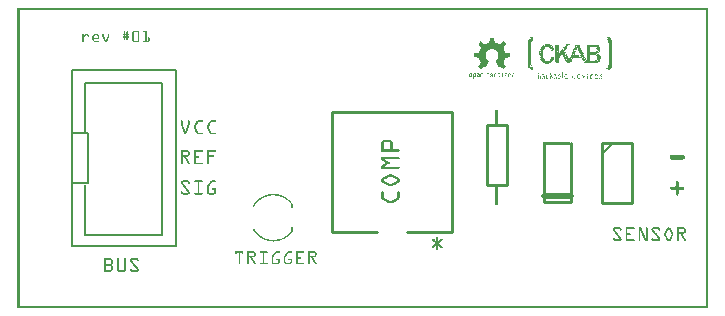
<source format=gto>
G04 MADE WITH FRITZING*
G04 WWW.FRITZING.ORG*
G04 DOUBLE SIDED*
G04 HOLES PLATED*
G04 CONTOUR ON CENTER OF CONTOUR VECTOR*
%ASAXBY*%
%FSLAX23Y23*%
%MOIN*%
%OFA0B0*%
%SFA1.0B1.0*%
%ADD10R,0.354200X0.595200X0.338200X0.579200*%
%ADD11C,0.008000*%
%ADD12R,0.063000X0.173200X0.047000X0.157200*%
%ADD13C,0.010000*%
%ADD14C,0.020000*%
%ADD15C,0.005000*%
%ADD16R,0.001000X0.001000*%
%LNSILK1*%
G90*
G70*
G54D11*
X181Y796D02*
X527Y796D01*
X527Y209D01*
X181Y209D01*
X181Y796D01*
D02*
X181Y585D02*
X236Y585D01*
X236Y420D01*
X181Y420D01*
X181Y585D01*
D02*
G54D13*
X1566Y412D02*
X1566Y612D01*
D02*
X1566Y612D02*
X1632Y612D01*
D02*
X1632Y612D02*
X1632Y412D01*
D02*
X1632Y412D02*
X1566Y412D01*
D02*
X1754Y357D02*
X1754Y552D01*
D02*
X1844Y552D02*
X1844Y357D01*
D02*
X1844Y357D02*
X1754Y357D01*
G54D14*
D02*
X1844Y377D02*
X1754Y377D01*
G54D13*
D02*
X1449Y255D02*
X1449Y655D01*
D02*
X1449Y655D02*
X1049Y655D01*
D02*
X1049Y655D02*
X1049Y255D01*
D02*
X1449Y255D02*
X1299Y255D01*
D02*
X1199Y255D02*
X1049Y255D01*
D02*
X1949Y553D02*
X1949Y353D01*
D02*
X1949Y353D02*
X2049Y353D01*
D02*
X2049Y353D02*
X2049Y553D01*
D02*
X2049Y553D02*
X1949Y553D01*
G54D15*
D02*
X1949Y518D02*
X1984Y553D01*
G36*
X1721Y901D02*
X1721Y900D01*
X1722Y900D01*
X1722Y901D01*
X1721Y901D01*
G37*
D02*
G36*
X1978Y900D02*
X1978Y899D01*
X1979Y899D01*
X1979Y900D01*
X1978Y900D01*
G37*
D02*
G36*
X1965Y898D02*
X1965Y897D01*
X1965Y897D01*
X1965Y898D01*
X1965Y898D01*
G37*
D02*
G36*
X1971Y886D02*
X1971Y885D01*
X1971Y885D01*
X1971Y886D01*
X1971Y886D01*
G37*
D02*
G36*
X1758Y882D02*
X1758Y881D01*
X1759Y881D01*
X1759Y882D01*
X1758Y882D01*
G37*
D02*
G36*
X1874Y878D02*
X1874Y877D01*
X1875Y877D01*
X1875Y878D01*
X1874Y878D01*
G37*
D02*
G36*
X1822Y875D02*
X1822Y874D01*
X1823Y874D01*
X1823Y875D01*
X1822Y875D01*
G37*
D02*
G36*
X1758Y871D02*
X1758Y870D01*
X1758Y870D01*
X1758Y871D01*
X1758Y871D01*
G37*
D02*
G36*
X1856Y871D02*
X1856Y870D01*
X1858Y870D01*
X1858Y871D01*
X1856Y871D01*
G37*
D02*
G36*
X1757Y870D02*
X1757Y869D01*
X1758Y869D01*
X1758Y870D01*
X1757Y870D01*
G37*
D02*
G36*
X1931Y862D02*
X1931Y861D01*
X1932Y861D01*
X1932Y862D01*
X1931Y862D01*
G37*
D02*
G36*
X1932Y862D02*
X1932Y861D01*
X1933Y861D01*
X1933Y862D01*
X1932Y862D01*
G37*
D02*
G36*
X1824Y859D02*
X1824Y858D01*
X1825Y858D01*
X1825Y859D01*
X1824Y859D01*
G37*
D02*
G36*
X1823Y858D02*
X1823Y857D01*
X1824Y857D01*
X1824Y858D01*
X1823Y858D01*
G37*
D02*
G36*
X1850Y858D02*
X1850Y857D01*
X1851Y857D01*
X1851Y858D01*
X1850Y858D01*
G37*
D02*
G36*
X1925Y857D02*
X1925Y856D01*
X1926Y856D01*
X1926Y857D01*
X1925Y857D01*
G37*
D02*
G36*
X1829Y851D02*
X1829Y850D01*
X1830Y850D01*
X1830Y851D01*
X1829Y851D01*
G37*
D02*
G36*
X1814Y850D02*
X1814Y849D01*
X1814Y849D01*
X1814Y850D01*
X1814Y850D01*
G37*
D02*
G36*
X1830Y849D02*
X1830Y848D01*
X1831Y848D01*
X1831Y849D01*
X1830Y849D01*
G37*
D02*
G36*
X1818Y845D02*
X1818Y845D01*
X1819Y845D01*
X1819Y845D01*
X1818Y845D01*
G37*
D02*
G36*
X1819Y845D02*
X1819Y843D01*
X1820Y843D01*
X1820Y844D01*
X1820Y844D01*
X1820Y845D01*
X1819Y845D01*
G37*
D02*
G36*
X1761Y883D02*
X1761Y882D01*
X1768Y882D01*
X1768Y883D01*
X1761Y883D01*
G37*
D02*
G36*
X1769Y883D02*
X1769Y882D01*
X1770Y882D01*
X1770Y883D01*
X1769Y883D01*
G37*
D02*
G36*
X1760Y882D02*
X1760Y881D01*
X1774Y881D01*
X1774Y882D01*
X1760Y882D01*
G37*
D02*
G36*
X1760Y882D02*
X1760Y881D01*
X1774Y881D01*
X1774Y882D01*
X1760Y882D01*
G37*
D02*
G36*
X1756Y881D02*
X1756Y880D01*
X1758Y880D01*
X1758Y881D01*
X1756Y881D01*
G37*
D02*
G36*
X1759Y881D02*
X1759Y880D01*
X1767Y880D01*
X1767Y881D01*
X1759Y881D01*
G37*
D02*
G36*
X1768Y881D02*
X1768Y880D01*
X1776Y880D01*
X1776Y881D01*
X1768Y881D01*
G37*
D02*
G36*
X1753Y880D02*
X1753Y879D01*
X1754Y879D01*
X1754Y880D01*
X1753Y880D01*
G37*
D02*
G36*
X1755Y880D02*
X1755Y879D01*
X1778Y879D01*
X1778Y880D01*
X1755Y880D01*
G37*
D02*
G36*
X1755Y880D02*
X1755Y879D01*
X1778Y879D01*
X1778Y880D01*
X1755Y880D01*
G37*
D02*
G36*
X1755Y880D02*
X1755Y879D01*
X1778Y879D01*
X1778Y880D01*
X1755Y880D01*
G37*
D02*
G36*
X1753Y879D02*
X1753Y879D01*
X1780Y879D01*
X1780Y879D01*
X1753Y879D01*
G37*
D02*
G36*
X1753Y879D02*
X1753Y879D01*
X1780Y879D01*
X1780Y879D01*
X1753Y879D01*
G37*
D02*
G36*
X1751Y879D02*
X1751Y878D01*
X1756Y878D01*
X1756Y879D01*
X1751Y879D01*
G37*
D02*
G36*
X1757Y879D02*
X1757Y878D01*
X1781Y878D01*
X1781Y877D01*
X1781Y877D01*
X1781Y878D01*
X1781Y878D01*
X1781Y879D01*
X1757Y879D01*
G37*
D02*
G36*
X1750Y878D02*
X1750Y877D01*
X1749Y877D01*
X1749Y876D01*
X1748Y876D01*
X1748Y875D01*
X1752Y875D01*
X1752Y874D01*
X1753Y874D01*
X1753Y875D01*
X1753Y875D01*
X1753Y876D01*
X1755Y876D01*
X1755Y877D01*
X1757Y877D01*
X1757Y878D01*
X1750Y878D01*
G37*
D02*
G36*
X1758Y878D02*
X1758Y877D01*
X1780Y877D01*
X1780Y878D01*
X1758Y878D01*
G37*
D02*
G36*
X1757Y877D02*
X1757Y876D01*
X1782Y876D01*
X1782Y877D01*
X1757Y877D01*
G37*
D02*
G36*
X1757Y877D02*
X1757Y876D01*
X1782Y876D01*
X1782Y877D01*
X1757Y877D01*
G37*
D02*
G36*
X1754Y876D02*
X1754Y875D01*
X1783Y875D01*
X1783Y876D01*
X1754Y876D01*
G37*
D02*
G36*
X1754Y876D02*
X1754Y875D01*
X1783Y875D01*
X1783Y876D01*
X1754Y876D01*
G37*
D02*
G36*
X1747Y875D02*
X1747Y874D01*
X1749Y874D01*
X1749Y875D01*
X1747Y875D01*
G37*
D02*
G36*
X1750Y875D02*
X1750Y874D01*
X1751Y874D01*
X1751Y875D01*
X1750Y875D01*
G37*
D02*
G36*
X1753Y875D02*
X1753Y874D01*
X1780Y874D01*
X1780Y875D01*
X1753Y875D01*
G37*
D02*
G36*
X1781Y875D02*
X1781Y874D01*
X1782Y874D01*
X1782Y875D01*
X1781Y875D01*
G37*
D02*
G36*
X1783Y875D02*
X1783Y874D01*
X1784Y874D01*
X1784Y875D01*
X1783Y875D01*
G37*
D02*
G36*
X1747Y874D02*
X1747Y873D01*
X1784Y873D01*
X1784Y874D01*
X1747Y874D01*
G37*
D02*
G36*
X1747Y874D02*
X1747Y873D01*
X1784Y873D01*
X1784Y874D01*
X1747Y874D01*
G37*
D02*
G36*
X1747Y874D02*
X1747Y873D01*
X1784Y873D01*
X1784Y874D01*
X1747Y874D01*
G37*
D02*
G36*
X1747Y874D02*
X1747Y873D01*
X1784Y873D01*
X1784Y874D01*
X1747Y874D01*
G37*
D02*
G36*
X1747Y874D02*
X1747Y873D01*
X1784Y873D01*
X1784Y874D01*
X1747Y874D01*
G37*
D02*
G36*
X1747Y874D02*
X1747Y873D01*
X1784Y873D01*
X1784Y874D01*
X1747Y874D01*
G37*
D02*
G36*
X1746Y873D02*
X1746Y872D01*
X1758Y872D01*
X1758Y871D01*
X1759Y871D01*
X1759Y872D01*
X1761Y872D01*
X1761Y873D01*
X1762Y873D01*
X1762Y873D01*
X1746Y873D01*
G37*
D02*
G36*
X1763Y873D02*
X1763Y873D01*
X1764Y873D01*
X1764Y873D01*
X1763Y873D01*
G37*
D02*
G36*
X1769Y873D02*
X1769Y873D01*
X1772Y873D01*
X1772Y873D01*
X1769Y873D01*
G37*
D02*
G36*
X1773Y873D02*
X1773Y873D01*
X1776Y873D01*
X1776Y872D01*
X1786Y872D01*
X1786Y873D01*
X1785Y873D01*
X1785Y873D01*
X1773Y873D01*
G37*
D02*
G36*
X1770Y873D02*
X1770Y872D01*
X1775Y872D01*
X1775Y873D01*
X1770Y873D01*
G37*
D02*
G36*
X1770Y873D02*
X1770Y872D01*
X1775Y872D01*
X1775Y873D01*
X1770Y873D01*
G37*
D02*
G36*
X1745Y872D02*
X1745Y871D01*
X1744Y871D01*
X1744Y870D01*
X1751Y870D01*
X1751Y869D01*
X1755Y869D01*
X1755Y868D01*
X1757Y868D01*
X1757Y869D01*
X1756Y869D01*
X1756Y870D01*
X1757Y870D01*
X1757Y871D01*
X1758Y871D01*
X1758Y872D01*
X1745Y872D01*
G37*
D02*
G36*
X1772Y872D02*
X1772Y871D01*
X1786Y871D01*
X1786Y872D01*
X1772Y872D01*
G37*
D02*
G36*
X1772Y872D02*
X1772Y871D01*
X1786Y871D01*
X1786Y872D01*
X1772Y872D01*
G37*
D02*
G36*
X1773Y871D02*
X1773Y870D01*
X1774Y870D01*
X1774Y871D01*
X1773Y871D01*
G37*
D02*
G36*
X1775Y871D02*
X1775Y870D01*
X1775Y870D01*
X1775Y871D01*
X1775Y871D01*
G37*
D02*
G36*
X1776Y871D02*
X1776Y870D01*
X1786Y870D01*
X1786Y871D01*
X1776Y871D01*
G37*
D02*
G36*
X1744Y870D02*
X1744Y869D01*
X1747Y869D01*
X1747Y870D01*
X1744Y870D01*
G37*
D02*
G36*
X1747Y870D02*
X1747Y869D01*
X1750Y869D01*
X1750Y870D01*
X1747Y870D01*
G37*
D02*
G36*
X1774Y870D02*
X1774Y869D01*
X1786Y869D01*
X1786Y870D01*
X1774Y870D01*
G37*
D02*
G36*
X1774Y870D02*
X1774Y869D01*
X1786Y869D01*
X1786Y870D01*
X1774Y870D01*
G37*
D02*
G36*
X1744Y869D02*
X1744Y868D01*
X1748Y868D01*
X1748Y869D01*
X1744Y869D01*
G37*
D02*
G36*
X1744Y869D02*
X1744Y868D01*
X1748Y868D01*
X1748Y869D01*
X1744Y869D01*
G37*
D02*
G36*
X1749Y869D02*
X1749Y868D01*
X1751Y868D01*
X1751Y869D01*
X1749Y869D01*
G37*
D02*
G36*
X1752Y869D02*
X1752Y868D01*
X1754Y868D01*
X1754Y869D01*
X1752Y869D01*
G37*
D02*
G36*
X1775Y869D02*
X1775Y868D01*
X1787Y868D01*
X1787Y866D01*
X1788Y866D01*
X1788Y868D01*
X1787Y868D01*
X1787Y869D01*
X1775Y869D01*
G37*
D02*
G36*
X1743Y868D02*
X1743Y868D01*
X1744Y868D01*
X1744Y868D01*
X1743Y868D01*
G37*
D02*
G36*
X1745Y868D02*
X1745Y868D01*
X1749Y868D01*
X1749Y868D01*
X1745Y868D01*
G37*
D02*
G36*
X1750Y868D02*
X1750Y868D01*
X1753Y868D01*
X1753Y868D01*
X1750Y868D01*
G37*
D02*
G36*
X1750Y868D02*
X1750Y868D01*
X1753Y868D01*
X1753Y868D01*
X1750Y868D01*
G37*
D02*
G36*
X1753Y868D02*
X1753Y868D01*
X1756Y868D01*
X1756Y868D01*
X1753Y868D01*
G37*
D02*
G36*
X1753Y868D02*
X1753Y868D01*
X1756Y868D01*
X1756Y868D01*
X1753Y868D01*
G37*
D02*
G36*
X1742Y868D02*
X1742Y867D01*
X1750Y867D01*
X1750Y868D01*
X1742Y868D01*
G37*
D02*
G36*
X1742Y868D02*
X1742Y867D01*
X1750Y867D01*
X1750Y868D01*
X1742Y868D01*
G37*
D02*
G36*
X1751Y868D02*
X1751Y867D01*
X1755Y867D01*
X1755Y868D01*
X1751Y868D01*
G37*
D02*
G36*
X1751Y868D02*
X1751Y867D01*
X1755Y867D01*
X1755Y868D01*
X1751Y868D01*
G37*
D02*
G36*
X1776Y868D02*
X1776Y867D01*
X1780Y867D01*
X1780Y866D01*
X1782Y866D01*
X1782Y865D01*
X1783Y865D01*
X1783Y866D01*
X1786Y866D01*
X1786Y868D01*
X1776Y868D01*
G37*
D02*
G36*
X1742Y867D02*
X1742Y866D01*
X1755Y866D01*
X1755Y867D01*
X1742Y867D01*
G37*
D02*
G36*
X1742Y867D02*
X1742Y866D01*
X1755Y866D01*
X1755Y867D01*
X1742Y867D01*
G37*
D02*
G36*
X1776Y867D02*
X1776Y866D01*
X1777Y866D01*
X1777Y865D01*
X1778Y865D01*
X1778Y866D01*
X1779Y866D01*
X1779Y867D01*
X1776Y867D01*
G37*
D02*
G36*
X1741Y866D02*
X1741Y863D01*
X1751Y863D01*
X1751Y864D01*
X1752Y864D01*
X1752Y865D01*
X1753Y865D01*
X1753Y866D01*
X1741Y866D01*
G37*
D02*
G36*
X1753Y866D02*
X1753Y865D01*
X1754Y865D01*
X1754Y866D01*
X1753Y866D01*
G37*
D02*
G36*
X1779Y866D02*
X1779Y865D01*
X1781Y865D01*
X1781Y866D01*
X1779Y866D01*
G37*
D02*
G36*
X1784Y866D02*
X1784Y865D01*
X1788Y865D01*
X1788Y866D01*
X1784Y866D01*
G37*
D02*
G36*
X1784Y866D02*
X1784Y865D01*
X1788Y865D01*
X1788Y866D01*
X1784Y866D01*
G37*
D02*
G36*
X1753Y865D02*
X1753Y864D01*
X1754Y864D01*
X1754Y865D01*
X1753Y865D01*
G37*
D02*
G36*
X1777Y865D02*
X1777Y864D01*
X1780Y864D01*
X1780Y865D01*
X1777Y865D01*
G37*
D02*
G36*
X1777Y865D02*
X1777Y864D01*
X1780Y864D01*
X1780Y865D01*
X1777Y865D01*
G37*
D02*
G36*
X1781Y865D02*
X1781Y864D01*
X1782Y864D01*
X1782Y865D01*
X1781Y865D01*
G37*
D02*
G36*
X1783Y865D02*
X1783Y864D01*
X1784Y864D01*
X1784Y865D01*
X1783Y865D01*
G37*
D02*
G36*
X1785Y865D02*
X1785Y864D01*
X1789Y864D01*
X1789Y865D01*
X1785Y865D01*
G37*
D02*
G36*
X1752Y864D02*
X1752Y863D01*
X1753Y863D01*
X1753Y864D01*
X1752Y864D01*
G37*
D02*
G36*
X1777Y864D02*
X1777Y863D01*
X1779Y863D01*
X1779Y864D01*
X1777Y864D01*
G37*
D02*
G36*
X1780Y864D02*
X1780Y863D01*
X1789Y863D01*
X1789Y864D01*
X1780Y864D01*
G37*
D02*
G36*
X1780Y864D02*
X1780Y863D01*
X1789Y863D01*
X1789Y864D01*
X1780Y864D01*
G37*
D02*
G36*
X1780Y864D02*
X1780Y863D01*
X1789Y863D01*
X1789Y864D01*
X1780Y864D01*
G37*
D02*
G36*
X1741Y863D02*
X1741Y862D01*
X1753Y862D01*
X1753Y863D01*
X1741Y863D01*
G37*
D02*
G36*
X1741Y863D02*
X1741Y862D01*
X1753Y862D01*
X1753Y863D01*
X1741Y863D01*
G37*
D02*
G36*
X1778Y863D02*
X1778Y862D01*
X1781Y862D01*
X1781Y863D01*
X1778Y863D01*
G37*
D02*
G36*
X1778Y863D02*
X1778Y862D01*
X1781Y862D01*
X1781Y863D01*
X1778Y863D01*
G37*
D02*
G36*
X1781Y863D02*
X1781Y862D01*
X1786Y862D01*
X1786Y862D01*
X1789Y862D01*
X1789Y863D01*
X1781Y863D01*
G37*
D02*
G36*
X1741Y862D02*
X1741Y862D01*
X1744Y862D01*
X1744Y861D01*
X1751Y861D01*
X1751Y862D01*
X1741Y862D01*
G37*
D02*
G36*
X1752Y862D02*
X1752Y861D01*
X1753Y861D01*
X1753Y862D01*
X1753Y862D01*
X1753Y862D01*
X1752Y862D01*
G37*
D02*
G36*
X1778Y862D02*
X1778Y862D01*
X1781Y862D01*
X1781Y862D01*
X1778Y862D01*
G37*
D02*
G36*
X1782Y862D02*
X1782Y862D01*
X1783Y862D01*
X1783Y861D01*
X1785Y861D01*
X1785Y862D01*
X1786Y862D01*
X1786Y862D01*
X1782Y862D01*
G37*
D02*
G36*
X1741Y862D02*
X1741Y861D01*
X1743Y861D01*
X1743Y862D01*
X1741Y862D01*
G37*
D02*
G36*
X1778Y862D02*
X1778Y860D01*
X1779Y860D01*
X1779Y861D01*
X1782Y861D01*
X1782Y862D01*
X1778Y862D01*
G37*
D02*
G36*
X1741Y861D02*
X1741Y860D01*
X1753Y860D01*
X1753Y861D01*
X1741Y861D01*
G37*
D02*
G36*
X1741Y861D02*
X1741Y860D01*
X1753Y860D01*
X1753Y861D01*
X1741Y861D01*
G37*
D02*
G36*
X1741Y861D02*
X1741Y860D01*
X1753Y860D01*
X1753Y861D01*
X1741Y861D01*
G37*
D02*
G36*
X1740Y860D02*
X1740Y857D01*
X1741Y857D01*
X1741Y856D01*
X1742Y856D01*
X1742Y856D01*
X1743Y856D01*
X1743Y855D01*
X1744Y855D01*
X1744Y854D01*
X1752Y854D01*
X1752Y856D01*
X1751Y856D01*
X1751Y857D01*
X1752Y857D01*
X1752Y858D01*
X1753Y858D01*
X1753Y859D01*
X1752Y859D01*
X1752Y860D01*
X1740Y860D01*
G37*
D02*
G36*
X1740Y857D02*
X1740Y856D01*
X1741Y856D01*
X1741Y857D01*
X1740Y857D01*
G37*
D02*
G36*
X1740Y856D02*
X1740Y856D01*
X1741Y856D01*
X1741Y856D01*
X1740Y856D01*
G37*
D02*
G36*
X1739Y856D02*
X1739Y854D01*
X1741Y854D01*
X1741Y855D01*
X1742Y855D01*
X1742Y856D01*
X1739Y856D01*
G37*
D02*
G36*
X1742Y855D02*
X1742Y854D01*
X1743Y854D01*
X1743Y855D01*
X1742Y855D01*
G37*
D02*
G36*
X1739Y854D02*
X1739Y853D01*
X1752Y853D01*
X1752Y854D01*
X1739Y854D01*
G37*
D02*
G36*
X1739Y854D02*
X1739Y853D01*
X1752Y853D01*
X1752Y854D01*
X1739Y854D01*
G37*
D02*
G36*
X1739Y854D02*
X1739Y853D01*
X1752Y853D01*
X1752Y854D01*
X1739Y854D01*
G37*
D02*
G36*
X1739Y853D02*
X1739Y845D01*
X1741Y845D01*
X1741Y844D01*
X1743Y844D01*
X1743Y843D01*
X1752Y843D01*
X1752Y848D01*
X1751Y848D01*
X1751Y849D01*
X1752Y849D01*
X1752Y851D01*
X1751Y851D01*
X1751Y852D01*
X1752Y852D01*
X1752Y853D01*
X1739Y853D01*
G37*
D02*
G36*
X1740Y844D02*
X1740Y843D01*
X1741Y843D01*
X1741Y844D01*
X1740Y844D01*
G37*
D02*
G36*
X1741Y844D02*
X1741Y843D01*
X1742Y843D01*
X1742Y844D01*
X1741Y844D01*
G37*
D02*
G36*
X1740Y843D02*
X1740Y842D01*
X1753Y842D01*
X1753Y843D01*
X1740Y843D01*
G37*
D02*
G36*
X1740Y843D02*
X1740Y842D01*
X1753Y842D01*
X1753Y843D01*
X1740Y843D01*
G37*
D02*
G36*
X1740Y843D02*
X1740Y842D01*
X1753Y842D01*
X1753Y843D01*
X1740Y843D01*
G37*
D02*
G36*
X1741Y842D02*
X1741Y841D01*
X1740Y841D01*
X1740Y840D01*
X1741Y840D01*
X1741Y841D01*
X1743Y841D01*
X1743Y842D01*
X1741Y842D01*
G37*
D02*
G36*
X1744Y842D02*
X1744Y841D01*
X1753Y841D01*
X1753Y842D01*
X1744Y842D01*
G37*
D02*
G36*
X1742Y841D02*
X1742Y840D01*
X1753Y840D01*
X1753Y841D01*
X1742Y841D01*
G37*
D02*
G36*
X1742Y841D02*
X1742Y840D01*
X1753Y840D01*
X1753Y841D01*
X1742Y841D01*
G37*
D02*
G36*
X1741Y840D02*
X1741Y840D01*
X1741Y840D01*
X1741Y839D01*
X1753Y839D01*
X1753Y838D01*
X1753Y838D01*
X1753Y839D01*
X1753Y839D01*
X1753Y840D01*
X1741Y840D01*
G37*
D02*
G36*
X1778Y840D02*
X1778Y838D01*
X1788Y838D01*
X1788Y837D01*
X1789Y837D01*
X1789Y839D01*
X1787Y839D01*
X1787Y840D01*
X1781Y840D01*
X1781Y840D01*
X1778Y840D01*
G37*
D02*
G36*
X1742Y839D02*
X1742Y838D01*
X1752Y838D01*
X1752Y839D01*
X1742Y839D01*
G37*
D02*
G36*
X1741Y838D02*
X1741Y837D01*
X1753Y837D01*
X1753Y838D01*
X1741Y838D01*
G37*
D02*
G36*
X1741Y838D02*
X1741Y837D01*
X1753Y837D01*
X1753Y838D01*
X1741Y838D01*
G37*
D02*
G36*
X1778Y838D02*
X1778Y837D01*
X1785Y837D01*
X1785Y838D01*
X1778Y838D01*
G37*
D02*
G36*
X1786Y838D02*
X1786Y837D01*
X1787Y837D01*
X1787Y838D01*
X1786Y838D01*
G37*
D02*
G36*
X1741Y837D02*
X1741Y836D01*
X1753Y836D01*
X1753Y835D01*
X1754Y835D01*
X1754Y836D01*
X1753Y836D01*
X1753Y837D01*
X1741Y837D01*
G37*
D02*
G36*
X1777Y837D02*
X1777Y836D01*
X1788Y836D01*
X1788Y837D01*
X1777Y837D01*
G37*
D02*
G36*
X1777Y837D02*
X1777Y836D01*
X1788Y836D01*
X1788Y837D01*
X1777Y837D01*
G37*
D02*
G36*
X1741Y836D02*
X1741Y835D01*
X1742Y835D01*
X1742Y834D01*
X1743Y834D01*
X1743Y835D01*
X1753Y835D01*
X1753Y836D01*
X1741Y836D01*
G37*
D02*
G36*
X1777Y836D02*
X1777Y834D01*
X1786Y834D01*
X1786Y834D01*
X1788Y834D01*
X1788Y834D01*
X1787Y834D01*
X1787Y835D01*
X1788Y835D01*
X1788Y836D01*
X1777Y836D01*
G37*
D02*
G36*
X1744Y835D02*
X1744Y834D01*
X1754Y834D01*
X1754Y835D01*
X1744Y835D01*
G37*
D02*
G36*
X1744Y835D02*
X1744Y834D01*
X1754Y834D01*
X1754Y835D01*
X1744Y835D01*
G37*
D02*
G36*
X1743Y834D02*
X1743Y834D01*
X1753Y834D01*
X1753Y834D01*
X1743Y834D01*
G37*
D02*
G36*
X1753Y834D02*
X1753Y834D01*
X1755Y834D01*
X1755Y834D01*
X1753Y834D01*
G37*
D02*
G36*
X1776Y834D02*
X1776Y834D01*
X1786Y834D01*
X1786Y834D01*
X1776Y834D01*
G37*
D02*
G36*
X1742Y834D02*
X1742Y833D01*
X1755Y833D01*
X1755Y834D01*
X1742Y834D01*
G37*
D02*
G36*
X1742Y834D02*
X1742Y833D01*
X1755Y833D01*
X1755Y834D01*
X1742Y834D01*
G37*
D02*
G36*
X1775Y834D02*
X1775Y833D01*
X1787Y833D01*
X1787Y834D01*
X1775Y834D01*
G37*
D02*
G36*
X1775Y834D02*
X1775Y833D01*
X1787Y833D01*
X1787Y834D01*
X1775Y834D01*
G37*
D02*
G36*
X1743Y833D02*
X1743Y832D01*
X1745Y832D01*
X1745Y833D01*
X1743Y833D01*
G37*
D02*
G36*
X1746Y833D02*
X1746Y832D01*
X1749Y832D01*
X1749Y833D01*
X1746Y833D01*
G37*
D02*
G36*
X1750Y833D02*
X1750Y832D01*
X1756Y832D01*
X1756Y833D01*
X1750Y833D01*
G37*
D02*
G36*
X1775Y833D02*
X1775Y832D01*
X1775Y832D01*
X1775Y831D01*
X1774Y831D01*
X1774Y830D01*
X1775Y830D01*
X1775Y831D01*
X1779Y831D01*
X1779Y832D01*
X1781Y832D01*
X1781Y833D01*
X1775Y833D01*
G37*
D02*
G36*
X1781Y833D02*
X1781Y832D01*
X1782Y832D01*
X1782Y831D01*
X1787Y831D01*
X1787Y833D01*
X1781Y833D01*
G37*
D02*
G36*
X1743Y832D02*
X1743Y831D01*
X1748Y831D01*
X1748Y832D01*
X1743Y832D01*
G37*
D02*
G36*
X1743Y832D02*
X1743Y831D01*
X1748Y831D01*
X1748Y832D01*
X1743Y832D01*
G37*
D02*
G36*
X1749Y832D02*
X1749Y831D01*
X1757Y831D01*
X1757Y830D01*
X1758Y830D01*
X1758Y831D01*
X1757Y831D01*
X1757Y832D01*
X1749Y832D01*
G37*
D02*
G36*
X1780Y832D02*
X1780Y831D01*
X1781Y831D01*
X1781Y832D01*
X1780Y832D01*
G37*
D02*
G36*
X1744Y831D02*
X1744Y830D01*
X1747Y830D01*
X1747Y829D01*
X1748Y829D01*
X1748Y828D01*
X1749Y828D01*
X1749Y829D01*
X1748Y829D01*
X1748Y830D01*
X1749Y830D01*
X1749Y831D01*
X1744Y831D01*
G37*
D02*
G36*
X1750Y831D02*
X1750Y830D01*
X1751Y830D01*
X1751Y829D01*
X1750Y829D01*
X1750Y828D01*
X1751Y828D01*
X1751Y829D01*
X1752Y829D01*
X1752Y830D01*
X1754Y830D01*
X1754Y831D01*
X1750Y831D01*
G37*
D02*
G36*
X1755Y831D02*
X1755Y830D01*
X1756Y830D01*
X1756Y831D01*
X1755Y831D01*
G37*
D02*
G36*
X1776Y831D02*
X1776Y830D01*
X1786Y830D01*
X1786Y831D01*
X1776Y831D01*
G37*
D02*
G36*
X1776Y831D02*
X1776Y830D01*
X1786Y830D01*
X1786Y831D01*
X1776Y831D01*
G37*
D02*
G36*
X1776Y831D02*
X1776Y830D01*
X1786Y830D01*
X1786Y831D01*
X1776Y831D01*
G37*
D02*
G36*
X1744Y830D02*
X1744Y829D01*
X1745Y829D01*
X1745Y830D01*
X1744Y830D01*
G37*
D02*
G36*
X1746Y830D02*
X1746Y829D01*
X1747Y829D01*
X1747Y830D01*
X1746Y830D01*
G37*
D02*
G36*
X1753Y830D02*
X1753Y829D01*
X1758Y829D01*
X1758Y830D01*
X1753Y830D01*
G37*
D02*
G36*
X1753Y830D02*
X1753Y829D01*
X1758Y829D01*
X1758Y830D01*
X1753Y830D01*
G37*
D02*
G36*
X1753Y830D02*
X1753Y829D01*
X1758Y829D01*
X1758Y830D01*
X1753Y830D01*
G37*
D02*
G36*
X1773Y830D02*
X1773Y829D01*
X1774Y829D01*
X1774Y828D01*
X1775Y828D01*
X1775Y829D01*
X1776Y829D01*
X1776Y830D01*
X1773Y830D01*
G37*
D02*
G36*
X1777Y830D02*
X1777Y829D01*
X1778Y829D01*
X1778Y830D01*
X1777Y830D01*
G37*
D02*
G36*
X1779Y830D02*
X1779Y829D01*
X1781Y829D01*
X1781Y830D01*
X1779Y830D01*
G37*
D02*
G36*
X1781Y830D02*
X1781Y829D01*
X1782Y829D01*
X1782Y830D01*
X1781Y830D01*
G37*
D02*
G36*
X1783Y830D02*
X1783Y829D01*
X1785Y829D01*
X1785Y830D01*
X1783Y830D01*
G37*
D02*
G36*
X1786Y830D02*
X1786Y829D01*
X1786Y829D01*
X1786Y830D01*
X1786Y830D01*
G37*
D02*
G36*
X1746Y829D02*
X1746Y828D01*
X1747Y828D01*
X1747Y829D01*
X1746Y829D01*
G37*
D02*
G36*
X1752Y829D02*
X1752Y828D01*
X1757Y828D01*
X1757Y829D01*
X1752Y829D01*
G37*
D02*
G36*
X1758Y829D02*
X1758Y828D01*
X1760Y828D01*
X1760Y828D01*
X1762Y828D01*
X1762Y828D01*
X1760Y828D01*
X1760Y829D01*
X1758Y829D01*
G37*
D02*
G36*
X1771Y829D02*
X1771Y828D01*
X1769Y828D01*
X1769Y828D01*
X1772Y828D01*
X1772Y828D01*
X1773Y828D01*
X1773Y829D01*
X1771Y829D01*
G37*
D02*
G36*
X1775Y829D02*
X1775Y828D01*
X1779Y828D01*
X1779Y829D01*
X1775Y829D01*
G37*
D02*
G36*
X1775Y829D02*
X1775Y828D01*
X1779Y828D01*
X1779Y829D01*
X1775Y829D01*
G37*
D02*
G36*
X1780Y829D02*
X1780Y828D01*
X1784Y828D01*
X1784Y829D01*
X1780Y829D01*
G37*
D02*
G36*
X1780Y829D02*
X1780Y828D01*
X1784Y828D01*
X1784Y829D01*
X1780Y829D01*
G37*
D02*
G36*
X1780Y829D02*
X1780Y828D01*
X1784Y828D01*
X1784Y829D01*
X1780Y829D01*
G37*
D02*
G36*
X1785Y829D02*
X1785Y828D01*
X1786Y828D01*
X1786Y829D01*
X1785Y829D01*
G37*
D02*
G36*
X1747Y828D02*
X1747Y828D01*
X1754Y828D01*
X1754Y828D01*
X1747Y828D01*
G37*
D02*
G36*
X1747Y828D02*
X1747Y828D01*
X1754Y828D01*
X1754Y828D01*
X1747Y828D01*
G37*
D02*
G36*
X1747Y828D02*
X1747Y828D01*
X1754Y828D01*
X1754Y828D01*
X1747Y828D01*
G37*
D02*
G36*
X1747Y828D02*
X1747Y828D01*
X1754Y828D01*
X1754Y828D01*
X1747Y828D01*
G37*
D02*
G36*
X1755Y828D02*
X1755Y828D01*
X1758Y828D01*
X1758Y828D01*
X1755Y828D01*
G37*
D02*
G36*
X1755Y828D02*
X1755Y828D01*
X1758Y828D01*
X1758Y828D01*
X1755Y828D01*
G37*
D02*
G36*
X1773Y828D02*
X1773Y828D01*
X1776Y828D01*
X1776Y828D01*
X1773Y828D01*
G37*
D02*
G36*
X1773Y828D02*
X1773Y828D01*
X1776Y828D01*
X1776Y828D01*
X1773Y828D01*
G37*
D02*
G36*
X1777Y828D02*
X1777Y828D01*
X1781Y828D01*
X1781Y828D01*
X1777Y828D01*
G37*
D02*
G36*
X1777Y828D02*
X1777Y828D01*
X1781Y828D01*
X1781Y828D01*
X1777Y828D01*
G37*
D02*
G36*
X1781Y828D02*
X1781Y828D01*
X1786Y828D01*
X1786Y828D01*
X1781Y828D01*
G37*
D02*
G36*
X1781Y828D02*
X1781Y828D01*
X1786Y828D01*
X1786Y828D01*
X1781Y828D01*
G37*
D02*
G36*
X1746Y828D02*
X1746Y827D01*
X1751Y827D01*
X1751Y826D01*
X1752Y826D01*
X1752Y827D01*
X1753Y827D01*
X1753Y828D01*
X1746Y828D01*
G37*
D02*
G36*
X1753Y828D02*
X1753Y827D01*
X1758Y827D01*
X1758Y828D01*
X1753Y828D01*
G37*
D02*
G36*
X1753Y828D02*
X1753Y827D01*
X1758Y827D01*
X1758Y828D01*
X1753Y828D01*
G37*
D02*
G36*
X1761Y828D02*
X1761Y827D01*
X1760Y827D01*
X1760Y826D01*
X1761Y826D01*
X1761Y827D01*
X1769Y827D01*
X1769Y828D01*
X1761Y828D01*
G37*
D02*
G36*
X1770Y828D02*
X1770Y827D01*
X1775Y827D01*
X1775Y828D01*
X1770Y828D01*
G37*
D02*
G36*
X1770Y828D02*
X1770Y827D01*
X1775Y827D01*
X1775Y828D01*
X1770Y828D01*
G37*
D02*
G36*
X1775Y828D02*
X1775Y827D01*
X1782Y827D01*
X1782Y828D01*
X1775Y828D01*
G37*
D02*
G36*
X1775Y828D02*
X1775Y827D01*
X1782Y827D01*
X1782Y828D01*
X1775Y828D01*
G37*
D02*
G36*
X1775Y828D02*
X1775Y827D01*
X1782Y827D01*
X1782Y828D01*
X1775Y828D01*
G37*
D02*
G36*
X1783Y828D02*
X1783Y827D01*
X1785Y827D01*
X1785Y828D01*
X1783Y828D01*
G37*
D02*
G36*
X1747Y827D02*
X1747Y826D01*
X1750Y826D01*
X1750Y827D01*
X1747Y827D01*
G37*
D02*
G36*
X1753Y827D02*
X1753Y826D01*
X1759Y826D01*
X1759Y827D01*
X1753Y827D01*
G37*
D02*
G36*
X1762Y827D02*
X1762Y826D01*
X1775Y826D01*
X1775Y827D01*
X1762Y827D01*
G37*
D02*
G36*
X1762Y827D02*
X1762Y826D01*
X1775Y826D01*
X1775Y827D01*
X1762Y827D01*
G37*
D02*
G36*
X1776Y827D02*
X1776Y826D01*
X1777Y826D01*
X1777Y827D01*
X1776Y827D01*
G37*
D02*
G36*
X1778Y827D02*
X1778Y826D01*
X1781Y826D01*
X1781Y827D01*
X1778Y827D01*
G37*
D02*
G36*
X1782Y827D02*
X1782Y826D01*
X1784Y826D01*
X1784Y827D01*
X1782Y827D01*
G37*
D02*
G36*
X1747Y826D02*
X1747Y825D01*
X1773Y825D01*
X1773Y826D01*
X1747Y826D01*
G37*
D02*
G36*
X1747Y826D02*
X1747Y825D01*
X1773Y825D01*
X1773Y826D01*
X1747Y826D01*
G37*
D02*
G36*
X1747Y826D02*
X1747Y825D01*
X1773Y825D01*
X1773Y826D01*
X1747Y826D01*
G37*
D02*
G36*
X1747Y826D02*
X1747Y825D01*
X1773Y825D01*
X1773Y826D01*
X1747Y826D01*
G37*
D02*
G36*
X1747Y826D02*
X1747Y825D01*
X1773Y825D01*
X1773Y826D01*
X1747Y826D01*
G37*
D02*
G36*
X1774Y826D02*
X1774Y825D01*
X1775Y825D01*
X1775Y826D01*
X1774Y826D01*
G37*
D02*
G36*
X1775Y826D02*
X1775Y825D01*
X1784Y825D01*
X1784Y826D01*
X1775Y826D01*
G37*
D02*
G36*
X1775Y826D02*
X1775Y825D01*
X1784Y825D01*
X1784Y826D01*
X1775Y826D01*
G37*
D02*
G36*
X1775Y826D02*
X1775Y825D01*
X1784Y825D01*
X1784Y826D01*
X1775Y826D01*
G37*
D02*
G36*
X1748Y825D02*
X1748Y824D01*
X1749Y824D01*
X1749Y825D01*
X1748Y825D01*
G37*
D02*
G36*
X1750Y825D02*
X1750Y824D01*
X1754Y824D01*
X1754Y825D01*
X1750Y825D01*
G37*
D02*
G36*
X1755Y825D02*
X1755Y824D01*
X1757Y824D01*
X1757Y825D01*
X1755Y825D01*
G37*
D02*
G36*
X1758Y825D02*
X1758Y824D01*
X1771Y824D01*
X1771Y825D01*
X1758Y825D01*
G37*
D02*
G36*
X1772Y825D02*
X1772Y824D01*
X1783Y824D01*
X1783Y825D01*
X1772Y825D01*
G37*
D02*
G36*
X1772Y825D02*
X1772Y824D01*
X1783Y824D01*
X1783Y825D01*
X1772Y825D01*
G37*
D02*
G36*
X1772Y825D02*
X1772Y824D01*
X1783Y824D01*
X1783Y825D01*
X1772Y825D01*
G37*
D02*
G36*
X1749Y824D02*
X1749Y823D01*
X1750Y823D01*
X1750Y823D01*
X1753Y823D01*
X1753Y823D01*
X1753Y823D01*
X1753Y824D01*
X1749Y824D01*
G37*
D02*
G36*
X1754Y824D02*
X1754Y823D01*
X1772Y823D01*
X1772Y824D01*
X1754Y824D01*
G37*
D02*
G36*
X1754Y824D02*
X1754Y823D01*
X1772Y823D01*
X1772Y824D01*
X1754Y824D01*
G37*
D02*
G36*
X1773Y824D02*
X1773Y823D01*
X1775Y823D01*
X1775Y824D01*
X1773Y824D01*
G37*
D02*
G36*
X1775Y824D02*
X1775Y823D01*
X1780Y823D01*
X1780Y824D01*
X1775Y824D01*
G37*
D02*
G36*
X1781Y824D02*
X1781Y823D01*
X1782Y823D01*
X1782Y824D01*
X1781Y824D01*
G37*
D02*
G36*
X1753Y823D02*
X1753Y823D01*
X1755Y823D01*
X1755Y823D01*
X1753Y823D01*
G37*
D02*
G36*
X1756Y823D02*
X1756Y823D01*
X1775Y823D01*
X1775Y823D01*
X1756Y823D01*
G37*
D02*
G36*
X1756Y823D02*
X1756Y823D01*
X1775Y823D01*
X1775Y823D01*
X1756Y823D01*
G37*
D02*
G36*
X1776Y823D02*
X1776Y823D01*
X1781Y823D01*
X1781Y823D01*
X1776Y823D01*
G37*
D02*
G36*
X1751Y823D02*
X1751Y822D01*
X1756Y822D01*
X1756Y823D01*
X1751Y823D01*
G37*
D02*
G36*
X1751Y823D02*
X1751Y822D01*
X1756Y822D01*
X1756Y823D01*
X1751Y823D01*
G37*
D02*
G36*
X1757Y823D02*
X1757Y822D01*
X1774Y822D01*
X1774Y823D01*
X1757Y823D01*
G37*
D02*
G36*
X1775Y823D02*
X1775Y822D01*
X1780Y822D01*
X1780Y823D01*
X1775Y823D01*
G37*
D02*
G36*
X1775Y823D02*
X1775Y822D01*
X1780Y822D01*
X1780Y823D01*
X1775Y823D01*
G37*
D02*
G36*
X1753Y822D02*
X1753Y821D01*
X1755Y821D01*
X1755Y822D01*
X1753Y822D01*
G37*
D02*
G36*
X1756Y822D02*
X1756Y821D01*
X1772Y821D01*
X1772Y822D01*
X1756Y822D01*
G37*
D02*
G36*
X1773Y822D02*
X1773Y821D01*
X1775Y821D01*
X1775Y822D01*
X1773Y822D01*
G37*
D02*
G36*
X1773Y822D02*
X1773Y821D01*
X1775Y821D01*
X1775Y822D01*
X1773Y822D01*
G37*
D02*
G36*
X1776Y822D02*
X1776Y821D01*
X1779Y821D01*
X1779Y822D01*
X1776Y822D01*
G37*
D02*
G36*
X1755Y821D02*
X1755Y820D01*
X1774Y820D01*
X1774Y821D01*
X1755Y821D01*
G37*
D02*
G36*
X1755Y821D02*
X1755Y820D01*
X1774Y820D01*
X1774Y821D01*
X1755Y821D01*
G37*
D02*
G36*
X1775Y821D02*
X1775Y820D01*
X1777Y820D01*
X1777Y821D01*
X1775Y821D01*
G37*
D02*
G36*
X1775Y821D02*
X1775Y820D01*
X1777Y820D01*
X1777Y821D01*
X1775Y821D01*
G37*
D02*
G36*
X1756Y820D02*
X1756Y819D01*
X1771Y819D01*
X1771Y820D01*
X1756Y820D01*
G37*
D02*
G36*
X1772Y820D02*
X1772Y819D01*
X1775Y819D01*
X1775Y820D01*
X1772Y820D01*
G37*
D02*
G36*
X1758Y819D02*
X1758Y818D01*
X1773Y818D01*
X1773Y819D01*
X1758Y819D01*
G37*
D02*
G36*
X1758Y819D02*
X1758Y818D01*
X1773Y818D01*
X1773Y819D01*
X1758Y819D01*
G37*
D02*
G36*
X1764Y818D02*
X1764Y817D01*
X1765Y817D01*
X1765Y818D01*
X1764Y818D01*
G37*
D02*
G36*
X1766Y818D02*
X1766Y817D01*
X1768Y817D01*
X1768Y818D01*
X1766Y818D01*
G37*
D02*
G36*
X1931Y844D02*
X1931Y843D01*
X1932Y843D01*
X1932Y844D01*
X1931Y844D01*
G37*
D02*
G36*
X1943Y842D02*
X1943Y841D01*
X1944Y841D01*
X1944Y842D01*
X1943Y842D01*
G37*
D02*
G36*
X1942Y841D02*
X1942Y840D01*
X1943Y840D01*
X1943Y841D01*
X1942Y841D01*
G37*
D02*
G36*
X1895Y831D02*
X1895Y830D01*
X1896Y830D01*
X1896Y831D01*
X1895Y831D01*
G37*
D02*
G36*
X1749Y830D02*
X1749Y829D01*
X1750Y829D01*
X1750Y830D01*
X1749Y830D01*
G37*
D02*
G36*
X1745Y828D02*
X1745Y828D01*
X1746Y828D01*
X1746Y828D01*
X1745Y828D01*
G37*
D02*
G36*
X1827Y882D02*
X1827Y881D01*
X1841Y881D01*
X1841Y882D01*
X1827Y882D01*
G37*
D02*
G36*
X1793Y881D02*
X1793Y880D01*
X1797Y880D01*
X1797Y881D01*
X1793Y881D01*
G37*
D02*
G36*
X1797Y881D02*
X1797Y880D01*
X1803Y880D01*
X1803Y881D01*
X1797Y881D01*
G37*
D02*
G36*
X1803Y881D02*
X1803Y880D01*
X1805Y880D01*
X1805Y881D01*
X1803Y881D01*
G37*
D02*
G36*
X1826Y881D02*
X1826Y879D01*
X1825Y879D01*
X1825Y879D01*
X1825Y879D01*
X1825Y878D01*
X1824Y878D01*
X1824Y877D01*
X1825Y877D01*
X1825Y878D01*
X1826Y878D01*
X1826Y879D01*
X1827Y879D01*
X1827Y879D01*
X1828Y879D01*
X1828Y880D01*
X1831Y880D01*
X1831Y881D01*
X1826Y881D01*
G37*
D02*
G36*
X1832Y881D02*
X1832Y880D01*
X1840Y880D01*
X1840Y881D01*
X1832Y881D01*
G37*
D02*
G36*
X1861Y881D02*
X1861Y880D01*
X1864Y880D01*
X1864Y881D01*
X1861Y881D01*
G37*
D02*
G36*
X1864Y881D02*
X1864Y880D01*
X1868Y880D01*
X1868Y881D01*
X1864Y881D01*
G37*
D02*
G36*
X1869Y881D02*
X1869Y880D01*
X1873Y880D01*
X1873Y881D01*
X1869Y881D01*
G37*
D02*
G36*
X1898Y881D02*
X1898Y880D01*
X1921Y880D01*
X1921Y881D01*
X1898Y881D01*
G37*
D02*
G36*
X1922Y881D02*
X1922Y880D01*
X1931Y880D01*
X1931Y881D01*
X1922Y881D01*
G37*
D02*
G36*
X1793Y880D02*
X1793Y879D01*
X1805Y879D01*
X1805Y880D01*
X1793Y880D01*
G37*
D02*
G36*
X1793Y880D02*
X1793Y879D01*
X1805Y879D01*
X1805Y880D01*
X1793Y880D01*
G37*
D02*
G36*
X1793Y880D02*
X1793Y879D01*
X1805Y879D01*
X1805Y880D01*
X1793Y880D01*
G37*
D02*
G36*
X1829Y880D02*
X1829Y879D01*
X1839Y879D01*
X1839Y880D01*
X1829Y880D01*
G37*
D02*
G36*
X1829Y880D02*
X1829Y879D01*
X1839Y879D01*
X1839Y880D01*
X1829Y880D01*
G37*
D02*
G36*
X1860Y880D02*
X1860Y879D01*
X1873Y879D01*
X1873Y880D01*
X1860Y880D01*
G37*
D02*
G36*
X1860Y880D02*
X1860Y879D01*
X1873Y879D01*
X1873Y880D01*
X1860Y880D01*
G37*
D02*
G36*
X1860Y880D02*
X1860Y879D01*
X1873Y879D01*
X1873Y880D01*
X1860Y880D01*
G37*
D02*
G36*
X1898Y880D02*
X1898Y879D01*
X1932Y879D01*
X1932Y880D01*
X1898Y880D01*
G37*
D02*
G36*
X1898Y880D02*
X1898Y879D01*
X1932Y879D01*
X1932Y880D01*
X1898Y880D01*
G37*
D02*
G36*
X1793Y879D02*
X1793Y859D01*
X1801Y859D01*
X1801Y858D01*
X1805Y858D01*
X1805Y879D01*
X1793Y879D01*
G37*
D02*
G36*
X1828Y879D02*
X1828Y879D01*
X1831Y879D01*
X1831Y879D01*
X1828Y879D01*
G37*
D02*
G36*
X1832Y879D02*
X1832Y879D01*
X1833Y879D01*
X1833Y879D01*
X1832Y879D01*
G37*
D02*
G36*
X1834Y879D02*
X1834Y879D01*
X1837Y879D01*
X1837Y879D01*
X1834Y879D01*
G37*
D02*
G36*
X1837Y879D02*
X1837Y879D01*
X1838Y879D01*
X1838Y879D01*
X1837Y879D01*
G37*
D02*
G36*
X1860Y879D02*
X1860Y879D01*
X1859Y879D01*
X1859Y877D01*
X1861Y877D01*
X1861Y878D01*
X1862Y878D01*
X1862Y879D01*
X1865Y879D01*
X1865Y879D01*
X1860Y879D01*
G37*
D02*
G36*
X1866Y879D02*
X1866Y879D01*
X1873Y879D01*
X1873Y879D01*
X1866Y879D01*
G37*
D02*
G36*
X1898Y879D02*
X1898Y877D01*
X1898Y877D01*
X1898Y878D01*
X1932Y878D01*
X1932Y879D01*
X1933Y879D01*
X1933Y879D01*
X1898Y879D01*
G37*
D02*
G36*
X1934Y879D02*
X1934Y879D01*
X1936Y879D01*
X1936Y879D01*
X1934Y879D01*
G37*
D02*
G36*
X1827Y879D02*
X1827Y878D01*
X1829Y878D01*
X1829Y879D01*
X1827Y879D01*
G37*
D02*
G36*
X1830Y879D02*
X1830Y878D01*
X1836Y878D01*
X1836Y879D01*
X1830Y879D01*
G37*
D02*
G36*
X1830Y879D02*
X1830Y878D01*
X1836Y878D01*
X1836Y879D01*
X1830Y879D01*
G37*
D02*
G36*
X1830Y879D02*
X1830Y878D01*
X1836Y878D01*
X1836Y879D01*
X1830Y879D01*
G37*
D02*
G36*
X1837Y879D02*
X1837Y878D01*
X1838Y878D01*
X1838Y879D01*
X1837Y879D01*
G37*
D02*
G36*
X1863Y879D02*
X1863Y878D01*
X1874Y878D01*
X1874Y879D01*
X1863Y879D01*
G37*
D02*
G36*
X1863Y879D02*
X1863Y878D01*
X1874Y878D01*
X1874Y879D01*
X1863Y879D01*
G37*
D02*
G36*
X1932Y879D02*
X1932Y878D01*
X1937Y878D01*
X1937Y879D01*
X1932Y879D01*
G37*
D02*
G36*
X1932Y879D02*
X1932Y878D01*
X1937Y878D01*
X1937Y879D01*
X1932Y879D01*
G37*
D02*
G36*
X1826Y878D02*
X1826Y877D01*
X1831Y877D01*
X1831Y878D01*
X1826Y878D01*
G37*
D02*
G36*
X1826Y878D02*
X1826Y877D01*
X1831Y877D01*
X1831Y878D01*
X1826Y878D01*
G37*
D02*
G36*
X1831Y878D02*
X1831Y877D01*
X1835Y877D01*
X1835Y878D01*
X1831Y878D01*
G37*
D02*
G36*
X1836Y878D02*
X1836Y877D01*
X1837Y877D01*
X1837Y878D01*
X1836Y878D01*
G37*
D02*
G36*
X1862Y878D02*
X1862Y877D01*
X1863Y877D01*
X1863Y878D01*
X1862Y878D01*
G37*
D02*
G36*
X1864Y878D02*
X1864Y877D01*
X1864Y877D01*
X1864Y878D01*
X1864Y878D01*
G37*
D02*
G36*
X1865Y878D02*
X1865Y877D01*
X1873Y877D01*
X1873Y878D01*
X1865Y878D01*
G37*
D02*
G36*
X1899Y878D02*
X1899Y877D01*
X1938Y877D01*
X1938Y878D01*
X1899Y878D01*
G37*
D02*
G36*
X1899Y878D02*
X1899Y877D01*
X1938Y877D01*
X1938Y878D01*
X1899Y878D01*
G37*
D02*
G36*
X1825Y877D02*
X1825Y876D01*
X1827Y876D01*
X1827Y877D01*
X1825Y877D01*
G37*
D02*
G36*
X1825Y877D02*
X1825Y876D01*
X1827Y876D01*
X1827Y877D01*
X1825Y877D01*
G37*
D02*
G36*
X1828Y877D02*
X1828Y876D01*
X1833Y876D01*
X1833Y877D01*
X1828Y877D01*
G37*
D02*
G36*
X1828Y877D02*
X1828Y876D01*
X1833Y876D01*
X1833Y877D01*
X1828Y877D01*
G37*
D02*
G36*
X1834Y877D02*
X1834Y876D01*
X1837Y876D01*
X1837Y877D01*
X1834Y877D01*
G37*
D02*
G36*
X1834Y877D02*
X1834Y876D01*
X1837Y876D01*
X1837Y877D01*
X1834Y877D01*
G37*
D02*
G36*
X1859Y877D02*
X1859Y876D01*
X1863Y876D01*
X1863Y877D01*
X1859Y877D01*
G37*
D02*
G36*
X1859Y877D02*
X1859Y876D01*
X1863Y876D01*
X1863Y877D01*
X1859Y877D01*
G37*
D02*
G36*
X1864Y877D02*
X1864Y876D01*
X1874Y876D01*
X1874Y877D01*
X1864Y877D01*
G37*
D02*
G36*
X1864Y877D02*
X1864Y876D01*
X1874Y876D01*
X1874Y877D01*
X1864Y877D01*
G37*
D02*
G36*
X1898Y877D02*
X1898Y876D01*
X1937Y876D01*
X1937Y877D01*
X1898Y877D01*
G37*
D02*
G36*
X1898Y877D02*
X1898Y876D01*
X1937Y876D01*
X1937Y877D01*
X1898Y877D01*
G37*
D02*
G36*
X1937Y877D02*
X1937Y876D01*
X1939Y876D01*
X1939Y875D01*
X1940Y875D01*
X1940Y876D01*
X1939Y876D01*
X1939Y877D01*
X1937Y877D01*
G37*
D02*
G36*
X1823Y876D02*
X1823Y875D01*
X1830Y875D01*
X1830Y876D01*
X1823Y876D01*
G37*
D02*
G36*
X1823Y876D02*
X1823Y875D01*
X1830Y875D01*
X1830Y876D01*
X1823Y876D01*
G37*
D02*
G36*
X1831Y876D02*
X1831Y875D01*
X1835Y875D01*
X1835Y876D01*
X1831Y876D01*
G37*
D02*
G36*
X1831Y876D02*
X1831Y875D01*
X1835Y875D01*
X1835Y876D01*
X1831Y876D01*
G37*
D02*
G36*
X1859Y876D02*
X1859Y875D01*
X1858Y875D01*
X1858Y874D01*
X1863Y874D01*
X1863Y875D01*
X1864Y875D01*
X1864Y876D01*
X1859Y876D01*
G37*
D02*
G36*
X1864Y876D02*
X1864Y875D01*
X1865Y875D01*
X1865Y874D01*
X1876Y874D01*
X1876Y876D01*
X1864Y876D01*
G37*
D02*
G36*
X1898Y876D02*
X1898Y875D01*
X1938Y875D01*
X1938Y876D01*
X1898Y876D01*
G37*
D02*
G36*
X1898Y876D02*
X1898Y875D01*
X1938Y875D01*
X1938Y876D01*
X1898Y876D01*
G37*
D02*
G36*
X1824Y875D02*
X1824Y874D01*
X1825Y874D01*
X1825Y873D01*
X1826Y873D01*
X1826Y874D01*
X1828Y874D01*
X1828Y875D01*
X1824Y875D01*
G37*
D02*
G36*
X1829Y875D02*
X1829Y874D01*
X1833Y874D01*
X1833Y875D01*
X1829Y875D01*
G37*
D02*
G36*
X1829Y875D02*
X1829Y874D01*
X1833Y874D01*
X1833Y875D01*
X1829Y875D01*
G37*
D02*
G36*
X1834Y875D02*
X1834Y874D01*
X1836Y874D01*
X1836Y875D01*
X1834Y875D01*
G37*
D02*
G36*
X1864Y875D02*
X1864Y874D01*
X1864Y874D01*
X1864Y875D01*
X1864Y875D01*
G37*
D02*
G36*
X1898Y875D02*
X1898Y874D01*
X1935Y874D01*
X1935Y875D01*
X1898Y875D01*
G37*
D02*
G36*
X1936Y875D02*
X1936Y874D01*
X1937Y874D01*
X1937Y875D01*
X1936Y875D01*
G37*
D02*
G36*
X1938Y875D02*
X1938Y874D01*
X1940Y874D01*
X1940Y875D01*
X1938Y875D01*
G37*
D02*
G36*
X1821Y874D02*
X1821Y873D01*
X1822Y873D01*
X1822Y874D01*
X1821Y874D01*
G37*
D02*
G36*
X1823Y874D02*
X1823Y873D01*
X1824Y873D01*
X1824Y874D01*
X1823Y874D01*
G37*
D02*
G36*
X1827Y874D02*
X1827Y873D01*
X1831Y873D01*
X1831Y874D01*
X1827Y874D01*
G37*
D02*
G36*
X1827Y874D02*
X1827Y873D01*
X1831Y873D01*
X1831Y874D01*
X1827Y874D01*
G37*
D02*
G36*
X1832Y874D02*
X1832Y873D01*
X1835Y873D01*
X1835Y874D01*
X1832Y874D01*
G37*
D02*
G36*
X1832Y874D02*
X1832Y873D01*
X1835Y873D01*
X1835Y874D01*
X1832Y874D01*
G37*
D02*
G36*
X1858Y874D02*
X1858Y873D01*
X1876Y873D01*
X1876Y874D01*
X1858Y874D01*
G37*
D02*
G36*
X1858Y874D02*
X1858Y873D01*
X1876Y873D01*
X1876Y874D01*
X1858Y874D01*
G37*
D02*
G36*
X1858Y874D02*
X1858Y873D01*
X1876Y873D01*
X1876Y874D01*
X1858Y874D01*
G37*
D02*
G36*
X1898Y874D02*
X1898Y873D01*
X1937Y873D01*
X1937Y874D01*
X1898Y874D01*
G37*
D02*
G36*
X1898Y874D02*
X1898Y873D01*
X1937Y873D01*
X1937Y874D01*
X1898Y874D01*
G37*
D02*
G36*
X1937Y874D02*
X1937Y873D01*
X1941Y873D01*
X1941Y874D01*
X1937Y874D01*
G37*
D02*
G36*
X1821Y873D02*
X1821Y873D01*
X1827Y873D01*
X1827Y873D01*
X1821Y873D01*
G37*
D02*
G36*
X1821Y873D02*
X1821Y873D01*
X1827Y873D01*
X1827Y873D01*
X1821Y873D01*
G37*
D02*
G36*
X1821Y873D02*
X1821Y873D01*
X1827Y873D01*
X1827Y873D01*
X1821Y873D01*
G37*
D02*
G36*
X1828Y873D02*
X1828Y873D01*
X1834Y873D01*
X1834Y873D01*
X1828Y873D01*
G37*
D02*
G36*
X1828Y873D02*
X1828Y873D01*
X1834Y873D01*
X1834Y873D01*
X1828Y873D01*
G37*
D02*
G36*
X1857Y873D02*
X1857Y872D01*
X1860Y872D01*
X1860Y873D01*
X1862Y873D01*
X1862Y873D01*
X1857Y873D01*
G37*
D02*
G36*
X1863Y873D02*
X1863Y873D01*
X1871Y873D01*
X1871Y872D01*
X1875Y872D01*
X1875Y871D01*
X1876Y871D01*
X1876Y870D01*
X1877Y870D01*
X1877Y871D01*
X1876Y871D01*
X1876Y873D01*
X1863Y873D01*
G37*
D02*
G36*
X1898Y873D02*
X1898Y873D01*
X1921Y873D01*
X1921Y872D01*
X1922Y872D01*
X1922Y873D01*
X1927Y873D01*
X1927Y873D01*
X1898Y873D01*
G37*
D02*
G36*
X1928Y873D02*
X1928Y873D01*
X1941Y873D01*
X1941Y873D01*
X1928Y873D01*
G37*
D02*
G36*
X1928Y873D02*
X1928Y873D01*
X1941Y873D01*
X1941Y873D01*
X1928Y873D01*
G37*
D02*
G36*
X1820Y873D02*
X1820Y872D01*
X1829Y872D01*
X1829Y873D01*
X1820Y873D01*
G37*
D02*
G36*
X1820Y873D02*
X1820Y872D01*
X1829Y872D01*
X1829Y873D01*
X1820Y873D01*
G37*
D02*
G36*
X1830Y873D02*
X1830Y872D01*
X1832Y872D01*
X1832Y873D01*
X1830Y873D01*
G37*
D02*
G36*
X1861Y873D02*
X1861Y872D01*
X1870Y872D01*
X1870Y873D01*
X1861Y873D01*
G37*
D02*
G36*
X1861Y873D02*
X1861Y872D01*
X1870Y872D01*
X1870Y873D01*
X1861Y873D01*
G37*
D02*
G36*
X1898Y873D02*
X1898Y872D01*
X1907Y872D01*
X1907Y873D01*
X1898Y873D01*
G37*
D02*
G36*
X1908Y873D02*
X1908Y872D01*
X1909Y872D01*
X1909Y871D01*
X1909Y871D01*
X1909Y872D01*
X1920Y872D01*
X1920Y873D01*
X1908Y873D01*
G37*
D02*
G36*
X1923Y873D02*
X1923Y872D01*
X1942Y872D01*
X1942Y873D01*
X1923Y873D01*
G37*
D02*
G36*
X1923Y873D02*
X1923Y872D01*
X1942Y872D01*
X1942Y873D01*
X1923Y873D01*
G37*
D02*
G36*
X1820Y872D02*
X1820Y870D01*
X1818Y870D01*
X1818Y868D01*
X1820Y868D01*
X1820Y869D01*
X1821Y869D01*
X1821Y870D01*
X1822Y870D01*
X1822Y872D01*
X1820Y872D01*
G37*
D02*
G36*
X1823Y872D02*
X1823Y871D01*
X1833Y871D01*
X1833Y872D01*
X1823Y872D01*
G37*
D02*
G36*
X1823Y872D02*
X1823Y871D01*
X1833Y871D01*
X1833Y872D01*
X1823Y872D01*
G37*
D02*
G36*
X1858Y872D02*
X1858Y871D01*
X1870Y871D01*
X1870Y872D01*
X1858Y872D01*
G37*
D02*
G36*
X1858Y872D02*
X1858Y871D01*
X1870Y871D01*
X1870Y872D01*
X1858Y872D01*
G37*
D02*
G36*
X1870Y872D02*
X1870Y871D01*
X1871Y871D01*
X1871Y872D01*
X1870Y872D01*
G37*
D02*
G36*
X1872Y872D02*
X1872Y871D01*
X1874Y871D01*
X1874Y872D01*
X1872Y872D01*
G37*
D02*
G36*
X1898Y872D02*
X1898Y871D01*
X1908Y871D01*
X1908Y872D01*
X1898Y872D01*
G37*
D02*
G36*
X1927Y872D02*
X1927Y871D01*
X1930Y871D01*
X1930Y872D01*
X1927Y872D01*
G37*
D02*
G36*
X1931Y872D02*
X1931Y871D01*
X1934Y871D01*
X1934Y870D01*
X1942Y870D01*
X1942Y869D01*
X1943Y869D01*
X1943Y871D01*
X1942Y871D01*
X1942Y872D01*
X1931Y872D01*
G37*
D02*
G36*
X1823Y871D02*
X1823Y870D01*
X1825Y870D01*
X1825Y871D01*
X1823Y871D01*
G37*
D02*
G36*
X1825Y871D02*
X1825Y870D01*
X1828Y870D01*
X1828Y871D01*
X1825Y871D01*
G37*
D02*
G36*
X1829Y871D02*
X1829Y870D01*
X1831Y870D01*
X1831Y869D01*
X1831Y869D01*
X1831Y870D01*
X1832Y870D01*
X1832Y871D01*
X1829Y871D01*
G37*
D02*
G36*
X1859Y871D02*
X1859Y870D01*
X1858Y870D01*
X1858Y869D01*
X1861Y869D01*
X1861Y870D01*
X1863Y870D01*
X1863Y871D01*
X1859Y871D01*
G37*
D02*
G36*
X1864Y871D02*
X1864Y870D01*
X1864Y870D01*
X1864Y869D01*
X1865Y869D01*
X1865Y868D01*
X1866Y868D01*
X1866Y869D01*
X1869Y869D01*
X1869Y871D01*
X1864Y871D01*
G37*
D02*
G36*
X1870Y871D02*
X1870Y870D01*
X1876Y870D01*
X1876Y871D01*
X1870Y871D01*
G37*
D02*
G36*
X1870Y871D02*
X1870Y870D01*
X1876Y870D01*
X1876Y871D01*
X1870Y871D01*
G37*
D02*
G36*
X1870Y871D02*
X1870Y870D01*
X1876Y870D01*
X1876Y871D01*
X1870Y871D01*
G37*
D02*
G36*
X1898Y871D02*
X1898Y870D01*
X1909Y870D01*
X1909Y871D01*
X1898Y871D01*
G37*
D02*
G36*
X1898Y871D02*
X1898Y870D01*
X1909Y870D01*
X1909Y871D01*
X1898Y871D01*
G37*
D02*
G36*
X1928Y871D02*
X1928Y870D01*
X1933Y870D01*
X1933Y871D01*
X1928Y871D01*
G37*
D02*
G36*
X1928Y871D02*
X1928Y870D01*
X1933Y870D01*
X1933Y871D01*
X1928Y871D01*
G37*
D02*
G36*
X1822Y870D02*
X1822Y869D01*
X1824Y869D01*
X1824Y870D01*
X1822Y870D01*
G37*
D02*
G36*
X1825Y870D02*
X1825Y869D01*
X1826Y869D01*
X1826Y870D01*
X1825Y870D01*
G37*
D02*
G36*
X1827Y870D02*
X1827Y869D01*
X1830Y869D01*
X1830Y870D01*
X1827Y870D01*
G37*
D02*
G36*
X1827Y870D02*
X1827Y869D01*
X1830Y869D01*
X1830Y870D01*
X1827Y870D01*
G37*
D02*
G36*
X1862Y870D02*
X1862Y869D01*
X1864Y869D01*
X1864Y870D01*
X1862Y870D01*
G37*
D02*
G36*
X1870Y870D02*
X1870Y869D01*
X1877Y869D01*
X1877Y870D01*
X1870Y870D01*
G37*
D02*
G36*
X1870Y870D02*
X1870Y869D01*
X1877Y869D01*
X1877Y870D01*
X1870Y870D01*
G37*
D02*
G36*
X1898Y870D02*
X1898Y868D01*
X1908Y868D01*
X1908Y868D01*
X1909Y868D01*
X1909Y868D01*
X1909Y868D01*
X1909Y869D01*
X1909Y869D01*
X1909Y870D01*
X1898Y870D01*
G37*
D02*
G36*
X1929Y870D02*
X1929Y869D01*
X1941Y869D01*
X1941Y870D01*
X1929Y870D01*
G37*
D02*
G36*
X1929Y870D02*
X1929Y869D01*
X1941Y869D01*
X1941Y870D01*
X1929Y870D01*
G37*
D02*
G36*
X1821Y869D02*
X1821Y868D01*
X1825Y868D01*
X1825Y869D01*
X1821Y869D01*
G37*
D02*
G36*
X1825Y869D02*
X1825Y868D01*
X1827Y868D01*
X1827Y869D01*
X1825Y869D01*
G37*
D02*
G36*
X1828Y869D02*
X1828Y868D01*
X1831Y868D01*
X1831Y869D01*
X1828Y869D01*
G37*
D02*
G36*
X1855Y869D02*
X1855Y868D01*
X1864Y868D01*
X1864Y869D01*
X1855Y869D01*
G37*
D02*
G36*
X1855Y869D02*
X1855Y868D01*
X1864Y868D01*
X1864Y869D01*
X1855Y869D01*
G37*
D02*
G36*
X1867Y869D02*
X1867Y868D01*
X1878Y868D01*
X1878Y869D01*
X1867Y869D01*
G37*
D02*
G36*
X1867Y869D02*
X1867Y868D01*
X1878Y868D01*
X1878Y869D01*
X1867Y869D01*
G37*
D02*
G36*
X1930Y869D02*
X1930Y868D01*
X1931Y868D01*
X1931Y869D01*
X1930Y869D01*
G37*
D02*
G36*
X1932Y869D02*
X1932Y868D01*
X1943Y868D01*
X1943Y869D01*
X1932Y869D01*
G37*
D02*
G36*
X1932Y869D02*
X1932Y868D01*
X1943Y868D01*
X1943Y869D01*
X1932Y869D01*
G37*
D02*
G36*
X1817Y868D02*
X1817Y868D01*
X1821Y868D01*
X1821Y868D01*
X1817Y868D01*
G37*
D02*
G36*
X1822Y868D02*
X1822Y868D01*
X1825Y868D01*
X1825Y868D01*
X1822Y868D01*
G37*
D02*
G36*
X1826Y868D02*
X1826Y868D01*
X1830Y868D01*
X1830Y868D01*
X1826Y868D01*
G37*
D02*
G36*
X1826Y868D02*
X1826Y868D01*
X1830Y868D01*
X1830Y868D01*
X1826Y868D01*
G37*
D02*
G36*
X1856Y868D02*
X1856Y868D01*
X1857Y868D01*
X1857Y868D01*
X1856Y868D01*
G37*
D02*
G36*
X1858Y868D02*
X1858Y868D01*
X1862Y868D01*
X1862Y868D01*
X1858Y868D01*
G37*
D02*
G36*
X1863Y868D02*
X1863Y868D01*
X1865Y868D01*
X1865Y868D01*
X1863Y868D01*
G37*
D02*
G36*
X1868Y868D02*
X1868Y868D01*
X1871Y868D01*
X1871Y867D01*
X1873Y867D01*
X1873Y868D01*
X1874Y868D01*
X1874Y868D01*
X1868Y868D01*
G37*
D02*
G36*
X1875Y868D02*
X1875Y868D01*
X1878Y868D01*
X1878Y868D01*
X1875Y868D01*
G37*
D02*
G36*
X1898Y868D02*
X1898Y868D01*
X1907Y868D01*
X1907Y868D01*
X1898Y868D01*
G37*
D02*
G36*
X1931Y868D02*
X1931Y868D01*
X1932Y868D01*
X1932Y868D01*
X1931Y868D01*
G37*
D02*
G36*
X1932Y868D02*
X1932Y868D01*
X1941Y868D01*
X1941Y868D01*
X1932Y868D01*
G37*
D02*
G36*
X1942Y868D02*
X1942Y868D01*
X1943Y868D01*
X1943Y868D01*
X1942Y868D01*
G37*
D02*
G36*
X1816Y868D02*
X1816Y867D01*
X1830Y867D01*
X1830Y868D01*
X1816Y868D01*
G37*
D02*
G36*
X1816Y868D02*
X1816Y867D01*
X1830Y867D01*
X1830Y868D01*
X1816Y868D01*
G37*
D02*
G36*
X1816Y868D02*
X1816Y867D01*
X1830Y867D01*
X1830Y868D01*
X1816Y868D01*
G37*
D02*
G36*
X1854Y868D02*
X1854Y867D01*
X1861Y867D01*
X1861Y868D01*
X1854Y868D01*
G37*
D02*
G36*
X1854Y868D02*
X1854Y867D01*
X1861Y867D01*
X1861Y868D01*
X1854Y868D01*
G37*
D02*
G36*
X1862Y868D02*
X1862Y867D01*
X1865Y867D01*
X1865Y868D01*
X1862Y868D01*
G37*
D02*
G36*
X1867Y868D02*
X1867Y867D01*
X1870Y867D01*
X1870Y868D01*
X1867Y868D01*
G37*
D02*
G36*
X1874Y868D02*
X1874Y867D01*
X1879Y867D01*
X1879Y868D01*
X1874Y868D01*
G37*
D02*
G36*
X1898Y868D02*
X1898Y867D01*
X1909Y867D01*
X1909Y868D01*
X1898Y868D01*
G37*
D02*
G36*
X1898Y868D02*
X1898Y867D01*
X1909Y867D01*
X1909Y868D01*
X1898Y868D01*
G37*
D02*
G36*
X1931Y868D02*
X1931Y867D01*
X1943Y867D01*
X1943Y868D01*
X1931Y868D01*
G37*
D02*
G36*
X1931Y868D02*
X1931Y867D01*
X1943Y867D01*
X1943Y868D01*
X1931Y868D01*
G37*
D02*
G36*
X1931Y868D02*
X1931Y867D01*
X1943Y867D01*
X1943Y868D01*
X1931Y868D01*
G37*
D02*
G36*
X1815Y867D02*
X1815Y865D01*
X1814Y865D01*
X1814Y864D01*
X1815Y864D01*
X1815Y865D01*
X1820Y865D01*
X1820Y866D01*
X1821Y866D01*
X1821Y867D01*
X1815Y867D01*
G37*
D02*
G36*
X1822Y867D02*
X1822Y866D01*
X1828Y866D01*
X1828Y865D01*
X1829Y865D01*
X1829Y867D01*
X1822Y867D01*
G37*
D02*
G36*
X1854Y867D02*
X1854Y866D01*
X1864Y866D01*
X1864Y867D01*
X1854Y867D01*
G37*
D02*
G36*
X1854Y867D02*
X1854Y866D01*
X1864Y866D01*
X1864Y867D01*
X1854Y867D01*
G37*
D02*
G36*
X1868Y867D02*
X1868Y866D01*
X1880Y866D01*
X1880Y867D01*
X1868Y867D01*
G37*
D02*
G36*
X1868Y867D02*
X1868Y866D01*
X1880Y866D01*
X1880Y867D01*
X1868Y867D01*
G37*
D02*
G36*
X1868Y867D02*
X1868Y866D01*
X1880Y866D01*
X1880Y867D01*
X1868Y867D01*
G37*
D02*
G36*
X1898Y867D02*
X1898Y857D01*
X1898Y857D01*
X1898Y856D01*
X1898Y856D01*
X1898Y856D01*
X1909Y856D01*
X1909Y857D01*
X1909Y857D01*
X1909Y858D01*
X1909Y858D01*
X1909Y867D01*
X1898Y867D01*
G37*
D02*
G36*
X1932Y867D02*
X1932Y866D01*
X1933Y866D01*
X1933Y865D01*
X1943Y865D01*
X1943Y867D01*
X1932Y867D01*
G37*
D02*
G36*
X1820Y866D02*
X1820Y865D01*
X1827Y865D01*
X1827Y866D01*
X1820Y866D01*
G37*
D02*
G36*
X1820Y866D02*
X1820Y865D01*
X1827Y865D01*
X1827Y866D01*
X1820Y866D01*
G37*
D02*
G36*
X1853Y866D02*
X1853Y864D01*
X1854Y864D01*
X1854Y865D01*
X1856Y865D01*
X1856Y866D01*
X1853Y866D01*
G37*
D02*
G36*
X1857Y866D02*
X1857Y865D01*
X1863Y865D01*
X1863Y866D01*
X1857Y866D01*
G37*
D02*
G36*
X1864Y866D02*
X1864Y865D01*
X1864Y865D01*
X1864Y866D01*
X1864Y866D01*
G37*
D02*
G36*
X1869Y866D02*
X1869Y865D01*
X1870Y865D01*
X1870Y866D01*
X1869Y866D01*
G37*
D02*
G36*
X1870Y866D02*
X1870Y865D01*
X1880Y865D01*
X1880Y866D01*
X1870Y866D01*
G37*
D02*
G36*
X1932Y866D02*
X1932Y865D01*
X1932Y865D01*
X1932Y866D01*
X1932Y866D01*
G37*
D02*
G36*
X1816Y865D02*
X1816Y864D01*
X1817Y864D01*
X1817Y863D01*
X1819Y863D01*
X1819Y864D01*
X1820Y864D01*
X1820Y865D01*
X1816Y865D01*
G37*
D02*
G36*
X1821Y865D02*
X1821Y864D01*
X1825Y864D01*
X1825Y865D01*
X1821Y865D01*
G37*
D02*
G36*
X1826Y865D02*
X1826Y864D01*
X1828Y864D01*
X1828Y865D01*
X1826Y865D01*
G37*
D02*
G36*
X1855Y865D02*
X1855Y864D01*
X1859Y864D01*
X1859Y865D01*
X1855Y865D01*
G37*
D02*
G36*
X1855Y865D02*
X1855Y864D01*
X1859Y864D01*
X1859Y865D01*
X1855Y865D01*
G37*
D02*
G36*
X1860Y865D02*
X1860Y864D01*
X1864Y864D01*
X1864Y865D01*
X1860Y865D01*
G37*
D02*
G36*
X1860Y865D02*
X1860Y864D01*
X1864Y864D01*
X1864Y865D01*
X1860Y865D01*
G37*
D02*
G36*
X1869Y865D02*
X1869Y864D01*
X1880Y864D01*
X1880Y865D01*
X1869Y865D01*
G37*
D02*
G36*
X1869Y865D02*
X1869Y864D01*
X1880Y864D01*
X1880Y865D01*
X1869Y865D01*
G37*
D02*
G36*
X1932Y865D02*
X1932Y864D01*
X1943Y864D01*
X1943Y865D01*
X1932Y865D01*
G37*
D02*
G36*
X1932Y865D02*
X1932Y864D01*
X1943Y864D01*
X1943Y865D01*
X1932Y865D01*
G37*
D02*
G36*
X1814Y864D02*
X1814Y863D01*
X1813Y863D01*
X1813Y862D01*
X1814Y862D01*
X1814Y862D01*
X1814Y862D01*
X1814Y862D01*
X1815Y862D01*
X1815Y863D01*
X1816Y863D01*
X1816Y864D01*
X1814Y864D01*
G37*
D02*
G36*
X1820Y864D02*
X1820Y863D01*
X1827Y863D01*
X1827Y864D01*
X1820Y864D01*
G37*
D02*
G36*
X1820Y864D02*
X1820Y863D01*
X1827Y863D01*
X1827Y864D01*
X1820Y864D01*
G37*
D02*
G36*
X1820Y864D02*
X1820Y863D01*
X1827Y863D01*
X1827Y864D01*
X1820Y864D01*
G37*
D02*
G36*
X1854Y864D02*
X1854Y863D01*
X1855Y863D01*
X1855Y864D01*
X1854Y864D01*
G37*
D02*
G36*
X1857Y864D02*
X1857Y863D01*
X1860Y863D01*
X1860Y864D01*
X1857Y864D01*
G37*
D02*
G36*
X1861Y864D02*
X1861Y863D01*
X1862Y863D01*
X1862Y864D01*
X1861Y864D01*
G37*
D02*
G36*
X1869Y864D02*
X1869Y863D01*
X1870Y863D01*
X1870Y864D01*
X1869Y864D01*
G37*
D02*
G36*
X1871Y864D02*
X1871Y863D01*
X1873Y863D01*
X1873Y862D01*
X1881Y862D01*
X1881Y864D01*
X1871Y864D01*
G37*
D02*
G36*
X1932Y864D02*
X1932Y863D01*
X1932Y863D01*
X1932Y864D01*
X1932Y864D01*
G37*
D02*
G36*
X1933Y864D02*
X1933Y863D01*
X1934Y863D01*
X1934Y862D01*
X1943Y862D01*
X1943Y864D01*
X1933Y864D01*
G37*
D02*
G36*
X1816Y863D02*
X1816Y862D01*
X1823Y862D01*
X1823Y863D01*
X1816Y863D01*
G37*
D02*
G36*
X1816Y863D02*
X1816Y862D01*
X1823Y862D01*
X1823Y863D01*
X1816Y863D01*
G37*
D02*
G36*
X1824Y863D02*
X1824Y862D01*
X1826Y862D01*
X1826Y863D01*
X1824Y863D01*
G37*
D02*
G36*
X1853Y863D02*
X1853Y862D01*
X1859Y862D01*
X1859Y863D01*
X1853Y863D01*
G37*
D02*
G36*
X1853Y863D02*
X1853Y862D01*
X1859Y862D01*
X1859Y863D01*
X1853Y863D01*
G37*
D02*
G36*
X1860Y863D02*
X1860Y862D01*
X1864Y862D01*
X1864Y863D01*
X1860Y863D01*
G37*
D02*
G36*
X1869Y863D02*
X1869Y862D01*
X1871Y862D01*
X1871Y863D01*
X1869Y863D01*
G37*
D02*
G36*
X1932Y863D02*
X1932Y862D01*
X1933Y862D01*
X1933Y863D01*
X1932Y863D01*
G37*
D02*
G36*
X1815Y862D02*
X1815Y862D01*
X1817Y862D01*
X1817Y862D01*
X1815Y862D01*
G37*
D02*
G36*
X1818Y862D02*
X1818Y862D01*
X1822Y862D01*
X1822Y862D01*
X1818Y862D01*
G37*
D02*
G36*
X1823Y862D02*
X1823Y862D01*
X1826Y862D01*
X1826Y862D01*
X1823Y862D01*
G37*
D02*
G36*
X1853Y862D02*
X1853Y862D01*
X1862Y862D01*
X1862Y862D01*
X1853Y862D01*
G37*
D02*
G36*
X1853Y862D02*
X1853Y862D01*
X1862Y862D01*
X1862Y862D01*
X1853Y862D01*
G37*
D02*
G36*
X1870Y862D02*
X1870Y862D01*
X1881Y862D01*
X1881Y862D01*
X1870Y862D01*
G37*
D02*
G36*
X1870Y862D02*
X1870Y862D01*
X1881Y862D01*
X1881Y862D01*
X1870Y862D01*
G37*
D02*
G36*
X1933Y862D02*
X1933Y862D01*
X1934Y862D01*
X1934Y861D01*
X1933Y861D01*
X1933Y860D01*
X1942Y860D01*
X1942Y861D01*
X1943Y861D01*
X1943Y862D01*
X1933Y862D01*
G37*
D02*
G36*
X1812Y862D02*
X1812Y861D01*
X1825Y861D01*
X1825Y862D01*
X1812Y862D01*
G37*
D02*
G36*
X1812Y862D02*
X1812Y861D01*
X1825Y861D01*
X1825Y862D01*
X1812Y862D01*
G37*
D02*
G36*
X1812Y862D02*
X1812Y861D01*
X1825Y861D01*
X1825Y862D01*
X1812Y862D01*
G37*
D02*
G36*
X1812Y862D02*
X1812Y861D01*
X1825Y861D01*
X1825Y862D01*
X1812Y862D01*
G37*
D02*
G36*
X1853Y862D02*
X1853Y861D01*
X1856Y861D01*
X1856Y862D01*
X1853Y862D01*
G37*
D02*
G36*
X1857Y862D02*
X1857Y861D01*
X1860Y861D01*
X1860Y862D01*
X1857Y862D01*
G37*
D02*
G36*
X1861Y862D02*
X1861Y861D01*
X1863Y861D01*
X1863Y862D01*
X1861Y862D01*
G37*
D02*
G36*
X1870Y862D02*
X1870Y861D01*
X1871Y861D01*
X1871Y862D01*
X1870Y862D01*
G37*
D02*
G36*
X1872Y862D02*
X1872Y861D01*
X1881Y861D01*
X1881Y862D01*
X1872Y862D01*
G37*
D02*
G36*
X1811Y861D02*
X1811Y859D01*
X1810Y859D01*
X1810Y857D01*
X1809Y857D01*
X1809Y856D01*
X1811Y856D01*
X1811Y856D01*
X1820Y856D01*
X1820Y856D01*
X1823Y856D01*
X1823Y857D01*
X1822Y857D01*
X1822Y858D01*
X1823Y858D01*
X1823Y859D01*
X1824Y859D01*
X1824Y860D01*
X1825Y860D01*
X1825Y861D01*
X1811Y861D01*
G37*
D02*
G36*
X1852Y861D02*
X1852Y860D01*
X1857Y860D01*
X1857Y861D01*
X1852Y861D01*
G37*
D02*
G36*
X1858Y861D02*
X1858Y860D01*
X1862Y860D01*
X1862Y861D01*
X1858Y861D01*
G37*
D02*
G36*
X1858Y861D02*
X1858Y860D01*
X1862Y860D01*
X1862Y861D01*
X1858Y861D01*
G37*
D02*
G36*
X1870Y861D02*
X1870Y860D01*
X1882Y860D01*
X1882Y861D01*
X1870Y861D01*
G37*
D02*
G36*
X1870Y861D02*
X1870Y860D01*
X1882Y860D01*
X1882Y861D01*
X1870Y861D01*
G37*
D02*
G36*
X1932Y861D02*
X1932Y860D01*
X1932Y860D01*
X1932Y861D01*
X1932Y861D01*
G37*
D02*
G36*
X1851Y860D02*
X1851Y859D01*
X1862Y859D01*
X1862Y860D01*
X1851Y860D01*
G37*
D02*
G36*
X1851Y860D02*
X1851Y859D01*
X1862Y859D01*
X1862Y860D01*
X1851Y860D01*
G37*
D02*
G36*
X1870Y860D02*
X1870Y859D01*
X1871Y859D01*
X1871Y858D01*
X1881Y858D01*
X1881Y857D01*
X1883Y857D01*
X1883Y859D01*
X1882Y859D01*
X1882Y860D01*
X1870Y860D01*
G37*
D02*
G36*
X1930Y860D02*
X1930Y859D01*
X1931Y859D01*
X1931Y860D01*
X1930Y860D01*
G37*
D02*
G36*
X1932Y860D02*
X1932Y859D01*
X1942Y859D01*
X1942Y860D01*
X1932Y860D01*
G37*
D02*
G36*
X1932Y860D02*
X1932Y859D01*
X1942Y859D01*
X1942Y860D01*
X1932Y860D01*
G37*
D02*
G36*
X1793Y859D02*
X1793Y858D01*
X1800Y858D01*
X1800Y859D01*
X1793Y859D01*
G37*
D02*
G36*
X1851Y859D02*
X1851Y858D01*
X1852Y858D01*
X1852Y857D01*
X1851Y857D01*
X1851Y856D01*
X1850Y856D01*
X1850Y856D01*
X1849Y856D01*
X1849Y854D01*
X1848Y854D01*
X1848Y853D01*
X1856Y853D01*
X1856Y852D01*
X1858Y852D01*
X1858Y853D01*
X1859Y853D01*
X1859Y855D01*
X1860Y855D01*
X1860Y856D01*
X1861Y856D01*
X1861Y859D01*
X1851Y859D01*
G37*
D02*
G36*
X1929Y859D02*
X1929Y858D01*
X1936Y858D01*
X1936Y859D01*
X1929Y859D01*
G37*
D02*
G36*
X1929Y859D02*
X1929Y858D01*
X1936Y858D01*
X1936Y859D01*
X1929Y859D01*
G37*
D02*
G36*
X1937Y859D02*
X1937Y858D01*
X1938Y858D01*
X1938Y859D01*
X1937Y859D01*
G37*
D02*
G36*
X1939Y859D02*
X1939Y858D01*
X1941Y858D01*
X1941Y859D01*
X1939Y859D01*
G37*
D02*
G36*
X1793Y858D02*
X1793Y857D01*
X1805Y857D01*
X1805Y858D01*
X1793Y858D01*
G37*
D02*
G36*
X1793Y858D02*
X1793Y857D01*
X1805Y857D01*
X1805Y858D01*
X1793Y858D01*
G37*
D02*
G36*
X1825Y858D02*
X1825Y857D01*
X1824Y857D01*
X1824Y856D01*
X1825Y856D01*
X1825Y856D01*
X1826Y856D01*
X1826Y856D01*
X1825Y856D01*
X1825Y858D01*
X1825Y858D01*
G37*
D02*
G36*
X1872Y858D02*
X1872Y857D01*
X1880Y857D01*
X1880Y858D01*
X1872Y858D01*
G37*
D02*
G36*
X1927Y858D02*
X1927Y856D01*
X1929Y856D01*
X1929Y857D01*
X1931Y857D01*
X1931Y858D01*
X1927Y858D01*
G37*
D02*
G36*
X1932Y858D02*
X1932Y857D01*
X1933Y857D01*
X1933Y858D01*
X1932Y858D01*
G37*
D02*
G36*
X1934Y858D02*
X1934Y857D01*
X1935Y857D01*
X1935Y858D01*
X1934Y858D01*
G37*
D02*
G36*
X1936Y858D02*
X1936Y857D01*
X1937Y857D01*
X1937Y858D01*
X1936Y858D01*
G37*
D02*
G36*
X1937Y858D02*
X1937Y857D01*
X1941Y857D01*
X1941Y858D01*
X1937Y858D01*
G37*
D02*
G36*
X1937Y858D02*
X1937Y857D01*
X1941Y857D01*
X1941Y858D01*
X1937Y858D01*
G37*
D02*
G36*
X1793Y857D02*
X1793Y856D01*
X1801Y856D01*
X1801Y857D01*
X1793Y857D01*
G37*
D02*
G36*
X1802Y857D02*
X1802Y856D01*
X1805Y856D01*
X1805Y857D01*
X1802Y857D01*
G37*
D02*
G36*
X1872Y857D02*
X1872Y856D01*
X1883Y856D01*
X1883Y857D01*
X1872Y857D01*
G37*
D02*
G36*
X1872Y857D02*
X1872Y856D01*
X1883Y856D01*
X1883Y857D01*
X1872Y857D01*
G37*
D02*
G36*
X1930Y857D02*
X1930Y856D01*
X1932Y856D01*
X1932Y857D01*
X1930Y857D01*
G37*
D02*
G36*
X1930Y857D02*
X1930Y856D01*
X1932Y856D01*
X1932Y857D01*
X1930Y857D01*
G37*
D02*
G36*
X1933Y857D02*
X1933Y856D01*
X1937Y856D01*
X1937Y857D01*
X1933Y857D01*
G37*
D02*
G36*
X1933Y857D02*
X1933Y856D01*
X1937Y856D01*
X1937Y857D01*
X1933Y857D01*
G37*
D02*
G36*
X1938Y857D02*
X1938Y856D01*
X1940Y856D01*
X1940Y857D01*
X1938Y857D01*
G37*
D02*
G36*
X1809Y856D02*
X1809Y856D01*
X1810Y856D01*
X1810Y856D01*
X1809Y856D01*
G37*
D02*
G36*
X1820Y856D02*
X1820Y856D01*
X1825Y856D01*
X1825Y856D01*
X1820Y856D01*
G37*
D02*
G36*
X1820Y856D02*
X1820Y856D01*
X1825Y856D01*
X1825Y856D01*
X1820Y856D01*
G37*
D02*
G36*
X1872Y856D02*
X1872Y855D01*
X1873Y855D01*
X1873Y853D01*
X1882Y853D01*
X1882Y852D01*
X1883Y852D01*
X1883Y851D01*
X1887Y851D01*
X1887Y852D01*
X1886Y852D01*
X1886Y854D01*
X1885Y854D01*
X1885Y855D01*
X1884Y855D01*
X1884Y856D01*
X1872Y856D01*
G37*
D02*
G36*
X1910Y856D02*
X1910Y856D01*
X1912Y856D01*
X1912Y856D01*
X1910Y856D01*
G37*
D02*
G36*
X1913Y856D02*
X1913Y856D01*
X1920Y856D01*
X1920Y856D01*
X1913Y856D01*
G37*
D02*
G36*
X1921Y856D02*
X1921Y856D01*
X1924Y856D01*
X1924Y855D01*
X1925Y855D01*
X1925Y856D01*
X1921Y856D01*
G37*
D02*
G36*
X1926Y856D02*
X1926Y856D01*
X1933Y856D01*
X1933Y856D01*
X1926Y856D01*
G37*
D02*
G36*
X1926Y856D02*
X1926Y856D01*
X1933Y856D01*
X1933Y856D01*
X1926Y856D01*
G37*
D02*
G36*
X1934Y856D02*
X1934Y856D01*
X1939Y856D01*
X1939Y856D01*
X1934Y856D01*
G37*
D02*
G36*
X1934Y856D02*
X1934Y856D01*
X1939Y856D01*
X1939Y856D01*
X1934Y856D01*
G37*
D02*
G36*
X1793Y856D02*
X1793Y855D01*
X1805Y855D01*
X1805Y856D01*
X1793Y856D01*
G37*
D02*
G36*
X1793Y856D02*
X1793Y855D01*
X1805Y855D01*
X1805Y856D01*
X1793Y856D01*
G37*
D02*
G36*
X1808Y856D02*
X1808Y855D01*
X1811Y855D01*
X1811Y856D01*
X1808Y856D01*
G37*
D02*
G36*
X1812Y856D02*
X1812Y855D01*
X1826Y855D01*
X1826Y856D01*
X1812Y856D01*
G37*
D02*
G36*
X1812Y856D02*
X1812Y855D01*
X1826Y855D01*
X1826Y856D01*
X1812Y856D01*
G37*
D02*
G36*
X1812Y856D02*
X1812Y855D01*
X1826Y855D01*
X1826Y856D01*
X1812Y856D01*
G37*
D02*
G36*
X1898Y856D02*
X1898Y855D01*
X1923Y855D01*
X1923Y856D01*
X1898Y856D01*
G37*
D02*
G36*
X1898Y856D02*
X1898Y855D01*
X1923Y855D01*
X1923Y856D01*
X1898Y856D01*
G37*
D02*
G36*
X1898Y856D02*
X1898Y855D01*
X1923Y855D01*
X1923Y856D01*
X1898Y856D01*
G37*
D02*
G36*
X1898Y856D02*
X1898Y855D01*
X1923Y855D01*
X1923Y856D01*
X1898Y856D01*
G37*
D02*
G36*
X1926Y856D02*
X1926Y855D01*
X1928Y855D01*
X1928Y856D01*
X1926Y856D01*
G37*
D02*
G36*
X1929Y856D02*
X1929Y855D01*
X1931Y855D01*
X1931Y856D01*
X1929Y856D01*
G37*
D02*
G36*
X1932Y856D02*
X1932Y855D01*
X1932Y855D01*
X1932Y856D01*
X1932Y856D01*
G37*
D02*
G36*
X1933Y856D02*
X1933Y855D01*
X1938Y855D01*
X1938Y856D01*
X1933Y856D01*
G37*
D02*
G36*
X1793Y855D02*
X1793Y853D01*
X1803Y853D01*
X1803Y854D01*
X1804Y854D01*
X1804Y855D01*
X1793Y855D01*
G37*
D02*
G36*
X1807Y855D02*
X1807Y854D01*
X1820Y854D01*
X1820Y855D01*
X1807Y855D01*
G37*
D02*
G36*
X1807Y855D02*
X1807Y854D01*
X1820Y854D01*
X1820Y855D01*
X1807Y855D01*
G37*
D02*
G36*
X1820Y855D02*
X1820Y854D01*
X1825Y854D01*
X1825Y855D01*
X1820Y855D01*
G37*
D02*
G36*
X1826Y855D02*
X1826Y854D01*
X1827Y854D01*
X1827Y855D01*
X1826Y855D01*
G37*
D02*
G36*
X1898Y855D02*
X1898Y854D01*
X1908Y854D01*
X1908Y853D01*
X1909Y853D01*
X1909Y854D01*
X1911Y854D01*
X1911Y855D01*
X1898Y855D01*
G37*
D02*
G36*
X1912Y855D02*
X1912Y854D01*
X1937Y854D01*
X1937Y855D01*
X1912Y855D01*
G37*
D02*
G36*
X1912Y855D02*
X1912Y854D01*
X1937Y854D01*
X1937Y855D01*
X1912Y855D01*
G37*
D02*
G36*
X1912Y855D02*
X1912Y854D01*
X1937Y854D01*
X1937Y855D01*
X1912Y855D01*
G37*
D02*
G36*
X1912Y855D02*
X1912Y854D01*
X1937Y854D01*
X1937Y855D01*
X1912Y855D01*
G37*
D02*
G36*
X1912Y855D02*
X1912Y854D01*
X1937Y854D01*
X1937Y855D01*
X1912Y855D01*
G37*
D02*
G36*
X1912Y855D02*
X1912Y854D01*
X1937Y854D01*
X1937Y855D01*
X1912Y855D01*
G37*
D02*
G36*
X1806Y854D02*
X1806Y853D01*
X1808Y853D01*
X1808Y854D01*
X1806Y854D01*
G37*
D02*
G36*
X1809Y854D02*
X1809Y853D01*
X1820Y853D01*
X1820Y854D01*
X1809Y854D01*
G37*
D02*
G36*
X1821Y854D02*
X1821Y853D01*
X1827Y853D01*
X1827Y854D01*
X1821Y854D01*
G37*
D02*
G36*
X1821Y854D02*
X1821Y853D01*
X1827Y853D01*
X1827Y854D01*
X1821Y854D01*
G37*
D02*
G36*
X1898Y854D02*
X1898Y853D01*
X1898Y853D01*
X1898Y854D01*
X1898Y854D01*
G37*
D02*
G36*
X1899Y854D02*
X1899Y853D01*
X1907Y853D01*
X1907Y854D01*
X1899Y854D01*
G37*
D02*
G36*
X1909Y854D02*
X1909Y853D01*
X1934Y853D01*
X1934Y854D01*
X1909Y854D01*
G37*
D02*
G36*
X1909Y854D02*
X1909Y853D01*
X1934Y853D01*
X1934Y854D01*
X1909Y854D01*
G37*
D02*
G36*
X1935Y854D02*
X1935Y853D01*
X1936Y853D01*
X1936Y854D01*
X1935Y854D01*
G37*
D02*
G36*
X1793Y853D02*
X1793Y852D01*
X1827Y852D01*
X1827Y853D01*
X1793Y853D01*
G37*
D02*
G36*
X1793Y853D02*
X1793Y852D01*
X1827Y852D01*
X1827Y853D01*
X1793Y853D01*
G37*
D02*
G36*
X1793Y853D02*
X1793Y852D01*
X1827Y852D01*
X1827Y853D01*
X1793Y853D01*
G37*
D02*
G36*
X1793Y853D02*
X1793Y852D01*
X1827Y852D01*
X1827Y853D01*
X1793Y853D01*
G37*
D02*
G36*
X1848Y853D02*
X1848Y852D01*
X1850Y852D01*
X1850Y853D01*
X1848Y853D01*
G37*
D02*
G36*
X1851Y853D02*
X1851Y852D01*
X1855Y852D01*
X1855Y853D01*
X1851Y853D01*
G37*
D02*
G36*
X1874Y853D02*
X1874Y852D01*
X1878Y852D01*
X1878Y853D01*
X1874Y853D01*
G37*
D02*
G36*
X1879Y853D02*
X1879Y852D01*
X1881Y852D01*
X1881Y853D01*
X1879Y853D01*
G37*
D02*
G36*
X1898Y853D02*
X1898Y852D01*
X1929Y852D01*
X1929Y853D01*
X1898Y853D01*
G37*
D02*
G36*
X1898Y853D02*
X1898Y852D01*
X1929Y852D01*
X1929Y853D01*
X1898Y853D01*
G37*
D02*
G36*
X1898Y853D02*
X1898Y852D01*
X1929Y852D01*
X1929Y853D01*
X1898Y853D01*
G37*
D02*
G36*
X1898Y853D02*
X1898Y852D01*
X1929Y852D01*
X1929Y853D01*
X1898Y853D01*
G37*
D02*
G36*
X1930Y853D02*
X1930Y852D01*
X1932Y852D01*
X1932Y853D01*
X1930Y853D01*
G37*
D02*
G36*
X1932Y853D02*
X1932Y852D01*
X1933Y852D01*
X1933Y853D01*
X1932Y853D01*
G37*
D02*
G36*
X1793Y852D02*
X1793Y851D01*
X1813Y851D01*
X1813Y851D01*
X1814Y851D01*
X1814Y851D01*
X1817Y851D01*
X1817Y852D01*
X1793Y852D01*
G37*
D02*
G36*
X1818Y852D02*
X1818Y851D01*
X1826Y851D01*
X1826Y852D01*
X1818Y852D01*
G37*
D02*
G36*
X1827Y852D02*
X1827Y851D01*
X1828Y851D01*
X1828Y852D01*
X1827Y852D01*
G37*
D02*
G36*
X1848Y852D02*
X1848Y851D01*
X1852Y851D01*
X1852Y852D01*
X1848Y852D01*
G37*
D02*
G36*
X1848Y852D02*
X1848Y851D01*
X1852Y851D01*
X1852Y852D01*
X1848Y852D01*
G37*
D02*
G36*
X1853Y852D02*
X1853Y851D01*
X1859Y851D01*
X1859Y852D01*
X1853Y852D01*
G37*
D02*
G36*
X1853Y852D02*
X1853Y851D01*
X1859Y851D01*
X1859Y852D01*
X1853Y852D01*
G37*
D02*
G36*
X1874Y852D02*
X1874Y851D01*
X1882Y851D01*
X1882Y852D01*
X1874Y852D01*
G37*
D02*
G36*
X1874Y852D02*
X1874Y851D01*
X1882Y851D01*
X1882Y852D01*
X1874Y852D01*
G37*
D02*
G36*
X1898Y852D02*
X1898Y851D01*
X1927Y851D01*
X1927Y851D01*
X1928Y851D01*
X1928Y852D01*
X1898Y852D01*
G37*
D02*
G36*
X1929Y852D02*
X1929Y851D01*
X1932Y851D01*
X1932Y851D01*
X1933Y851D01*
X1933Y851D01*
X1932Y851D01*
X1932Y852D01*
X1929Y852D01*
G37*
D02*
G36*
X1793Y851D02*
X1793Y851D01*
X1812Y851D01*
X1812Y851D01*
X1793Y851D01*
G37*
D02*
G36*
X1815Y851D02*
X1815Y851D01*
X1829Y851D01*
X1829Y851D01*
X1815Y851D01*
G37*
D02*
G36*
X1815Y851D02*
X1815Y851D01*
X1829Y851D01*
X1829Y851D01*
X1815Y851D01*
G37*
D02*
G36*
X1815Y851D02*
X1815Y851D01*
X1829Y851D01*
X1829Y851D01*
X1815Y851D01*
G37*
D02*
G36*
X1848Y851D02*
X1848Y851D01*
X1847Y851D01*
X1847Y850D01*
X1848Y850D01*
X1848Y849D01*
X1849Y849D01*
X1849Y850D01*
X1850Y850D01*
X1850Y851D01*
X1851Y851D01*
X1851Y851D01*
X1848Y851D01*
G37*
D02*
G36*
X1852Y851D02*
X1852Y851D01*
X1856Y851D01*
X1856Y851D01*
X1852Y851D01*
G37*
D02*
G36*
X1857Y851D02*
X1857Y851D01*
X1859Y851D01*
X1859Y851D01*
X1857Y851D01*
G37*
D02*
G36*
X1875Y851D02*
X1875Y851D01*
X1876Y851D01*
X1876Y850D01*
X1880Y850D01*
X1880Y851D01*
X1881Y851D01*
X1881Y851D01*
X1875Y851D01*
G37*
D02*
G36*
X1882Y851D02*
X1882Y851D01*
X1884Y851D01*
X1884Y850D01*
X1886Y850D01*
X1886Y849D01*
X1887Y849D01*
X1887Y848D01*
X1887Y848D01*
X1887Y851D01*
X1887Y851D01*
X1887Y851D01*
X1882Y851D01*
G37*
D02*
G36*
X1928Y851D02*
X1928Y851D01*
X1931Y851D01*
X1931Y851D01*
X1928Y851D01*
G37*
D02*
G36*
X1793Y851D02*
X1793Y850D01*
X1814Y850D01*
X1814Y851D01*
X1793Y851D01*
G37*
D02*
G36*
X1793Y851D02*
X1793Y850D01*
X1814Y850D01*
X1814Y851D01*
X1793Y851D01*
G37*
D02*
G36*
X1814Y851D02*
X1814Y850D01*
X1816Y850D01*
X1816Y851D01*
X1814Y851D01*
G37*
D02*
G36*
X1817Y851D02*
X1817Y850D01*
X1828Y850D01*
X1828Y849D01*
X1829Y849D01*
X1829Y850D01*
X1828Y850D01*
X1828Y851D01*
X1817Y851D01*
G37*
D02*
G36*
X1851Y851D02*
X1851Y850D01*
X1858Y850D01*
X1858Y851D01*
X1851Y851D01*
G37*
D02*
G36*
X1851Y851D02*
X1851Y850D01*
X1858Y850D01*
X1858Y851D01*
X1851Y851D01*
G37*
D02*
G36*
X1875Y851D02*
X1875Y850D01*
X1876Y850D01*
X1876Y851D01*
X1875Y851D01*
G37*
D02*
G36*
X1881Y851D02*
X1881Y850D01*
X1883Y850D01*
X1883Y851D01*
X1881Y851D01*
G37*
D02*
G36*
X1881Y851D02*
X1881Y850D01*
X1883Y850D01*
X1883Y851D01*
X1881Y851D01*
G37*
D02*
G36*
X1898Y851D02*
X1898Y850D01*
X1936Y850D01*
X1936Y851D01*
X1898Y851D01*
G37*
D02*
G36*
X1898Y851D02*
X1898Y850D01*
X1936Y850D01*
X1936Y851D01*
X1898Y851D01*
G37*
D02*
G36*
X1898Y851D02*
X1898Y850D01*
X1936Y850D01*
X1936Y851D01*
X1898Y851D01*
G37*
D02*
G36*
X1793Y850D02*
X1793Y846D01*
X1806Y846D01*
X1806Y845D01*
X1807Y845D01*
X1807Y845D01*
X1809Y845D01*
X1809Y844D01*
X1811Y844D01*
X1811Y845D01*
X1812Y845D01*
X1812Y845D01*
X1813Y845D01*
X1813Y846D01*
X1814Y846D01*
X1814Y847D01*
X1814Y847D01*
X1814Y848D01*
X1814Y848D01*
X1814Y849D01*
X1813Y849D01*
X1813Y850D01*
X1793Y850D01*
G37*
D02*
G36*
X1815Y850D02*
X1815Y849D01*
X1818Y849D01*
X1818Y850D01*
X1815Y850D01*
G37*
D02*
G36*
X1815Y850D02*
X1815Y849D01*
X1818Y849D01*
X1818Y850D01*
X1815Y850D01*
G37*
D02*
G36*
X1819Y850D02*
X1819Y849D01*
X1827Y849D01*
X1827Y850D01*
X1819Y850D01*
G37*
D02*
G36*
X1847Y850D02*
X1847Y849D01*
X1848Y849D01*
X1848Y850D01*
X1847Y850D01*
G37*
D02*
G36*
X1850Y850D02*
X1850Y849D01*
X1851Y849D01*
X1851Y850D01*
X1850Y850D01*
G37*
D02*
G36*
X1852Y850D02*
X1852Y849D01*
X1854Y849D01*
X1854Y848D01*
X1857Y848D01*
X1857Y849D01*
X1858Y849D01*
X1858Y850D01*
X1852Y850D01*
G37*
D02*
G36*
X1876Y850D02*
X1876Y849D01*
X1877Y849D01*
X1877Y850D01*
X1876Y850D01*
G37*
D02*
G36*
X1878Y850D02*
X1878Y849D01*
X1885Y849D01*
X1885Y850D01*
X1878Y850D01*
G37*
D02*
G36*
X1878Y850D02*
X1878Y849D01*
X1885Y849D01*
X1885Y850D01*
X1878Y850D01*
G37*
D02*
G36*
X1878Y850D02*
X1878Y849D01*
X1885Y849D01*
X1885Y850D01*
X1878Y850D01*
G37*
D02*
G36*
X1898Y850D02*
X1898Y849D01*
X1927Y849D01*
X1927Y850D01*
X1898Y850D01*
G37*
D02*
G36*
X1928Y850D02*
X1928Y849D01*
X1931Y849D01*
X1931Y850D01*
X1928Y850D01*
G37*
D02*
G36*
X1932Y850D02*
X1932Y849D01*
X1935Y849D01*
X1935Y848D01*
X1939Y848D01*
X1939Y849D01*
X1937Y849D01*
X1937Y850D01*
X1932Y850D01*
G37*
D02*
G36*
X1816Y849D02*
X1816Y848D01*
X1826Y848D01*
X1826Y849D01*
X1816Y849D01*
G37*
D02*
G36*
X1816Y849D02*
X1816Y848D01*
X1826Y848D01*
X1826Y849D01*
X1816Y849D01*
G37*
D02*
G36*
X1827Y849D02*
X1827Y848D01*
X1829Y848D01*
X1829Y849D01*
X1827Y849D01*
G37*
D02*
G36*
X1847Y849D02*
X1847Y848D01*
X1853Y848D01*
X1853Y849D01*
X1847Y849D01*
G37*
D02*
G36*
X1847Y849D02*
X1847Y848D01*
X1853Y848D01*
X1853Y849D01*
X1847Y849D01*
G37*
D02*
G36*
X1847Y849D02*
X1847Y848D01*
X1853Y848D01*
X1853Y849D01*
X1847Y849D01*
G37*
D02*
G36*
X1847Y849D02*
X1847Y848D01*
X1853Y848D01*
X1853Y849D01*
X1847Y849D01*
G37*
D02*
G36*
X1877Y849D02*
X1877Y848D01*
X1876Y848D01*
X1876Y847D01*
X1877Y847D01*
X1877Y848D01*
X1884Y848D01*
X1884Y849D01*
X1877Y849D01*
G37*
D02*
G36*
X1885Y849D02*
X1885Y848D01*
X1886Y848D01*
X1886Y849D01*
X1885Y849D01*
G37*
D02*
G36*
X1898Y849D02*
X1898Y848D01*
X1930Y848D01*
X1930Y849D01*
X1898Y849D01*
G37*
D02*
G36*
X1898Y849D02*
X1898Y848D01*
X1930Y848D01*
X1930Y849D01*
X1898Y849D01*
G37*
D02*
G36*
X1931Y849D02*
X1931Y848D01*
X1934Y848D01*
X1934Y849D01*
X1931Y849D01*
G37*
D02*
G36*
X1817Y848D02*
X1817Y847D01*
X1825Y847D01*
X1825Y848D01*
X1817Y848D01*
G37*
D02*
G36*
X1826Y848D02*
X1826Y847D01*
X1828Y847D01*
X1828Y845D01*
X1831Y845D01*
X1831Y845D01*
X1831Y845D01*
X1831Y844D01*
X1832Y844D01*
X1832Y845D01*
X1831Y845D01*
X1831Y847D01*
X1830Y847D01*
X1830Y848D01*
X1826Y848D01*
G37*
D02*
G36*
X1846Y848D02*
X1846Y847D01*
X1848Y847D01*
X1848Y848D01*
X1846Y848D01*
G37*
D02*
G36*
X1848Y848D02*
X1848Y847D01*
X1850Y847D01*
X1850Y848D01*
X1848Y848D01*
G37*
D02*
G36*
X1851Y848D02*
X1851Y847D01*
X1857Y847D01*
X1857Y848D01*
X1851Y848D01*
G37*
D02*
G36*
X1851Y848D02*
X1851Y847D01*
X1857Y847D01*
X1857Y848D01*
X1851Y848D01*
G37*
D02*
G36*
X1878Y848D02*
X1878Y847D01*
X1888Y847D01*
X1888Y848D01*
X1878Y848D01*
G37*
D02*
G36*
X1878Y848D02*
X1878Y847D01*
X1888Y847D01*
X1888Y848D01*
X1878Y848D01*
G37*
D02*
G36*
X1878Y848D02*
X1878Y847D01*
X1888Y847D01*
X1888Y848D01*
X1878Y848D01*
G37*
D02*
G36*
X1898Y848D02*
X1898Y847D01*
X1940Y847D01*
X1940Y848D01*
X1898Y848D01*
G37*
D02*
G36*
X1898Y848D02*
X1898Y847D01*
X1940Y847D01*
X1940Y848D01*
X1898Y848D01*
G37*
D02*
G36*
X1898Y848D02*
X1898Y847D01*
X1940Y847D01*
X1940Y848D01*
X1898Y848D01*
G37*
D02*
G36*
X1817Y847D02*
X1817Y846D01*
X1827Y846D01*
X1827Y847D01*
X1817Y847D01*
G37*
D02*
G36*
X1817Y847D02*
X1817Y846D01*
X1827Y846D01*
X1827Y847D01*
X1817Y847D01*
G37*
D02*
G36*
X1846Y847D02*
X1846Y846D01*
X1853Y846D01*
X1853Y847D01*
X1846Y847D01*
G37*
D02*
G36*
X1846Y847D02*
X1846Y846D01*
X1853Y846D01*
X1853Y847D01*
X1846Y847D01*
G37*
D02*
G36*
X1846Y847D02*
X1846Y846D01*
X1853Y846D01*
X1853Y847D01*
X1846Y847D01*
G37*
D02*
G36*
X1854Y847D02*
X1854Y846D01*
X1856Y846D01*
X1856Y847D01*
X1854Y847D01*
G37*
D02*
G36*
X1876Y847D02*
X1876Y846D01*
X1883Y846D01*
X1883Y847D01*
X1876Y847D01*
G37*
D02*
G36*
X1876Y847D02*
X1876Y846D01*
X1883Y846D01*
X1883Y847D01*
X1876Y847D01*
G37*
D02*
G36*
X1884Y847D02*
X1884Y846D01*
X1888Y846D01*
X1888Y847D01*
X1884Y847D01*
G37*
D02*
G36*
X1898Y847D02*
X1898Y845D01*
X1908Y845D01*
X1908Y845D01*
X1909Y845D01*
X1909Y846D01*
X1936Y846D01*
X1936Y847D01*
X1898Y847D01*
G37*
D02*
G36*
X1937Y847D02*
X1937Y846D01*
X1941Y846D01*
X1941Y847D01*
X1937Y847D01*
G37*
D02*
G36*
X1793Y846D02*
X1793Y845D01*
X1805Y845D01*
X1805Y846D01*
X1793Y846D01*
G37*
D02*
G36*
X1819Y846D02*
X1819Y845D01*
X1822Y845D01*
X1822Y845D01*
X1825Y845D01*
X1825Y845D01*
X1827Y845D01*
X1827Y846D01*
X1819Y846D01*
G37*
D02*
G36*
X1845Y846D02*
X1845Y845D01*
X1856Y845D01*
X1856Y846D01*
X1845Y846D01*
G37*
D02*
G36*
X1845Y846D02*
X1845Y845D01*
X1856Y845D01*
X1856Y846D01*
X1845Y846D01*
G37*
D02*
G36*
X1876Y846D02*
X1876Y845D01*
X1889Y845D01*
X1889Y846D01*
X1876Y846D01*
G37*
D02*
G36*
X1876Y846D02*
X1876Y845D01*
X1889Y845D01*
X1889Y846D01*
X1876Y846D01*
G37*
D02*
G36*
X1926Y846D02*
X1926Y845D01*
X1942Y845D01*
X1942Y846D01*
X1926Y846D01*
G37*
D02*
G36*
X1926Y846D02*
X1926Y845D01*
X1942Y845D01*
X1942Y846D01*
X1926Y846D01*
G37*
D02*
G36*
X1793Y845D02*
X1793Y845D01*
X1806Y845D01*
X1806Y845D01*
X1793Y845D01*
G37*
D02*
G36*
X1820Y845D02*
X1820Y845D01*
X1821Y845D01*
X1821Y845D01*
X1820Y845D01*
G37*
D02*
G36*
X1826Y845D02*
X1826Y845D01*
X1828Y845D01*
X1828Y845D01*
X1826Y845D01*
G37*
D02*
G36*
X1829Y845D02*
X1829Y845D01*
X1830Y845D01*
X1830Y845D01*
X1829Y845D01*
G37*
D02*
G36*
X1845Y845D02*
X1845Y845D01*
X1874Y845D01*
X1874Y844D01*
X1875Y844D01*
X1875Y845D01*
X1845Y845D01*
G37*
D02*
G36*
X1876Y845D02*
X1876Y845D01*
X1877Y845D01*
X1877Y845D01*
X1876Y845D01*
G37*
D02*
G36*
X1878Y845D02*
X1878Y845D01*
X1879Y845D01*
X1879Y844D01*
X1890Y844D01*
X1890Y845D01*
X1889Y845D01*
X1889Y845D01*
X1878Y845D01*
G37*
D02*
G36*
X1898Y845D02*
X1898Y845D01*
X1907Y845D01*
X1907Y845D01*
X1898Y845D01*
G37*
D02*
G36*
X1928Y845D02*
X1928Y845D01*
X1932Y845D01*
X1932Y844D01*
X1932Y844D01*
X1932Y845D01*
X1933Y845D01*
X1933Y845D01*
X1928Y845D01*
G37*
D02*
G36*
X1934Y845D02*
X1934Y845D01*
X1943Y845D01*
X1943Y845D01*
X1934Y845D01*
G37*
D02*
G36*
X1793Y845D02*
X1793Y844D01*
X1809Y844D01*
X1809Y845D01*
X1793Y845D01*
G37*
D02*
G36*
X1793Y845D02*
X1793Y844D01*
X1809Y844D01*
X1809Y845D01*
X1793Y845D01*
G37*
D02*
G36*
X1820Y845D02*
X1820Y844D01*
X1831Y844D01*
X1831Y845D01*
X1820Y845D01*
G37*
D02*
G36*
X1820Y845D02*
X1820Y844D01*
X1831Y844D01*
X1831Y845D01*
X1820Y845D01*
G37*
D02*
G36*
X1820Y845D02*
X1820Y844D01*
X1831Y844D01*
X1831Y845D01*
X1820Y845D01*
G37*
D02*
G36*
X1820Y845D02*
X1820Y844D01*
X1831Y844D01*
X1831Y845D01*
X1820Y845D01*
G37*
D02*
G36*
X1845Y845D02*
X1845Y844D01*
X1854Y844D01*
X1854Y843D01*
X1858Y843D01*
X1858Y844D01*
X1859Y844D01*
X1859Y845D01*
X1845Y845D01*
G37*
D02*
G36*
X1859Y845D02*
X1859Y844D01*
X1873Y844D01*
X1873Y845D01*
X1859Y845D01*
G37*
D02*
G36*
X1876Y845D02*
X1876Y844D01*
X1878Y844D01*
X1878Y845D01*
X1876Y845D01*
G37*
D02*
G36*
X1898Y845D02*
X1898Y844D01*
X1909Y844D01*
X1909Y845D01*
X1898Y845D01*
G37*
D02*
G36*
X1898Y845D02*
X1898Y844D01*
X1909Y844D01*
X1909Y845D01*
X1898Y845D01*
G37*
D02*
G36*
X1930Y845D02*
X1930Y844D01*
X1931Y844D01*
X1931Y845D01*
X1930Y845D01*
G37*
D02*
G36*
X1933Y845D02*
X1933Y844D01*
X1943Y844D01*
X1943Y845D01*
X1933Y845D01*
G37*
D02*
G36*
X1793Y844D02*
X1793Y843D01*
X1811Y843D01*
X1811Y844D01*
X1793Y844D01*
G37*
D02*
G36*
X1793Y844D02*
X1793Y843D01*
X1811Y843D01*
X1811Y844D01*
X1793Y844D01*
G37*
D02*
G36*
X1821Y844D02*
X1821Y843D01*
X1829Y843D01*
X1829Y844D01*
X1821Y844D01*
G37*
D02*
G36*
X1830Y844D02*
X1830Y843D01*
X1833Y843D01*
X1833Y844D01*
X1830Y844D01*
G37*
D02*
G36*
X1830Y844D02*
X1830Y843D01*
X1833Y843D01*
X1833Y844D01*
X1830Y844D01*
G37*
D02*
G36*
X1844Y844D02*
X1844Y843D01*
X1853Y843D01*
X1853Y844D01*
X1844Y844D01*
G37*
D02*
G36*
X1859Y844D02*
X1859Y843D01*
X1890Y843D01*
X1890Y844D01*
X1859Y844D01*
G37*
D02*
G36*
X1859Y844D02*
X1859Y843D01*
X1890Y843D01*
X1890Y844D01*
X1859Y844D01*
G37*
D02*
G36*
X1859Y844D02*
X1859Y843D01*
X1890Y843D01*
X1890Y844D01*
X1859Y844D01*
G37*
D02*
G36*
X1859Y844D02*
X1859Y843D01*
X1890Y843D01*
X1890Y844D01*
X1859Y844D01*
G37*
D02*
G36*
X1898Y844D02*
X1898Y843D01*
X1909Y843D01*
X1909Y842D01*
X1909Y842D01*
X1909Y844D01*
X1898Y844D01*
G37*
D02*
G36*
X1932Y844D02*
X1932Y843D01*
X1932Y843D01*
X1932Y841D01*
X1932Y841D01*
X1932Y840D01*
X1933Y840D01*
X1933Y839D01*
X1943Y839D01*
X1943Y840D01*
X1942Y840D01*
X1942Y840D01*
X1941Y840D01*
X1941Y841D01*
X1942Y841D01*
X1942Y842D01*
X1943Y842D01*
X1943Y844D01*
X1932Y844D01*
G37*
D02*
G36*
X1793Y843D02*
X1793Y842D01*
X1808Y842D01*
X1808Y843D01*
X1793Y843D01*
G37*
D02*
G36*
X1809Y843D02*
X1809Y842D01*
X1809Y842D01*
X1809Y843D01*
X1809Y843D01*
G37*
D02*
G36*
X1820Y843D02*
X1820Y842D01*
X1831Y842D01*
X1831Y843D01*
X1820Y843D01*
G37*
D02*
G36*
X1820Y843D02*
X1820Y842D01*
X1831Y842D01*
X1831Y843D01*
X1820Y843D01*
G37*
D02*
G36*
X1831Y843D02*
X1831Y842D01*
X1832Y842D01*
X1832Y841D01*
X1834Y841D01*
X1834Y842D01*
X1833Y842D01*
X1833Y843D01*
X1831Y843D01*
G37*
D02*
G36*
X1843Y843D02*
X1843Y842D01*
X1855Y842D01*
X1855Y843D01*
X1843Y843D01*
G37*
D02*
G36*
X1843Y843D02*
X1843Y842D01*
X1855Y842D01*
X1855Y843D01*
X1843Y843D01*
G37*
D02*
G36*
X1856Y843D02*
X1856Y842D01*
X1859Y842D01*
X1859Y843D01*
X1856Y843D01*
G37*
D02*
G36*
X1859Y843D02*
X1859Y842D01*
X1874Y842D01*
X1874Y841D01*
X1875Y841D01*
X1875Y843D01*
X1859Y843D01*
G37*
D02*
G36*
X1876Y843D02*
X1876Y841D01*
X1876Y841D01*
X1876Y842D01*
X1878Y842D01*
X1878Y843D01*
X1876Y843D01*
G37*
D02*
G36*
X1879Y843D02*
X1879Y842D01*
X1889Y842D01*
X1889Y841D01*
X1890Y841D01*
X1890Y842D01*
X1891Y842D01*
X1891Y843D01*
X1879Y843D01*
G37*
D02*
G36*
X1898Y843D02*
X1898Y842D01*
X1908Y842D01*
X1908Y843D01*
X1898Y843D01*
G37*
D02*
G36*
X1793Y842D02*
X1793Y841D01*
X1809Y841D01*
X1809Y842D01*
X1793Y842D01*
G37*
D02*
G36*
X1793Y842D02*
X1793Y841D01*
X1809Y841D01*
X1809Y842D01*
X1793Y842D01*
G37*
D02*
G36*
X1820Y842D02*
X1820Y841D01*
X1821Y841D01*
X1821Y842D01*
X1820Y842D01*
G37*
D02*
G36*
X1822Y842D02*
X1822Y841D01*
X1826Y841D01*
X1826Y842D01*
X1822Y842D01*
G37*
D02*
G36*
X1827Y842D02*
X1827Y841D01*
X1831Y841D01*
X1831Y842D01*
X1827Y842D01*
G37*
D02*
G36*
X1844Y842D02*
X1844Y841D01*
X1842Y841D01*
X1842Y840D01*
X1853Y840D01*
X1853Y841D01*
X1854Y841D01*
X1854Y842D01*
X1844Y842D01*
G37*
D02*
G36*
X1855Y842D02*
X1855Y841D01*
X1873Y841D01*
X1873Y842D01*
X1855Y842D01*
G37*
D02*
G36*
X1855Y842D02*
X1855Y841D01*
X1873Y841D01*
X1873Y842D01*
X1855Y842D01*
G37*
D02*
G36*
X1877Y842D02*
X1877Y841D01*
X1888Y841D01*
X1888Y842D01*
X1877Y842D01*
G37*
D02*
G36*
X1877Y842D02*
X1877Y841D01*
X1888Y841D01*
X1888Y842D01*
X1877Y842D01*
G37*
D02*
G36*
X1898Y842D02*
X1898Y840D01*
X1899Y840D01*
X1899Y839D01*
X1909Y839D01*
X1909Y840D01*
X1909Y840D01*
X1909Y840D01*
X1909Y840D01*
X1909Y841D01*
X1909Y841D01*
X1909Y842D01*
X1898Y842D01*
G37*
D02*
G36*
X1793Y841D02*
X1793Y822D01*
X1794Y822D01*
X1794Y821D01*
X1793Y821D01*
X1793Y820D01*
X1798Y820D01*
X1798Y819D01*
X1805Y819D01*
X1805Y837D01*
X1806Y837D01*
X1806Y838D01*
X1807Y838D01*
X1807Y839D01*
X1808Y839D01*
X1808Y840D01*
X1809Y840D01*
X1809Y841D01*
X1793Y841D01*
G37*
D02*
G36*
X1820Y841D02*
X1820Y840D01*
X1823Y840D01*
X1823Y841D01*
X1820Y841D01*
G37*
D02*
G36*
X1820Y841D02*
X1820Y840D01*
X1823Y840D01*
X1823Y841D01*
X1820Y841D01*
G37*
D02*
G36*
X1824Y841D02*
X1824Y840D01*
X1827Y840D01*
X1827Y841D01*
X1824Y841D01*
G37*
D02*
G36*
X1828Y841D02*
X1828Y840D01*
X1834Y840D01*
X1834Y841D01*
X1828Y841D01*
G37*
D02*
G36*
X1828Y841D02*
X1828Y840D01*
X1834Y840D01*
X1834Y841D01*
X1828Y841D01*
G37*
D02*
G36*
X1854Y841D02*
X1854Y840D01*
X1855Y840D01*
X1855Y841D01*
X1854Y841D01*
G37*
D02*
G36*
X1856Y841D02*
X1856Y840D01*
X1876Y840D01*
X1876Y841D01*
X1856Y841D01*
G37*
D02*
G36*
X1856Y841D02*
X1856Y840D01*
X1876Y840D01*
X1876Y841D01*
X1856Y841D01*
G37*
D02*
G36*
X1876Y841D02*
X1876Y840D01*
X1878Y840D01*
X1878Y841D01*
X1876Y841D01*
G37*
D02*
G36*
X1879Y841D02*
X1879Y840D01*
X1892Y840D01*
X1892Y841D01*
X1879Y841D01*
G37*
D02*
G36*
X1879Y841D02*
X1879Y840D01*
X1892Y840D01*
X1892Y841D01*
X1879Y841D01*
G37*
D02*
G36*
X1820Y840D02*
X1820Y840D01*
X1831Y840D01*
X1831Y840D01*
X1820Y840D01*
G37*
D02*
G36*
X1820Y840D02*
X1820Y840D01*
X1831Y840D01*
X1831Y840D01*
X1820Y840D01*
G37*
D02*
G36*
X1820Y840D02*
X1820Y840D01*
X1831Y840D01*
X1831Y840D01*
X1820Y840D01*
G37*
D02*
G36*
X1831Y840D02*
X1831Y840D01*
X1833Y840D01*
X1833Y839D01*
X1834Y839D01*
X1834Y840D01*
X1835Y840D01*
X1835Y840D01*
X1831Y840D01*
G37*
D02*
G36*
X1842Y840D02*
X1842Y840D01*
X1874Y840D01*
X1874Y840D01*
X1842Y840D01*
G37*
D02*
G36*
X1842Y840D02*
X1842Y840D01*
X1874Y840D01*
X1874Y840D01*
X1842Y840D01*
G37*
D02*
G36*
X1842Y840D02*
X1842Y840D01*
X1874Y840D01*
X1874Y840D01*
X1842Y840D01*
G37*
D02*
G36*
X1875Y840D02*
X1875Y840D01*
X1892Y840D01*
X1892Y840D01*
X1875Y840D01*
G37*
D02*
G36*
X1875Y840D02*
X1875Y840D01*
X1892Y840D01*
X1892Y840D01*
X1875Y840D01*
G37*
D02*
G36*
X1875Y840D02*
X1875Y840D01*
X1892Y840D01*
X1892Y840D01*
X1875Y840D01*
G37*
D02*
G36*
X1943Y840D02*
X1943Y839D01*
X1944Y839D01*
X1944Y840D01*
X1943Y840D01*
G37*
D02*
G36*
X1821Y840D02*
X1821Y839D01*
X1832Y839D01*
X1832Y840D01*
X1821Y840D01*
G37*
D02*
G36*
X1821Y840D02*
X1821Y839D01*
X1832Y839D01*
X1832Y840D01*
X1821Y840D01*
G37*
D02*
G36*
X1842Y840D02*
X1842Y839D01*
X1892Y839D01*
X1892Y840D01*
X1842Y840D01*
G37*
D02*
G36*
X1842Y840D02*
X1842Y839D01*
X1892Y839D01*
X1892Y840D01*
X1842Y840D01*
G37*
D02*
G36*
X1898Y840D02*
X1898Y839D01*
X1898Y839D01*
X1898Y840D01*
X1898Y840D01*
G37*
D02*
G36*
X1821Y839D02*
X1821Y838D01*
X1822Y838D01*
X1822Y839D01*
X1821Y839D01*
G37*
D02*
G36*
X1823Y839D02*
X1823Y838D01*
X1836Y838D01*
X1836Y839D01*
X1823Y839D01*
G37*
D02*
G36*
X1823Y839D02*
X1823Y838D01*
X1836Y838D01*
X1836Y839D01*
X1823Y839D01*
G37*
D02*
G36*
X1842Y839D02*
X1842Y838D01*
X1850Y838D01*
X1850Y837D01*
X1851Y837D01*
X1851Y838D01*
X1883Y838D01*
X1883Y839D01*
X1842Y839D01*
G37*
D02*
G36*
X1884Y839D02*
X1884Y838D01*
X1892Y838D01*
X1892Y839D01*
X1884Y839D01*
G37*
D02*
G36*
X1898Y839D02*
X1898Y838D01*
X1898Y838D01*
X1898Y836D01*
X1900Y836D01*
X1900Y835D01*
X1909Y835D01*
X1909Y839D01*
X1898Y839D01*
G37*
D02*
G36*
X1933Y839D02*
X1933Y838D01*
X1944Y838D01*
X1944Y839D01*
X1933Y839D01*
G37*
D02*
G36*
X1933Y839D02*
X1933Y838D01*
X1944Y838D01*
X1944Y839D01*
X1933Y839D01*
G37*
D02*
G36*
X1822Y838D02*
X1822Y837D01*
X1823Y837D01*
X1823Y838D01*
X1822Y838D01*
G37*
D02*
G36*
X1824Y838D02*
X1824Y837D01*
X1835Y837D01*
X1835Y838D01*
X1824Y838D01*
G37*
D02*
G36*
X1842Y838D02*
X1842Y837D01*
X1841Y837D01*
X1841Y835D01*
X1843Y835D01*
X1843Y836D01*
X1845Y836D01*
X1845Y837D01*
X1849Y837D01*
X1849Y838D01*
X1842Y838D01*
G37*
D02*
G36*
X1852Y838D02*
X1852Y837D01*
X1892Y837D01*
X1892Y838D01*
X1852Y838D01*
G37*
D02*
G36*
X1852Y838D02*
X1852Y837D01*
X1892Y837D01*
X1892Y838D01*
X1852Y838D01*
G37*
D02*
G36*
X1933Y838D02*
X1933Y834D01*
X1934Y834D01*
X1934Y834D01*
X1944Y834D01*
X1944Y834D01*
X1945Y834D01*
X1945Y837D01*
X1944Y837D01*
X1944Y838D01*
X1933Y838D01*
G37*
D02*
G36*
X1822Y837D02*
X1822Y836D01*
X1837Y836D01*
X1837Y837D01*
X1822Y837D01*
G37*
D02*
G36*
X1822Y837D02*
X1822Y836D01*
X1837Y836D01*
X1837Y837D01*
X1822Y837D01*
G37*
D02*
G36*
X1846Y837D02*
X1846Y836D01*
X1852Y836D01*
X1852Y837D01*
X1846Y837D01*
G37*
D02*
G36*
X1846Y837D02*
X1846Y836D01*
X1852Y836D01*
X1852Y837D01*
X1846Y837D01*
G37*
D02*
G36*
X1853Y837D02*
X1853Y836D01*
X1882Y836D01*
X1882Y837D01*
X1853Y837D01*
G37*
D02*
G36*
X1883Y837D02*
X1883Y836D01*
X1885Y836D01*
X1885Y837D01*
X1883Y837D01*
G37*
D02*
G36*
X1886Y837D02*
X1886Y836D01*
X1892Y836D01*
X1892Y835D01*
X1893Y835D01*
X1893Y834D01*
X1894Y834D01*
X1894Y835D01*
X1893Y835D01*
X1893Y837D01*
X1886Y837D01*
G37*
D02*
G36*
X1824Y836D02*
X1824Y835D01*
X1833Y835D01*
X1833Y836D01*
X1824Y836D01*
G37*
D02*
G36*
X1834Y836D02*
X1834Y835D01*
X1836Y835D01*
X1836Y836D01*
X1834Y836D01*
G37*
D02*
G36*
X1844Y836D02*
X1844Y835D01*
X1848Y835D01*
X1848Y836D01*
X1844Y836D01*
G37*
D02*
G36*
X1844Y836D02*
X1844Y835D01*
X1848Y835D01*
X1848Y836D01*
X1844Y836D01*
G37*
D02*
G36*
X1849Y836D02*
X1849Y835D01*
X1850Y835D01*
X1850Y836D01*
X1849Y836D01*
G37*
D02*
G36*
X1851Y836D02*
X1851Y835D01*
X1888Y835D01*
X1888Y836D01*
X1851Y836D01*
G37*
D02*
G36*
X1851Y836D02*
X1851Y835D01*
X1888Y835D01*
X1888Y836D01*
X1851Y836D01*
G37*
D02*
G36*
X1851Y836D02*
X1851Y835D01*
X1888Y835D01*
X1888Y836D01*
X1851Y836D01*
G37*
D02*
G36*
X1851Y836D02*
X1851Y835D01*
X1888Y835D01*
X1888Y836D01*
X1851Y836D01*
G37*
D02*
G36*
X1889Y836D02*
X1889Y835D01*
X1892Y835D01*
X1892Y836D01*
X1889Y836D01*
G37*
D02*
G36*
X1898Y836D02*
X1898Y835D01*
X1899Y835D01*
X1899Y836D01*
X1898Y836D01*
G37*
D02*
G36*
X1823Y835D02*
X1823Y834D01*
X1837Y834D01*
X1837Y835D01*
X1823Y835D01*
G37*
D02*
G36*
X1823Y835D02*
X1823Y834D01*
X1837Y834D01*
X1837Y835D01*
X1823Y835D01*
G37*
D02*
G36*
X1840Y835D02*
X1840Y834D01*
X1844Y834D01*
X1844Y835D01*
X1840Y835D01*
G37*
D02*
G36*
X1845Y835D02*
X1845Y834D01*
X1846Y834D01*
X1846Y835D01*
X1845Y835D01*
G37*
D02*
G36*
X1847Y835D02*
X1847Y834D01*
X1848Y834D01*
X1848Y835D01*
X1847Y835D01*
G37*
D02*
G36*
X1848Y835D02*
X1848Y834D01*
X1852Y834D01*
X1852Y835D01*
X1848Y835D01*
G37*
D02*
G36*
X1848Y835D02*
X1848Y834D01*
X1852Y834D01*
X1852Y835D01*
X1848Y835D01*
G37*
D02*
G36*
X1881Y835D02*
X1881Y834D01*
X1890Y834D01*
X1890Y835D01*
X1881Y835D01*
G37*
D02*
G36*
X1881Y835D02*
X1881Y834D01*
X1890Y834D01*
X1890Y835D01*
X1881Y835D01*
G37*
D02*
G36*
X1891Y835D02*
X1891Y834D01*
X1892Y834D01*
X1892Y835D01*
X1891Y835D01*
G37*
D02*
G36*
X1898Y835D02*
X1898Y834D01*
X1909Y834D01*
X1909Y835D01*
X1898Y835D01*
G37*
D02*
G36*
X1898Y835D02*
X1898Y834D01*
X1909Y834D01*
X1909Y835D01*
X1898Y835D01*
G37*
D02*
G36*
X1824Y834D02*
X1824Y833D01*
X1825Y833D01*
X1825Y831D01*
X1827Y831D01*
X1827Y832D01*
X1828Y832D01*
X1828Y833D01*
X1833Y833D01*
X1833Y834D01*
X1835Y834D01*
X1835Y834D01*
X1824Y834D01*
G37*
D02*
G36*
X1836Y834D02*
X1836Y834D01*
X1837Y834D01*
X1837Y834D01*
X1836Y834D01*
G37*
D02*
G36*
X1840Y834D02*
X1840Y834D01*
X1851Y834D01*
X1851Y834D01*
X1840Y834D01*
G37*
D02*
G36*
X1840Y834D02*
X1840Y834D01*
X1851Y834D01*
X1851Y834D01*
X1840Y834D01*
G37*
D02*
G36*
X1840Y834D02*
X1840Y834D01*
X1851Y834D01*
X1851Y834D01*
X1840Y834D01*
G37*
D02*
G36*
X1840Y834D02*
X1840Y834D01*
X1851Y834D01*
X1851Y834D01*
X1840Y834D01*
G37*
D02*
G36*
X1882Y834D02*
X1882Y834D01*
X1885Y834D01*
X1885Y834D01*
X1882Y834D01*
G37*
D02*
G36*
X1886Y834D02*
X1886Y834D01*
X1887Y834D01*
X1887Y834D01*
X1886Y834D01*
G37*
D02*
G36*
X1888Y834D02*
X1888Y834D01*
X1889Y834D01*
X1889Y834D01*
X1888Y834D01*
G37*
D02*
G36*
X1890Y834D02*
X1890Y834D01*
X1892Y834D01*
X1892Y834D01*
X1890Y834D01*
G37*
D02*
G36*
X1898Y834D02*
X1898Y834D01*
X1898Y834D01*
X1898Y833D01*
X1909Y833D01*
X1909Y832D01*
X1909Y832D01*
X1909Y834D01*
X1898Y834D01*
G37*
D02*
G36*
X1932Y834D02*
X1932Y834D01*
X1933Y834D01*
X1933Y834D01*
X1932Y834D01*
G37*
D02*
G36*
X1834Y834D02*
X1834Y833D01*
X1838Y833D01*
X1838Y834D01*
X1834Y834D01*
G37*
D02*
G36*
X1834Y834D02*
X1834Y833D01*
X1838Y833D01*
X1838Y834D01*
X1834Y834D01*
G37*
D02*
G36*
X1840Y834D02*
X1840Y833D01*
X1844Y833D01*
X1844Y834D01*
X1840Y834D01*
G37*
D02*
G36*
X1845Y834D02*
X1845Y833D01*
X1848Y833D01*
X1848Y834D01*
X1845Y834D01*
G37*
D02*
G36*
X1848Y834D02*
X1848Y833D01*
X1851Y833D01*
X1851Y834D01*
X1848Y834D01*
G37*
D02*
G36*
X1883Y834D02*
X1883Y833D01*
X1888Y833D01*
X1888Y834D01*
X1883Y834D01*
G37*
D02*
G36*
X1883Y834D02*
X1883Y833D01*
X1888Y833D01*
X1888Y834D01*
X1883Y834D01*
G37*
D02*
G36*
X1889Y834D02*
X1889Y833D01*
X1895Y833D01*
X1895Y834D01*
X1889Y834D01*
G37*
D02*
G36*
X1889Y834D02*
X1889Y833D01*
X1895Y833D01*
X1895Y834D01*
X1889Y834D01*
G37*
D02*
G36*
X1932Y834D02*
X1932Y833D01*
X1944Y833D01*
X1944Y834D01*
X1932Y834D01*
G37*
D02*
G36*
X1932Y834D02*
X1932Y833D01*
X1944Y833D01*
X1944Y834D01*
X1932Y834D01*
G37*
D02*
G36*
X1829Y833D02*
X1829Y832D01*
X1850Y832D01*
X1850Y833D01*
X1829Y833D01*
G37*
D02*
G36*
X1829Y833D02*
X1829Y832D01*
X1850Y832D01*
X1850Y833D01*
X1829Y833D01*
G37*
D02*
G36*
X1829Y833D02*
X1829Y832D01*
X1850Y832D01*
X1850Y833D01*
X1829Y833D01*
G37*
D02*
G36*
X1829Y833D02*
X1829Y832D01*
X1850Y832D01*
X1850Y833D01*
X1829Y833D01*
G37*
D02*
G36*
X1829Y833D02*
X1829Y832D01*
X1850Y832D01*
X1850Y833D01*
X1829Y833D01*
G37*
D02*
G36*
X1882Y833D02*
X1882Y832D01*
X1895Y832D01*
X1895Y833D01*
X1882Y833D01*
G37*
D02*
G36*
X1882Y833D02*
X1882Y832D01*
X1895Y832D01*
X1895Y833D01*
X1882Y833D01*
G37*
D02*
G36*
X1898Y833D02*
X1898Y832D01*
X1908Y832D01*
X1908Y833D01*
X1898Y833D01*
G37*
D02*
G36*
X1932Y833D02*
X1932Y832D01*
X1931Y832D01*
X1931Y831D01*
X1932Y831D01*
X1932Y832D01*
X1943Y832D01*
X1943Y833D01*
X1932Y833D01*
G37*
D02*
G36*
X1943Y833D02*
X1943Y832D01*
X1945Y832D01*
X1945Y833D01*
X1943Y833D01*
G37*
D02*
G36*
X1828Y832D02*
X1828Y831D01*
X1830Y831D01*
X1830Y832D01*
X1828Y832D01*
G37*
D02*
G36*
X1831Y832D02*
X1831Y831D01*
X1848Y831D01*
X1848Y830D01*
X1849Y830D01*
X1849Y832D01*
X1831Y832D01*
G37*
D02*
G36*
X1883Y832D02*
X1883Y831D01*
X1887Y831D01*
X1887Y830D01*
X1893Y830D01*
X1893Y831D01*
X1895Y831D01*
X1895Y832D01*
X1883Y832D01*
G37*
D02*
G36*
X1898Y832D02*
X1898Y831D01*
X1909Y831D01*
X1909Y832D01*
X1898Y832D01*
G37*
D02*
G36*
X1898Y832D02*
X1898Y831D01*
X1909Y831D01*
X1909Y832D01*
X1898Y832D01*
G37*
D02*
G36*
X1932Y832D02*
X1932Y831D01*
X1943Y831D01*
X1943Y830D01*
X1943Y830D01*
X1943Y829D01*
X1944Y829D01*
X1944Y831D01*
X1943Y831D01*
X1943Y832D01*
X1932Y832D01*
G37*
D02*
G36*
X1825Y831D02*
X1825Y830D01*
X1830Y830D01*
X1830Y831D01*
X1825Y831D01*
G37*
D02*
G36*
X1825Y831D02*
X1825Y830D01*
X1830Y830D01*
X1830Y831D01*
X1825Y831D01*
G37*
D02*
G36*
X1831Y831D02*
X1831Y830D01*
X1848Y830D01*
X1848Y831D01*
X1831Y831D01*
G37*
D02*
G36*
X1884Y831D02*
X1884Y830D01*
X1886Y830D01*
X1886Y831D01*
X1884Y831D01*
G37*
D02*
G36*
X1898Y831D02*
X1898Y830D01*
X1908Y830D01*
X1908Y829D01*
X1909Y829D01*
X1909Y830D01*
X1909Y830D01*
X1909Y831D01*
X1898Y831D01*
G37*
D02*
G36*
X1930Y831D02*
X1930Y830D01*
X1942Y830D01*
X1942Y831D01*
X1930Y831D01*
G37*
D02*
G36*
X1930Y831D02*
X1930Y830D01*
X1942Y830D01*
X1942Y831D01*
X1930Y831D01*
G37*
D02*
G36*
X1825Y830D02*
X1825Y829D01*
X1826Y829D01*
X1826Y828D01*
X1827Y828D01*
X1827Y828D01*
X1828Y828D01*
X1828Y829D01*
X1829Y829D01*
X1829Y830D01*
X1825Y830D01*
G37*
D02*
G36*
X1830Y830D02*
X1830Y829D01*
X1831Y829D01*
X1831Y830D01*
X1830Y830D01*
G37*
D02*
G36*
X1831Y830D02*
X1831Y829D01*
X1848Y829D01*
X1848Y830D01*
X1831Y830D01*
G37*
D02*
G36*
X1884Y830D02*
X1884Y829D01*
X1895Y829D01*
X1895Y830D01*
X1884Y830D01*
G37*
D02*
G36*
X1884Y830D02*
X1884Y829D01*
X1895Y829D01*
X1895Y830D01*
X1884Y830D01*
G37*
D02*
G36*
X1898Y830D02*
X1898Y829D01*
X1899Y829D01*
X1899Y830D01*
X1898Y830D01*
G37*
D02*
G36*
X1900Y830D02*
X1900Y829D01*
X1907Y829D01*
X1907Y830D01*
X1900Y830D01*
G37*
D02*
G36*
X1929Y830D02*
X1929Y829D01*
X1926Y829D01*
X1926Y828D01*
X1914Y828D01*
X1914Y828D01*
X1930Y828D01*
X1930Y828D01*
X1931Y828D01*
X1931Y829D01*
X1932Y829D01*
X1932Y830D01*
X1929Y830D01*
G37*
D02*
G36*
X1933Y830D02*
X1933Y829D01*
X1943Y829D01*
X1943Y830D01*
X1933Y830D01*
G37*
D02*
G36*
X1829Y829D02*
X1829Y828D01*
X1848Y828D01*
X1848Y829D01*
X1829Y829D01*
G37*
D02*
G36*
X1829Y829D02*
X1829Y828D01*
X1848Y828D01*
X1848Y829D01*
X1829Y829D01*
G37*
D02*
G36*
X1884Y829D02*
X1884Y828D01*
X1893Y828D01*
X1893Y829D01*
X1884Y829D01*
G37*
D02*
G36*
X1894Y829D02*
X1894Y828D01*
X1898Y828D01*
X1898Y829D01*
X1894Y829D01*
G37*
D02*
G36*
X1899Y829D02*
X1899Y828D01*
X1909Y828D01*
X1909Y829D01*
X1899Y829D01*
G37*
D02*
G36*
X1899Y829D02*
X1899Y828D01*
X1909Y828D01*
X1909Y829D01*
X1899Y829D01*
G37*
D02*
G36*
X1932Y829D02*
X1932Y828D01*
X1933Y828D01*
X1933Y829D01*
X1932Y829D01*
G37*
D02*
G36*
X1934Y829D02*
X1934Y828D01*
X1943Y828D01*
X1943Y829D01*
X1934Y829D01*
G37*
D02*
G36*
X1828Y828D02*
X1828Y828D01*
X1831Y828D01*
X1831Y828D01*
X1828Y828D01*
G37*
D02*
G36*
X1832Y828D02*
X1832Y828D01*
X1848Y828D01*
X1848Y828D01*
X1832Y828D01*
G37*
D02*
G36*
X1885Y828D02*
X1885Y828D01*
X1908Y828D01*
X1908Y828D01*
X1885Y828D01*
G37*
D02*
G36*
X1885Y828D02*
X1885Y828D01*
X1908Y828D01*
X1908Y828D01*
X1885Y828D01*
G37*
D02*
G36*
X1885Y828D02*
X1885Y828D01*
X1908Y828D01*
X1908Y828D01*
X1885Y828D01*
G37*
D02*
G36*
X1909Y828D02*
X1909Y828D01*
X1911Y828D01*
X1911Y828D01*
X1909Y828D01*
G37*
D02*
G36*
X1912Y828D02*
X1912Y828D01*
X1913Y828D01*
X1913Y828D01*
X1912Y828D01*
G37*
D02*
G36*
X1931Y828D02*
X1931Y828D01*
X1943Y828D01*
X1943Y828D01*
X1931Y828D01*
G37*
D02*
G36*
X1931Y828D02*
X1931Y828D01*
X1943Y828D01*
X1943Y828D01*
X1931Y828D01*
G37*
D02*
G36*
X1827Y828D02*
X1827Y826D01*
X1828Y826D01*
X1828Y827D01*
X1829Y827D01*
X1829Y828D01*
X1827Y828D01*
G37*
D02*
G36*
X1830Y828D02*
X1830Y827D01*
X1848Y827D01*
X1848Y828D01*
X1830Y828D01*
G37*
D02*
G36*
X1830Y828D02*
X1830Y827D01*
X1848Y827D01*
X1848Y828D01*
X1830Y828D01*
G37*
D02*
G36*
X1885Y828D02*
X1885Y827D01*
X1895Y827D01*
X1895Y828D01*
X1885Y828D01*
G37*
D02*
G36*
X1896Y828D02*
X1896Y827D01*
X1909Y827D01*
X1909Y828D01*
X1896Y828D01*
G37*
D02*
G36*
X1909Y828D02*
X1909Y827D01*
X1929Y827D01*
X1929Y828D01*
X1909Y828D01*
G37*
D02*
G36*
X1909Y828D02*
X1909Y827D01*
X1929Y827D01*
X1929Y828D01*
X1909Y828D01*
G37*
D02*
G36*
X1909Y828D02*
X1909Y827D01*
X1929Y827D01*
X1929Y828D01*
X1909Y828D01*
G37*
D02*
G36*
X1930Y828D02*
X1930Y827D01*
X1933Y827D01*
X1933Y826D01*
X1942Y826D01*
X1942Y827D01*
X1943Y827D01*
X1943Y828D01*
X1930Y828D01*
G37*
D02*
G36*
X1829Y827D02*
X1829Y826D01*
X1845Y826D01*
X1845Y825D01*
X1847Y825D01*
X1847Y826D01*
X1848Y826D01*
X1848Y827D01*
X1829Y827D01*
G37*
D02*
G36*
X1886Y827D02*
X1886Y826D01*
X1908Y826D01*
X1908Y827D01*
X1886Y827D01*
G37*
D02*
G36*
X1886Y827D02*
X1886Y826D01*
X1908Y826D01*
X1908Y827D01*
X1886Y827D01*
G37*
D02*
G36*
X1909Y827D02*
X1909Y826D01*
X1909Y826D01*
X1909Y827D01*
X1909Y827D01*
G37*
D02*
G36*
X1910Y827D02*
X1910Y826D01*
X1925Y826D01*
X1925Y827D01*
X1910Y827D01*
G37*
D02*
G36*
X1926Y827D02*
X1926Y826D01*
X1928Y826D01*
X1928Y827D01*
X1926Y827D01*
G37*
D02*
G36*
X1929Y827D02*
X1929Y826D01*
X1931Y826D01*
X1931Y825D01*
X1932Y825D01*
X1932Y826D01*
X1932Y826D01*
X1932Y827D01*
X1929Y827D01*
G37*
D02*
G36*
X1828Y826D02*
X1828Y825D01*
X1841Y825D01*
X1841Y826D01*
X1828Y826D01*
G37*
D02*
G36*
X1842Y826D02*
X1842Y825D01*
X1842Y825D01*
X1842Y826D01*
X1842Y826D01*
G37*
D02*
G36*
X1843Y826D02*
X1843Y825D01*
X1844Y825D01*
X1844Y826D01*
X1843Y826D01*
G37*
D02*
G36*
X1886Y826D02*
X1886Y825D01*
X1887Y825D01*
X1887Y823D01*
X1888Y823D01*
X1888Y824D01*
X1890Y824D01*
X1890Y825D01*
X1891Y825D01*
X1891Y826D01*
X1886Y826D01*
G37*
D02*
G36*
X1892Y826D02*
X1892Y825D01*
X1930Y825D01*
X1930Y826D01*
X1892Y826D01*
G37*
D02*
G36*
X1892Y826D02*
X1892Y825D01*
X1930Y825D01*
X1930Y826D01*
X1892Y826D01*
G37*
D02*
G36*
X1892Y826D02*
X1892Y825D01*
X1930Y825D01*
X1930Y826D01*
X1892Y826D01*
G37*
D02*
G36*
X1892Y826D02*
X1892Y825D01*
X1930Y825D01*
X1930Y826D01*
X1892Y826D01*
G37*
D02*
G36*
X1892Y826D02*
X1892Y825D01*
X1930Y825D01*
X1930Y826D01*
X1892Y826D01*
G37*
D02*
G36*
X1932Y826D02*
X1932Y825D01*
X1938Y825D01*
X1938Y824D01*
X1941Y824D01*
X1941Y825D01*
X1942Y825D01*
X1942Y826D01*
X1932Y826D01*
G37*
D02*
G36*
X1828Y825D02*
X1828Y824D01*
X1847Y824D01*
X1847Y825D01*
X1828Y825D01*
G37*
D02*
G36*
X1828Y825D02*
X1828Y824D01*
X1847Y824D01*
X1847Y825D01*
X1828Y825D01*
G37*
D02*
G36*
X1828Y825D02*
X1828Y824D01*
X1847Y824D01*
X1847Y825D01*
X1828Y825D01*
G37*
D02*
G36*
X1828Y825D02*
X1828Y824D01*
X1847Y824D01*
X1847Y825D01*
X1828Y825D01*
G37*
D02*
G36*
X1891Y825D02*
X1891Y824D01*
X1931Y824D01*
X1931Y825D01*
X1891Y825D01*
G37*
D02*
G36*
X1932Y825D02*
X1932Y824D01*
X1935Y824D01*
X1935Y825D01*
X1932Y825D01*
G37*
D02*
G36*
X1936Y825D02*
X1936Y824D01*
X1937Y824D01*
X1937Y825D01*
X1936Y825D01*
G37*
D02*
G36*
X1829Y824D02*
X1829Y823D01*
X1842Y823D01*
X1842Y824D01*
X1829Y824D01*
G37*
D02*
G36*
X1842Y824D02*
X1842Y823D01*
X1844Y823D01*
X1844Y823D01*
X1846Y823D01*
X1846Y823D01*
X1847Y823D01*
X1847Y824D01*
X1842Y824D01*
G37*
D02*
G36*
X1889Y824D02*
X1889Y823D01*
X1927Y823D01*
X1927Y824D01*
X1889Y824D01*
G37*
D02*
G36*
X1889Y824D02*
X1889Y823D01*
X1927Y823D01*
X1927Y824D01*
X1889Y824D01*
G37*
D02*
G36*
X1928Y824D02*
X1928Y823D01*
X1932Y823D01*
X1932Y824D01*
X1928Y824D01*
G37*
D02*
G36*
X1932Y824D02*
X1932Y823D01*
X1937Y823D01*
X1937Y824D01*
X1932Y824D01*
G37*
D02*
G36*
X1932Y824D02*
X1932Y823D01*
X1937Y823D01*
X1937Y824D01*
X1932Y824D01*
G37*
D02*
G36*
X1937Y824D02*
X1937Y823D01*
X1938Y823D01*
X1938Y823D01*
X1939Y823D01*
X1939Y823D01*
X1940Y823D01*
X1940Y824D01*
X1937Y824D01*
G37*
D02*
G36*
X1830Y823D02*
X1830Y823D01*
X1843Y823D01*
X1843Y823D01*
X1830Y823D01*
G37*
D02*
G36*
X1830Y823D02*
X1830Y823D01*
X1843Y823D01*
X1843Y823D01*
X1830Y823D01*
G37*
D02*
G36*
X1887Y823D02*
X1887Y823D01*
X1929Y823D01*
X1929Y823D01*
X1887Y823D01*
G37*
D02*
G36*
X1887Y823D02*
X1887Y823D01*
X1929Y823D01*
X1929Y823D01*
X1887Y823D01*
G37*
D02*
G36*
X1887Y823D02*
X1887Y823D01*
X1929Y823D01*
X1929Y823D01*
X1887Y823D01*
G37*
D02*
G36*
X1930Y823D02*
X1930Y823D01*
X1932Y823D01*
X1932Y823D01*
X1930Y823D01*
G37*
D02*
G36*
X1933Y823D02*
X1933Y823D01*
X1937Y823D01*
X1937Y822D01*
X1937Y822D01*
X1937Y823D01*
X1933Y823D01*
G37*
D02*
G36*
X1830Y823D02*
X1830Y822D01*
X1846Y822D01*
X1846Y823D01*
X1830Y823D01*
G37*
D02*
G36*
X1830Y823D02*
X1830Y822D01*
X1846Y822D01*
X1846Y823D01*
X1830Y823D01*
G37*
D02*
G36*
X1888Y823D02*
X1888Y822D01*
X1890Y822D01*
X1890Y823D01*
X1888Y823D01*
G37*
D02*
G36*
X1891Y823D02*
X1891Y822D01*
X1892Y822D01*
X1892Y823D01*
X1891Y823D01*
G37*
D02*
G36*
X1893Y823D02*
X1893Y822D01*
X1931Y822D01*
X1931Y823D01*
X1893Y823D01*
G37*
D02*
G36*
X1893Y823D02*
X1893Y822D01*
X1931Y822D01*
X1931Y823D01*
X1893Y823D01*
G37*
D02*
G36*
X1932Y823D02*
X1932Y822D01*
X1933Y822D01*
X1933Y823D01*
X1932Y823D01*
G37*
D02*
G36*
X1934Y823D02*
X1934Y822D01*
X1935Y822D01*
X1935Y821D01*
X1936Y821D01*
X1936Y823D01*
X1934Y823D01*
G37*
D02*
G36*
X1831Y822D02*
X1831Y821D01*
X1843Y821D01*
X1843Y822D01*
X1831Y822D01*
G37*
D02*
G36*
X1844Y822D02*
X1844Y821D01*
X1845Y821D01*
X1845Y822D01*
X1844Y822D01*
G37*
D02*
G36*
X1887Y822D02*
X1887Y821D01*
X1888Y821D01*
X1888Y819D01*
X1891Y819D01*
X1891Y820D01*
X1892Y820D01*
X1892Y821D01*
X1891Y821D01*
X1891Y822D01*
X1887Y822D01*
G37*
D02*
G36*
X1892Y822D02*
X1892Y821D01*
X1934Y821D01*
X1934Y822D01*
X1892Y822D01*
G37*
D02*
G36*
X1892Y822D02*
X1892Y821D01*
X1934Y821D01*
X1934Y822D01*
X1892Y822D01*
G37*
D02*
G36*
X1831Y821D02*
X1831Y820D01*
X1831Y820D01*
X1831Y819D01*
X1845Y819D01*
X1845Y820D01*
X1844Y820D01*
X1844Y821D01*
X1831Y821D01*
G37*
D02*
G36*
X1893Y821D02*
X1893Y820D01*
X1928Y820D01*
X1928Y821D01*
X1893Y821D01*
G37*
D02*
G36*
X1929Y821D02*
X1929Y820D01*
X1932Y820D01*
X1932Y821D01*
X1929Y821D01*
G37*
D02*
G36*
X1932Y821D02*
X1932Y820D01*
X1933Y820D01*
X1933Y821D01*
X1932Y821D01*
G37*
D02*
G36*
X1793Y820D02*
X1793Y819D01*
X1797Y819D01*
X1797Y820D01*
X1793Y820D01*
G37*
D02*
G36*
X1892Y820D02*
X1892Y819D01*
X1930Y819D01*
X1930Y820D01*
X1892Y820D01*
G37*
D02*
G36*
X1892Y820D02*
X1892Y819D01*
X1930Y819D01*
X1930Y820D01*
X1892Y820D01*
G37*
D02*
G36*
X1759Y828D02*
X1759Y827D01*
X1760Y827D01*
X1760Y828D01*
X1759Y828D01*
G37*
D02*
G36*
X1713Y908D02*
X1713Y907D01*
X1712Y907D01*
X1712Y907D01*
X1716Y907D01*
X1716Y906D01*
X1717Y906D01*
X1717Y907D01*
X1716Y907D01*
X1716Y907D01*
X1714Y907D01*
X1714Y908D01*
X1713Y908D01*
G37*
D02*
G36*
X1711Y907D02*
X1711Y906D01*
X1713Y906D01*
X1713Y907D01*
X1711Y907D01*
G37*
D02*
G36*
X1713Y907D02*
X1713Y906D01*
X1715Y906D01*
X1715Y907D01*
X1713Y907D01*
G37*
D02*
G36*
X1710Y906D02*
X1710Y905D01*
X1718Y905D01*
X1718Y906D01*
X1710Y906D01*
G37*
D02*
G36*
X1710Y906D02*
X1710Y905D01*
X1718Y905D01*
X1718Y906D01*
X1710Y906D01*
G37*
D02*
G36*
X1710Y906D02*
X1710Y905D01*
X1718Y905D01*
X1718Y906D01*
X1710Y906D01*
G37*
D02*
G36*
X1709Y905D02*
X1709Y904D01*
X1717Y904D01*
X1717Y903D01*
X1719Y903D01*
X1719Y904D01*
X1718Y904D01*
X1718Y905D01*
X1709Y905D01*
G37*
D02*
G36*
X1709Y904D02*
X1709Y903D01*
X1710Y903D01*
X1710Y904D01*
X1709Y904D01*
G37*
D02*
G36*
X1711Y904D02*
X1711Y903D01*
X1713Y903D01*
X1713Y904D01*
X1711Y904D01*
G37*
D02*
G36*
X1714Y904D02*
X1714Y903D01*
X1716Y903D01*
X1716Y904D01*
X1714Y904D01*
G37*
D02*
G36*
X1708Y903D02*
X1708Y902D01*
X1715Y902D01*
X1715Y903D01*
X1708Y903D01*
G37*
D02*
G36*
X1708Y903D02*
X1708Y902D01*
X1715Y902D01*
X1715Y903D01*
X1708Y903D01*
G37*
D02*
G36*
X1708Y903D02*
X1708Y902D01*
X1715Y902D01*
X1715Y903D01*
X1708Y903D01*
G37*
D02*
G36*
X1716Y903D02*
X1716Y902D01*
X1719Y902D01*
X1719Y903D01*
X1716Y903D01*
G37*
D02*
G36*
X1708Y902D02*
X1708Y901D01*
X1707Y901D01*
X1707Y901D01*
X1708Y901D01*
X1708Y901D01*
X1710Y901D01*
X1710Y902D01*
X1708Y902D01*
G37*
D02*
G36*
X1711Y902D02*
X1711Y901D01*
X1719Y901D01*
X1719Y902D01*
X1711Y902D01*
G37*
D02*
G36*
X1711Y902D02*
X1711Y901D01*
X1719Y901D01*
X1719Y902D01*
X1711Y902D01*
G37*
D02*
G36*
X1709Y901D02*
X1709Y901D01*
X1721Y901D01*
X1721Y901D01*
X1709Y901D01*
G37*
D02*
G36*
X1709Y901D02*
X1709Y901D01*
X1721Y901D01*
X1721Y901D01*
X1709Y901D01*
G37*
D02*
G36*
X1707Y901D02*
X1707Y900D01*
X1720Y900D01*
X1720Y901D01*
X1707Y901D01*
G37*
D02*
G36*
X1707Y901D02*
X1707Y900D01*
X1720Y900D01*
X1720Y901D01*
X1707Y901D01*
G37*
D02*
G36*
X1706Y900D02*
X1706Y899D01*
X1705Y899D01*
X1705Y898D01*
X1704Y898D01*
X1704Y897D01*
X1706Y897D01*
X1706Y898D01*
X1708Y898D01*
X1708Y899D01*
X1719Y899D01*
X1719Y900D01*
X1706Y900D01*
G37*
D02*
G36*
X1719Y900D02*
X1719Y899D01*
X1721Y899D01*
X1721Y900D01*
X1719Y900D01*
G37*
D02*
G36*
X1709Y899D02*
X1709Y898D01*
X1720Y898D01*
X1720Y899D01*
X1709Y899D01*
G37*
D02*
G36*
X1709Y899D02*
X1709Y898D01*
X1720Y898D01*
X1720Y899D01*
X1709Y899D01*
G37*
D02*
G36*
X1707Y898D02*
X1707Y897D01*
X1718Y897D01*
X1718Y898D01*
X1707Y898D01*
G37*
D02*
G36*
X1707Y898D02*
X1707Y897D01*
X1718Y897D01*
X1718Y898D01*
X1707Y898D01*
G37*
D02*
G36*
X1719Y898D02*
X1719Y897D01*
X1719Y897D01*
X1719Y898D01*
X1719Y898D01*
G37*
D02*
G36*
X1703Y897D02*
X1703Y896D01*
X1719Y896D01*
X1719Y897D01*
X1703Y897D01*
G37*
D02*
G36*
X1703Y897D02*
X1703Y896D01*
X1719Y896D01*
X1719Y897D01*
X1703Y897D01*
G37*
D02*
G36*
X1703Y896D02*
X1703Y896D01*
X1709Y896D01*
X1709Y895D01*
X1717Y895D01*
X1717Y896D01*
X1718Y896D01*
X1718Y896D01*
X1703Y896D01*
G37*
D02*
G36*
X1702Y896D02*
X1702Y894D01*
X1707Y894D01*
X1707Y896D01*
X1702Y896D01*
G37*
D02*
G36*
X1708Y896D02*
X1708Y895D01*
X1708Y895D01*
X1708Y896D01*
X1708Y896D01*
G37*
D02*
G36*
X1708Y895D02*
X1708Y894D01*
X1717Y894D01*
X1717Y895D01*
X1708Y895D01*
G37*
D02*
G36*
X1708Y895D02*
X1708Y894D01*
X1717Y894D01*
X1717Y895D01*
X1708Y895D01*
G37*
D02*
G36*
X1702Y894D02*
X1702Y893D01*
X1716Y893D01*
X1716Y894D01*
X1702Y894D01*
G37*
D02*
G36*
X1702Y894D02*
X1702Y893D01*
X1716Y893D01*
X1716Y894D01*
X1702Y894D01*
G37*
D02*
G36*
X1702Y893D02*
X1702Y892D01*
X1702Y892D01*
X1702Y891D01*
X1712Y891D01*
X1712Y892D01*
X1713Y892D01*
X1713Y893D01*
X1702Y893D01*
G37*
D02*
G36*
X1714Y893D02*
X1714Y892D01*
X1715Y892D01*
X1715Y893D01*
X1714Y893D01*
G37*
D02*
G36*
X1713Y892D02*
X1713Y891D01*
X1713Y891D01*
X1713Y890D01*
X1714Y890D01*
X1714Y892D01*
X1713Y892D01*
G37*
D02*
G36*
X1702Y891D02*
X1702Y890D01*
X1702Y890D01*
X1702Y890D01*
X1701Y890D01*
X1701Y888D01*
X1702Y888D01*
X1702Y889D01*
X1702Y889D01*
X1702Y890D01*
X1712Y890D01*
X1712Y890D01*
X1713Y890D01*
X1713Y891D01*
X1702Y891D01*
G37*
D02*
G36*
X1713Y890D02*
X1713Y890D01*
X1714Y890D01*
X1714Y890D01*
X1713Y890D01*
G37*
D02*
G36*
X1703Y890D02*
X1703Y889D01*
X1714Y889D01*
X1714Y890D01*
X1703Y890D01*
G37*
D02*
G36*
X1703Y890D02*
X1703Y889D01*
X1714Y889D01*
X1714Y890D01*
X1703Y890D01*
G37*
D02*
G36*
X1702Y889D02*
X1702Y888D01*
X1711Y888D01*
X1711Y889D01*
X1702Y889D01*
G37*
D02*
G36*
X1712Y889D02*
X1712Y888D01*
X1713Y888D01*
X1713Y889D01*
X1712Y889D01*
G37*
D02*
G36*
X1701Y888D02*
X1701Y887D01*
X1702Y887D01*
X1702Y888D01*
X1701Y888D01*
G37*
D02*
G36*
X1703Y888D02*
X1703Y887D01*
X1713Y887D01*
X1713Y888D01*
X1703Y888D01*
G37*
D02*
G36*
X1703Y888D02*
X1703Y887D01*
X1713Y887D01*
X1713Y888D01*
X1703Y888D01*
G37*
D02*
G36*
X1701Y887D02*
X1701Y886D01*
X1713Y886D01*
X1713Y887D01*
X1701Y887D01*
G37*
D02*
G36*
X1701Y887D02*
X1701Y886D01*
X1713Y886D01*
X1713Y887D01*
X1701Y887D01*
G37*
D02*
G36*
X1701Y886D02*
X1701Y885D01*
X1702Y885D01*
X1702Y884D01*
X1713Y884D01*
X1713Y886D01*
X1701Y886D01*
G37*
D02*
G36*
X1701Y885D02*
X1701Y884D01*
X1702Y884D01*
X1702Y885D01*
X1701Y885D01*
G37*
D02*
G36*
X1702Y884D02*
X1702Y884D01*
X1701Y884D01*
X1701Y883D01*
X1712Y883D01*
X1712Y882D01*
X1713Y882D01*
X1713Y883D01*
X1713Y883D01*
X1713Y884D01*
X1702Y884D01*
G37*
D02*
G36*
X1701Y883D02*
X1701Y882D01*
X1711Y882D01*
X1711Y883D01*
X1701Y883D01*
G37*
D02*
G36*
X1701Y882D02*
X1701Y881D01*
X1713Y881D01*
X1713Y882D01*
X1701Y882D01*
G37*
D02*
G36*
X1701Y882D02*
X1701Y881D01*
X1713Y881D01*
X1713Y882D01*
X1701Y882D01*
G37*
D02*
G36*
X1701Y881D02*
X1701Y819D01*
X1713Y819D01*
X1713Y818D01*
X1713Y818D01*
X1713Y881D01*
X1701Y881D01*
G37*
D02*
G36*
X1701Y819D02*
X1701Y818D01*
X1712Y818D01*
X1712Y819D01*
X1701Y819D01*
G37*
D02*
G36*
X1702Y818D02*
X1702Y817D01*
X1713Y817D01*
X1713Y818D01*
X1702Y818D01*
G37*
D02*
G36*
X1702Y818D02*
X1702Y817D01*
X1713Y817D01*
X1713Y818D01*
X1702Y818D01*
G37*
D02*
G36*
X1701Y817D02*
X1701Y817D01*
X1702Y817D01*
X1702Y817D01*
X1701Y817D01*
G37*
D02*
G36*
X1702Y817D02*
X1702Y817D01*
X1713Y817D01*
X1713Y817D01*
X1702Y817D01*
G37*
D02*
G36*
X1701Y817D02*
X1701Y816D01*
X1713Y816D01*
X1713Y817D01*
X1701Y817D01*
G37*
D02*
G36*
X1701Y817D02*
X1701Y816D01*
X1713Y816D01*
X1713Y817D01*
X1701Y817D01*
G37*
D02*
G36*
X1701Y816D02*
X1701Y815D01*
X1702Y815D01*
X1702Y816D01*
X1701Y816D01*
G37*
D02*
G36*
X1703Y816D02*
X1703Y815D01*
X1711Y815D01*
X1711Y816D01*
X1703Y816D01*
G37*
D02*
G36*
X1712Y816D02*
X1712Y815D01*
X1713Y815D01*
X1713Y813D01*
X1713Y813D01*
X1713Y816D01*
X1712Y816D01*
G37*
D02*
G36*
X1701Y815D02*
X1701Y814D01*
X1712Y814D01*
X1712Y815D01*
X1701Y815D01*
G37*
D02*
G36*
X1701Y815D02*
X1701Y814D01*
X1712Y814D01*
X1712Y815D01*
X1701Y815D01*
G37*
D02*
G36*
X1701Y814D02*
X1701Y813D01*
X1712Y813D01*
X1712Y814D01*
X1701Y814D01*
G37*
D02*
G36*
X1701Y813D02*
X1701Y812D01*
X1713Y812D01*
X1713Y813D01*
X1701Y813D01*
G37*
D02*
G36*
X1701Y813D02*
X1701Y812D01*
X1713Y812D01*
X1713Y813D01*
X1701Y813D01*
G37*
D02*
G36*
X1701Y812D02*
X1701Y812D01*
X1702Y812D01*
X1702Y811D01*
X1710Y811D01*
X1710Y812D01*
X1711Y812D01*
X1711Y812D01*
X1701Y812D01*
G37*
D02*
G36*
X1712Y812D02*
X1712Y812D01*
X1714Y812D01*
X1714Y812D01*
X1712Y812D01*
G37*
D02*
G36*
X1711Y812D02*
X1711Y811D01*
X1714Y811D01*
X1714Y812D01*
X1711Y812D01*
G37*
D02*
G36*
X1702Y811D02*
X1702Y810D01*
X1714Y810D01*
X1714Y811D01*
X1702Y811D01*
G37*
D02*
G36*
X1702Y811D02*
X1702Y810D01*
X1714Y810D01*
X1714Y811D01*
X1702Y811D01*
G37*
D02*
G36*
X1702Y810D02*
X1702Y808D01*
X1710Y808D01*
X1710Y809D01*
X1711Y809D01*
X1711Y810D01*
X1702Y810D01*
G37*
D02*
G36*
X1712Y810D02*
X1712Y809D01*
X1714Y809D01*
X1714Y808D01*
X1715Y808D01*
X1715Y806D01*
X1716Y806D01*
X1716Y808D01*
X1715Y808D01*
X1715Y810D01*
X1712Y810D01*
G37*
D02*
G36*
X1711Y809D02*
X1711Y808D01*
X1712Y808D01*
X1712Y807D01*
X1713Y807D01*
X1713Y808D01*
X1713Y808D01*
X1713Y809D01*
X1711Y809D01*
G37*
D02*
G36*
X1702Y808D02*
X1702Y807D01*
X1711Y807D01*
X1711Y808D01*
X1702Y808D01*
G37*
D02*
G36*
X1713Y808D02*
X1713Y807D01*
X1714Y807D01*
X1714Y808D01*
X1713Y808D01*
G37*
D02*
G36*
X1702Y807D02*
X1702Y806D01*
X1712Y806D01*
X1712Y807D01*
X1702Y807D01*
G37*
D02*
G36*
X1713Y807D02*
X1713Y806D01*
X1714Y806D01*
X1714Y807D01*
X1713Y807D01*
G37*
D02*
G36*
X1702Y806D02*
X1702Y806D01*
X1717Y806D01*
X1717Y806D01*
X1702Y806D01*
G37*
D02*
G36*
X1702Y806D02*
X1702Y806D01*
X1717Y806D01*
X1717Y806D01*
X1702Y806D01*
G37*
D02*
G36*
X1702Y806D02*
X1702Y806D01*
X1717Y806D01*
X1717Y806D01*
X1702Y806D01*
G37*
D02*
G36*
X1702Y806D02*
X1702Y805D01*
X1709Y805D01*
X1709Y804D01*
X1719Y804D01*
X1719Y805D01*
X1718Y805D01*
X1718Y806D01*
X1702Y806D01*
G37*
D02*
G36*
X1703Y805D02*
X1703Y804D01*
X1704Y804D01*
X1704Y805D01*
X1703Y805D01*
G37*
D02*
G36*
X1705Y805D02*
X1705Y804D01*
X1708Y804D01*
X1708Y805D01*
X1705Y805D01*
G37*
D02*
G36*
X1704Y804D02*
X1704Y803D01*
X1719Y803D01*
X1719Y804D01*
X1704Y804D01*
G37*
D02*
G36*
X1704Y804D02*
X1704Y803D01*
X1719Y803D01*
X1719Y804D01*
X1704Y804D01*
G37*
D02*
G36*
X1704Y803D02*
X1704Y802D01*
X1707Y802D01*
X1707Y801D01*
X1708Y801D01*
X1708Y803D01*
X1704Y803D01*
G37*
D02*
G36*
X1709Y803D02*
X1709Y801D01*
X1710Y801D01*
X1710Y800D01*
X1719Y800D01*
X1719Y801D01*
X1719Y801D01*
X1719Y802D01*
X1719Y802D01*
X1719Y803D01*
X1709Y803D01*
G37*
D02*
G36*
X1705Y802D02*
X1705Y801D01*
X1706Y801D01*
X1706Y802D01*
X1705Y802D01*
G37*
D02*
G36*
X1708Y801D02*
X1708Y800D01*
X1709Y800D01*
X1709Y801D01*
X1708Y801D01*
G37*
D02*
G36*
X1720Y801D02*
X1720Y800D01*
X1722Y800D01*
X1722Y801D01*
X1720Y801D01*
G37*
D02*
G36*
X1708Y800D02*
X1708Y800D01*
X1722Y800D01*
X1722Y800D01*
X1708Y800D01*
G37*
D02*
G36*
X1708Y800D02*
X1708Y800D01*
X1722Y800D01*
X1722Y800D01*
X1708Y800D01*
G37*
D02*
G36*
X1708Y800D02*
X1708Y800D01*
X1722Y800D01*
X1722Y800D01*
X1708Y800D01*
G37*
D02*
G36*
X1707Y800D02*
X1707Y799D01*
X1719Y799D01*
X1719Y798D01*
X1719Y798D01*
X1719Y799D01*
X1721Y799D01*
X1721Y800D01*
X1707Y800D01*
G37*
D02*
G36*
X1708Y799D02*
X1708Y798D01*
X1710Y798D01*
X1710Y799D01*
X1708Y799D01*
G37*
D02*
G36*
X1711Y799D02*
X1711Y798D01*
X1713Y798D01*
X1713Y799D01*
X1711Y799D01*
G37*
D02*
G36*
X1713Y799D02*
X1713Y798D01*
X1718Y798D01*
X1718Y799D01*
X1713Y799D01*
G37*
D02*
G36*
X1708Y798D02*
X1708Y797D01*
X1715Y797D01*
X1715Y798D01*
X1708Y798D01*
G37*
D02*
G36*
X1708Y798D02*
X1708Y797D01*
X1715Y797D01*
X1715Y798D01*
X1708Y798D01*
G37*
D02*
G36*
X1708Y798D02*
X1708Y797D01*
X1715Y797D01*
X1715Y798D01*
X1708Y798D01*
G37*
D02*
G36*
X1716Y798D02*
X1716Y797D01*
X1717Y797D01*
X1717Y796D01*
X1719Y796D01*
X1719Y798D01*
X1716Y798D01*
G37*
D02*
G36*
X1710Y797D02*
X1710Y796D01*
X1712Y796D01*
X1712Y797D01*
X1710Y797D01*
G37*
D02*
G36*
X1713Y797D02*
X1713Y796D01*
X1713Y796D01*
X1713Y797D01*
X1713Y797D01*
G37*
D02*
G36*
X1714Y797D02*
X1714Y796D01*
X1716Y796D01*
X1716Y797D01*
X1714Y797D01*
G37*
D02*
G36*
X1710Y796D02*
X1710Y795D01*
X1713Y795D01*
X1713Y796D01*
X1710Y796D01*
G37*
D02*
G36*
X1713Y796D02*
X1713Y795D01*
X1714Y795D01*
X1714Y796D01*
X1713Y796D01*
G37*
D02*
G36*
X1715Y796D02*
X1715Y795D01*
X1718Y795D01*
X1718Y796D01*
X1715Y796D01*
G37*
D02*
G36*
X1715Y796D02*
X1715Y795D01*
X1718Y795D01*
X1718Y796D01*
X1715Y796D01*
G37*
D02*
G36*
X1712Y795D02*
X1712Y795D01*
X1715Y795D01*
X1715Y795D01*
X1712Y795D01*
G37*
D02*
G36*
X1712Y795D02*
X1712Y795D01*
X1715Y795D01*
X1715Y795D01*
X1712Y795D01*
G37*
D02*
G36*
X1716Y795D02*
X1716Y795D01*
X1717Y795D01*
X1717Y795D01*
X1716Y795D01*
G37*
D02*
G36*
X1712Y795D02*
X1712Y794D01*
X1713Y794D01*
X1713Y793D01*
X1713Y793D01*
X1713Y792D01*
X1714Y792D01*
X1714Y793D01*
X1715Y793D01*
X1715Y794D01*
X1713Y794D01*
X1713Y795D01*
X1712Y795D01*
G37*
D02*
G36*
X1971Y908D02*
X1971Y907D01*
X1969Y907D01*
X1969Y907D01*
X1970Y907D01*
X1970Y906D01*
X1973Y906D01*
X1973Y907D01*
X1972Y907D01*
X1972Y907D01*
X1971Y907D01*
X1971Y908D01*
X1971Y908D01*
G37*
D02*
G36*
X1968Y907D02*
X1968Y906D01*
X1969Y906D01*
X1969Y907D01*
X1968Y907D01*
G37*
D02*
G36*
X1967Y906D02*
X1967Y905D01*
X1974Y905D01*
X1974Y906D01*
X1967Y906D01*
G37*
D02*
G36*
X1967Y906D02*
X1967Y905D01*
X1974Y905D01*
X1974Y906D01*
X1967Y906D01*
G37*
D02*
G36*
X1966Y905D02*
X1966Y904D01*
X1975Y904D01*
X1975Y903D01*
X1976Y903D01*
X1976Y904D01*
X1975Y904D01*
X1975Y905D01*
X1966Y905D01*
G37*
D02*
G36*
X1965Y904D02*
X1965Y903D01*
X1965Y903D01*
X1965Y902D01*
X1964Y902D01*
X1964Y901D01*
X1966Y901D01*
X1966Y902D01*
X1968Y902D01*
X1968Y903D01*
X1970Y903D01*
X1970Y904D01*
X1965Y904D01*
G37*
D02*
G36*
X1971Y904D02*
X1971Y903D01*
X1971Y903D01*
X1971Y904D01*
X1971Y904D01*
G37*
D02*
G36*
X1972Y904D02*
X1972Y903D01*
X1974Y903D01*
X1974Y904D01*
X1972Y904D01*
G37*
D02*
G36*
X1969Y903D02*
X1969Y902D01*
X1976Y902D01*
X1976Y903D01*
X1969Y903D01*
G37*
D02*
G36*
X1969Y903D02*
X1969Y902D01*
X1976Y902D01*
X1976Y903D01*
X1969Y903D01*
G37*
D02*
G36*
X1969Y903D02*
X1969Y902D01*
X1976Y902D01*
X1976Y903D01*
X1969Y903D01*
G37*
D02*
G36*
X1969Y903D02*
X1969Y902D01*
X1976Y902D01*
X1976Y903D01*
X1969Y903D01*
G37*
D02*
G36*
X1967Y902D02*
X1967Y901D01*
X1972Y901D01*
X1972Y902D01*
X1967Y902D01*
G37*
D02*
G36*
X1967Y902D02*
X1967Y901D01*
X1972Y901D01*
X1972Y902D01*
X1967Y902D01*
G37*
D02*
G36*
X1973Y902D02*
X1973Y901D01*
X1976Y901D01*
X1976Y900D01*
X1978Y900D01*
X1978Y901D01*
X1977Y901D01*
X1977Y902D01*
X1973Y902D01*
G37*
D02*
G36*
X1963Y901D02*
X1963Y901D01*
X1976Y901D01*
X1976Y901D01*
X1963Y901D01*
G37*
D02*
G36*
X1963Y901D02*
X1963Y901D01*
X1976Y901D01*
X1976Y901D01*
X1963Y901D01*
G37*
D02*
G36*
X1963Y901D02*
X1963Y901D01*
X1976Y901D01*
X1976Y901D01*
X1963Y901D01*
G37*
D02*
G36*
X1963Y901D02*
X1963Y899D01*
X1964Y899D01*
X1964Y898D01*
X1965Y898D01*
X1965Y899D01*
X1965Y899D01*
X1965Y900D01*
X1976Y900D01*
X1976Y901D01*
X1963Y901D01*
G37*
D02*
G36*
X1966Y900D02*
X1966Y899D01*
X1977Y899D01*
X1977Y900D01*
X1966Y900D01*
G37*
D02*
G36*
X1966Y900D02*
X1966Y899D01*
X1977Y899D01*
X1977Y900D01*
X1966Y900D01*
G37*
D02*
G36*
X1965Y899D02*
X1965Y898D01*
X1966Y898D01*
X1966Y897D01*
X1976Y897D01*
X1976Y896D01*
X1980Y896D01*
X1980Y896D01*
X1981Y896D01*
X1981Y897D01*
X1980Y897D01*
X1980Y898D01*
X1978Y898D01*
X1978Y899D01*
X1965Y899D01*
G37*
D02*
G36*
X1965Y897D02*
X1965Y896D01*
X1976Y896D01*
X1976Y897D01*
X1965Y897D01*
G37*
D02*
G36*
X1966Y896D02*
X1966Y896D01*
X1977Y896D01*
X1977Y896D01*
X1966Y896D01*
G37*
D02*
G36*
X1966Y896D02*
X1966Y896D01*
X1977Y896D01*
X1977Y896D01*
X1966Y896D01*
G37*
D02*
G36*
X1978Y896D02*
X1978Y896D01*
X1979Y896D01*
X1979Y896D01*
X1978Y896D01*
G37*
D02*
G36*
X1966Y896D02*
X1966Y895D01*
X1976Y895D01*
X1976Y896D01*
X1966Y896D01*
G37*
D02*
G36*
X1976Y896D02*
X1976Y895D01*
X1982Y895D01*
X1982Y896D01*
X1976Y896D01*
G37*
D02*
G36*
X1976Y896D02*
X1976Y895D01*
X1982Y895D01*
X1982Y896D01*
X1976Y896D01*
G37*
D02*
G36*
X1976Y896D02*
X1976Y895D01*
X1982Y895D01*
X1982Y896D01*
X1976Y896D01*
G37*
D02*
G36*
X1967Y895D02*
X1967Y894D01*
X1978Y894D01*
X1978Y895D01*
X1967Y895D01*
G37*
D02*
G36*
X1967Y895D02*
X1967Y894D01*
X1978Y894D01*
X1978Y895D01*
X1967Y895D01*
G37*
D02*
G36*
X1979Y895D02*
X1979Y894D01*
X1982Y894D01*
X1982Y895D01*
X1979Y895D01*
G37*
D02*
G36*
X1968Y894D02*
X1968Y892D01*
X1971Y892D01*
X1971Y894D01*
X1968Y894D01*
G37*
D02*
G36*
X1972Y894D02*
X1972Y893D01*
X1982Y893D01*
X1982Y894D01*
X1972Y894D01*
G37*
D02*
G36*
X1972Y894D02*
X1972Y893D01*
X1982Y893D01*
X1982Y894D01*
X1972Y894D01*
G37*
D02*
G36*
X1972Y893D02*
X1972Y892D01*
X1982Y892D01*
X1982Y893D01*
X1972Y893D01*
G37*
D02*
G36*
X1970Y892D02*
X1970Y891D01*
X1982Y891D01*
X1982Y892D01*
X1970Y892D01*
G37*
D02*
G36*
X1970Y892D02*
X1970Y891D01*
X1982Y891D01*
X1982Y892D01*
X1970Y892D01*
G37*
D02*
G36*
X1969Y891D02*
X1969Y890D01*
X1971Y890D01*
X1971Y891D01*
X1969Y891D01*
G37*
D02*
G36*
X1971Y891D02*
X1971Y890D01*
X1974Y890D01*
X1974Y891D01*
X1971Y891D01*
G37*
D02*
G36*
X1975Y891D02*
X1975Y890D01*
X1982Y890D01*
X1982Y891D01*
X1975Y891D01*
G37*
D02*
G36*
X1971Y890D02*
X1971Y890D01*
X1983Y890D01*
X1983Y890D01*
X1971Y890D01*
G37*
D02*
G36*
X1971Y890D02*
X1971Y890D01*
X1983Y890D01*
X1983Y890D01*
X1971Y890D01*
G37*
D02*
G36*
X1970Y890D02*
X1970Y889D01*
X1971Y889D01*
X1971Y890D01*
X1970Y890D01*
G37*
D02*
G36*
X1971Y890D02*
X1971Y889D01*
X1972Y889D01*
X1972Y888D01*
X1983Y888D01*
X1983Y890D01*
X1971Y890D01*
G37*
D02*
G36*
X1970Y889D02*
X1970Y888D01*
X1971Y888D01*
X1971Y889D01*
X1970Y889D01*
G37*
D02*
G36*
X1971Y888D02*
X1971Y887D01*
X1983Y887D01*
X1983Y888D01*
X1971Y888D01*
G37*
D02*
G36*
X1971Y888D02*
X1971Y887D01*
X1983Y887D01*
X1983Y888D01*
X1971Y888D01*
G37*
D02*
G36*
X1971Y887D02*
X1971Y886D01*
X1972Y886D01*
X1972Y885D01*
X1971Y885D01*
X1971Y884D01*
X1971Y884D01*
X1971Y884D01*
X1982Y884D01*
X1982Y883D01*
X1983Y883D01*
X1983Y887D01*
X1971Y887D01*
G37*
D02*
G36*
X1971Y884D02*
X1971Y883D01*
X1972Y883D01*
X1972Y884D01*
X1971Y884D01*
G37*
D02*
G36*
X1974Y884D02*
X1974Y883D01*
X1982Y883D01*
X1982Y884D01*
X1974Y884D01*
G37*
D02*
G36*
X1971Y883D02*
X1971Y882D01*
X1983Y882D01*
X1983Y883D01*
X1971Y883D01*
G37*
D02*
G36*
X1971Y883D02*
X1971Y882D01*
X1983Y882D01*
X1983Y883D01*
X1971Y883D01*
G37*
D02*
G36*
X1971Y883D02*
X1971Y882D01*
X1983Y882D01*
X1983Y883D01*
X1971Y883D01*
G37*
D02*
G36*
X1971Y882D02*
X1971Y881D01*
X1972Y881D01*
X1972Y882D01*
X1971Y882D01*
G37*
D02*
G36*
X1973Y882D02*
X1973Y881D01*
X1983Y881D01*
X1983Y882D01*
X1973Y882D01*
G37*
D02*
G36*
X1971Y881D02*
X1971Y880D01*
X1982Y880D01*
X1982Y881D01*
X1971Y881D01*
G37*
D02*
G36*
X1971Y881D02*
X1971Y880D01*
X1982Y880D01*
X1982Y881D01*
X1971Y881D01*
G37*
D02*
G36*
X1971Y880D02*
X1971Y818D01*
X1971Y818D01*
X1971Y817D01*
X1971Y817D01*
X1971Y817D01*
X1973Y817D01*
X1973Y816D01*
X1974Y816D01*
X1974Y815D01*
X1983Y815D01*
X1983Y880D01*
X1971Y880D01*
G37*
D02*
G36*
X1971Y817D02*
X1971Y816D01*
X1972Y816D01*
X1972Y817D01*
X1971Y817D01*
G37*
D02*
G36*
X1971Y816D02*
X1971Y815D01*
X1971Y815D01*
X1971Y814D01*
X1972Y814D01*
X1972Y815D01*
X1973Y815D01*
X1973Y816D01*
X1971Y816D01*
G37*
D02*
G36*
X1973Y815D02*
X1973Y814D01*
X1983Y814D01*
X1983Y815D01*
X1973Y815D01*
G37*
D02*
G36*
X1971Y814D02*
X1971Y813D01*
X1983Y813D01*
X1983Y814D01*
X1971Y814D01*
G37*
D02*
G36*
X1971Y814D02*
X1971Y813D01*
X1983Y813D01*
X1983Y814D01*
X1971Y814D01*
G37*
D02*
G36*
X1971Y813D02*
X1971Y812D01*
X1973Y812D01*
X1973Y813D01*
X1971Y813D01*
G37*
D02*
G36*
X1974Y813D02*
X1974Y812D01*
X1983Y812D01*
X1983Y813D01*
X1974Y813D01*
G37*
D02*
G36*
X1970Y812D02*
X1970Y812D01*
X1983Y812D01*
X1983Y812D01*
X1970Y812D01*
G37*
D02*
G36*
X1970Y812D02*
X1970Y812D01*
X1983Y812D01*
X1983Y812D01*
X1970Y812D01*
G37*
D02*
G36*
X1970Y812D02*
X1970Y810D01*
X1971Y810D01*
X1971Y811D01*
X1972Y811D01*
X1972Y812D01*
X1970Y812D01*
G37*
D02*
G36*
X1973Y812D02*
X1973Y811D01*
X1974Y811D01*
X1974Y812D01*
X1973Y812D01*
G37*
D02*
G36*
X1975Y812D02*
X1975Y811D01*
X1983Y811D01*
X1983Y812D01*
X1975Y812D01*
G37*
D02*
G36*
X1971Y811D02*
X1971Y810D01*
X1983Y810D01*
X1983Y811D01*
X1971Y811D01*
G37*
D02*
G36*
X1971Y811D02*
X1971Y810D01*
X1983Y810D01*
X1983Y811D01*
X1971Y811D01*
G37*
D02*
G36*
X1971Y811D02*
X1971Y810D01*
X1983Y810D01*
X1983Y811D01*
X1971Y811D01*
G37*
D02*
G36*
X1969Y810D02*
X1969Y809D01*
X1982Y809D01*
X1982Y810D01*
X1969Y810D01*
G37*
D02*
G36*
X1969Y810D02*
X1969Y809D01*
X1982Y809D01*
X1982Y810D01*
X1969Y810D01*
G37*
D02*
G36*
X1969Y809D02*
X1969Y808D01*
X1971Y808D01*
X1971Y809D01*
X1969Y809D01*
G37*
D02*
G36*
X1971Y809D02*
X1971Y808D01*
X1974Y808D01*
X1974Y807D01*
X1975Y807D01*
X1975Y806D01*
X1982Y806D01*
X1982Y807D01*
X1982Y807D01*
X1982Y809D01*
X1971Y809D01*
G37*
D02*
G36*
X1968Y808D02*
X1968Y807D01*
X1973Y807D01*
X1973Y808D01*
X1968Y808D01*
G37*
D02*
G36*
X1968Y808D02*
X1968Y807D01*
X1973Y807D01*
X1973Y808D01*
X1968Y808D01*
G37*
D02*
G36*
X1967Y807D02*
X1967Y806D01*
X1969Y806D01*
X1969Y807D01*
X1967Y807D01*
G37*
D02*
G36*
X1970Y807D02*
X1970Y806D01*
X1971Y806D01*
X1971Y807D01*
X1970Y807D01*
G37*
D02*
G36*
X1971Y807D02*
X1971Y806D01*
X1972Y806D01*
X1972Y807D01*
X1971Y807D01*
G37*
D02*
G36*
X1973Y807D02*
X1973Y806D01*
X1974Y806D01*
X1974Y807D01*
X1973Y807D01*
G37*
D02*
G36*
X1967Y806D02*
X1967Y806D01*
X1982Y806D01*
X1982Y806D01*
X1967Y806D01*
G37*
D02*
G36*
X1967Y806D02*
X1967Y806D01*
X1982Y806D01*
X1982Y806D01*
X1967Y806D01*
G37*
D02*
G36*
X1967Y806D02*
X1967Y806D01*
X1982Y806D01*
X1982Y806D01*
X1967Y806D01*
G37*
D02*
G36*
X1967Y806D02*
X1967Y806D01*
X1982Y806D01*
X1982Y806D01*
X1967Y806D01*
G37*
D02*
G36*
X1967Y806D02*
X1967Y806D01*
X1982Y806D01*
X1982Y806D01*
X1967Y806D01*
G37*
D02*
G36*
X1966Y806D02*
X1966Y805D01*
X1965Y805D01*
X1965Y804D01*
X1966Y804D01*
X1966Y805D01*
X1975Y805D01*
X1975Y806D01*
X1966Y806D01*
G37*
D02*
G36*
X1976Y806D02*
X1976Y805D01*
X1981Y805D01*
X1981Y806D01*
X1976Y806D01*
G37*
D02*
G36*
X1967Y805D02*
X1967Y804D01*
X1981Y804D01*
X1981Y805D01*
X1967Y805D01*
G37*
D02*
G36*
X1967Y805D02*
X1967Y804D01*
X1981Y804D01*
X1981Y805D01*
X1967Y805D01*
G37*
D02*
G36*
X1965Y804D02*
X1965Y803D01*
X1976Y803D01*
X1976Y804D01*
X1965Y804D01*
G37*
D02*
G36*
X1965Y804D02*
X1965Y803D01*
X1976Y803D01*
X1976Y804D01*
X1965Y804D01*
G37*
D02*
G36*
X1976Y804D02*
X1976Y803D01*
X1977Y803D01*
X1977Y802D01*
X1976Y802D01*
X1976Y801D01*
X1979Y801D01*
X1979Y802D01*
X1980Y802D01*
X1980Y804D01*
X1976Y804D01*
G37*
D02*
G36*
X1964Y803D02*
X1964Y802D01*
X1963Y802D01*
X1963Y801D01*
X1965Y801D01*
X1965Y800D01*
X1975Y800D01*
X1975Y801D01*
X1976Y801D01*
X1976Y802D01*
X1975Y802D01*
X1975Y803D01*
X1964Y803D01*
G37*
D02*
G36*
X1962Y801D02*
X1962Y800D01*
X1965Y800D01*
X1965Y801D01*
X1962Y801D01*
G37*
D02*
G36*
X1976Y801D02*
X1976Y800D01*
X1977Y800D01*
X1977Y800D01*
X1978Y800D01*
X1978Y800D01*
X1979Y800D01*
X1979Y801D01*
X1976Y801D01*
G37*
D02*
G36*
X1962Y800D02*
X1962Y800D01*
X1966Y800D01*
X1966Y800D01*
X1962Y800D01*
G37*
D02*
G36*
X1962Y800D02*
X1962Y800D01*
X1966Y800D01*
X1966Y800D01*
X1962Y800D01*
G37*
D02*
G36*
X1967Y800D02*
X1967Y800D01*
X1976Y800D01*
X1976Y800D01*
X1967Y800D01*
G37*
D02*
G36*
X1963Y800D02*
X1963Y799D01*
X1975Y799D01*
X1975Y800D01*
X1963Y800D01*
G37*
D02*
G36*
X1963Y800D02*
X1963Y799D01*
X1975Y799D01*
X1975Y800D01*
X1963Y800D01*
G37*
D02*
G36*
X1976Y800D02*
X1976Y799D01*
X1977Y799D01*
X1977Y800D01*
X1976Y800D01*
G37*
D02*
G36*
X1964Y799D02*
X1964Y798D01*
X1966Y798D01*
X1966Y799D01*
X1964Y799D01*
G37*
D02*
G36*
X1967Y799D02*
X1967Y798D01*
X1971Y798D01*
X1971Y799D01*
X1967Y799D01*
G37*
D02*
G36*
X1972Y799D02*
X1972Y798D01*
X1976Y798D01*
X1976Y799D01*
X1972Y799D01*
G37*
D02*
G36*
X1972Y799D02*
X1972Y798D01*
X1976Y798D01*
X1976Y799D01*
X1972Y799D01*
G37*
D02*
G36*
X1966Y798D02*
X1966Y797D01*
X1976Y797D01*
X1976Y798D01*
X1966Y798D01*
G37*
D02*
G36*
X1966Y798D02*
X1966Y797D01*
X1976Y797D01*
X1976Y798D01*
X1966Y798D01*
G37*
D02*
G36*
X1967Y797D02*
X1967Y796D01*
X1969Y796D01*
X1969Y797D01*
X1967Y797D01*
G37*
D02*
G36*
X1970Y797D02*
X1970Y796D01*
X1972Y796D01*
X1972Y797D01*
X1970Y797D01*
G37*
D02*
G36*
X1973Y797D02*
X1973Y796D01*
X1976Y796D01*
X1976Y797D01*
X1973Y797D01*
G37*
D02*
G36*
X1966Y796D02*
X1966Y795D01*
X1975Y795D01*
X1975Y796D01*
X1966Y796D01*
G37*
D02*
G36*
X1966Y796D02*
X1966Y795D01*
X1975Y795D01*
X1975Y796D01*
X1966Y796D01*
G37*
D02*
G36*
X1966Y796D02*
X1966Y795D01*
X1975Y795D01*
X1975Y796D01*
X1966Y796D01*
G37*
D02*
G36*
X1968Y795D02*
X1968Y794D01*
X1970Y794D01*
X1970Y795D01*
X1971Y795D01*
X1971Y795D01*
X1968Y795D01*
G37*
D02*
G36*
X1972Y795D02*
X1972Y795D01*
X1974Y795D01*
X1974Y795D01*
X1972Y795D01*
G37*
D02*
G36*
X1971Y795D02*
X1971Y794D01*
X1973Y794D01*
X1973Y795D01*
X1971Y795D01*
G37*
D02*
G36*
X1971Y795D02*
X1971Y794D01*
X1973Y794D01*
X1973Y795D01*
X1971Y795D01*
G37*
D02*
G36*
X1971Y794D02*
X1971Y793D01*
X1972Y793D01*
X1972Y794D01*
X1971Y794D01*
G37*
D02*
G36*
X1976Y803D02*
X1976Y802D01*
X1976Y802D01*
X1976Y803D01*
X1976Y803D01*
G37*
D02*
G36*
X1719Y802D02*
X1719Y801D01*
X1720Y801D01*
X1720Y802D01*
X1719Y802D01*
G37*
D02*
G36*
X1706Y801D02*
X1706Y800D01*
X1707Y800D01*
X1707Y801D01*
X1706Y801D01*
G37*
D02*
G36*
X1965Y797D02*
X1965Y796D01*
X1966Y796D01*
X1966Y797D01*
X1965Y797D01*
G37*
D02*
G36*
X1715Y795D02*
X1715Y794D01*
X1716Y794D01*
X1716Y795D01*
X1715Y795D01*
G37*
D02*
G36*
X1970Y794D02*
X1970Y793D01*
X1971Y793D01*
X1971Y794D01*
X1970Y794D01*
G37*
D02*
G36*
X1971Y793D02*
X1971Y792D01*
X1971Y792D01*
X1971Y793D01*
X1971Y793D01*
G37*
D02*
G36*
X1736Y789D02*
X1736Y788D01*
X1735Y788D01*
X1735Y786D01*
X1736Y786D01*
X1736Y784D01*
X1736Y784D01*
X1736Y784D01*
X1736Y784D01*
X1736Y783D01*
X1735Y783D01*
X1735Y778D01*
X1736Y778D01*
X1736Y778D01*
X1741Y778D01*
X1741Y777D01*
X1741Y777D01*
X1741Y778D01*
X1738Y778D01*
X1738Y780D01*
X1737Y780D01*
X1737Y781D01*
X1736Y781D01*
X1736Y782D01*
X1737Y782D01*
X1737Y788D01*
X1736Y788D01*
X1736Y789D01*
X1736Y789D01*
G37*
D02*
G36*
X1735Y778D02*
X1735Y778D01*
X1736Y778D01*
X1736Y778D01*
X1735Y778D01*
G37*
D02*
G36*
X1735Y778D02*
X1735Y777D01*
X1740Y777D01*
X1740Y778D01*
X1735Y778D01*
G37*
D02*
G36*
X1735Y778D02*
X1735Y777D01*
X1740Y777D01*
X1740Y778D01*
X1735Y778D01*
G37*
D02*
G36*
X1742Y778D02*
X1742Y777D01*
X1743Y777D01*
X1743Y778D01*
X1742Y778D01*
G37*
D02*
G36*
X1735Y777D02*
X1735Y776D01*
X1744Y776D01*
X1744Y777D01*
X1735Y777D01*
G37*
D02*
G36*
X1735Y777D02*
X1735Y776D01*
X1744Y776D01*
X1744Y777D01*
X1735Y777D01*
G37*
D02*
G36*
X1735Y777D02*
X1735Y776D01*
X1744Y776D01*
X1744Y777D01*
X1735Y777D01*
G37*
D02*
G36*
X1735Y776D02*
X1735Y775D01*
X1736Y775D01*
X1736Y774D01*
X1738Y774D01*
X1738Y775D01*
X1740Y775D01*
X1740Y776D01*
X1735Y776D01*
G37*
D02*
G36*
X1742Y776D02*
X1742Y771D01*
X1741Y771D01*
X1741Y770D01*
X1743Y770D01*
X1743Y769D01*
X1744Y769D01*
X1744Y770D01*
X1745Y770D01*
X1745Y772D01*
X1744Y772D01*
X1744Y773D01*
X1745Y773D01*
X1745Y773D01*
X1744Y773D01*
X1744Y774D01*
X1745Y774D01*
X1745Y776D01*
X1742Y776D01*
G37*
D02*
G36*
X1735Y775D02*
X1735Y774D01*
X1736Y774D01*
X1736Y775D01*
X1735Y775D01*
G37*
D02*
G36*
X1735Y774D02*
X1735Y773D01*
X1738Y773D01*
X1738Y774D01*
X1735Y774D01*
G37*
D02*
G36*
X1735Y774D02*
X1735Y773D01*
X1738Y773D01*
X1738Y774D01*
X1735Y774D01*
G37*
D02*
G36*
X1735Y773D02*
X1735Y773D01*
X1736Y773D01*
X1736Y773D01*
X1735Y773D01*
G37*
D02*
G36*
X1736Y773D02*
X1736Y773D01*
X1738Y773D01*
X1738Y773D01*
X1736Y773D01*
G37*
D02*
G36*
X1735Y773D02*
X1735Y772D01*
X1738Y772D01*
X1738Y773D01*
X1735Y773D01*
G37*
D02*
G36*
X1735Y773D02*
X1735Y772D01*
X1738Y772D01*
X1738Y773D01*
X1735Y773D01*
G37*
D02*
G36*
X1736Y772D02*
X1736Y771D01*
X1735Y771D01*
X1735Y767D01*
X1737Y767D01*
X1737Y767D01*
X1738Y767D01*
X1738Y772D01*
X1736Y772D01*
G37*
D02*
G36*
X1741Y770D02*
X1741Y769D01*
X1742Y769D01*
X1742Y770D01*
X1741Y770D01*
G37*
D02*
G36*
X1742Y769D02*
X1742Y768D01*
X1744Y768D01*
X1744Y769D01*
X1742Y769D01*
G37*
D02*
G36*
X1736Y767D02*
X1736Y767D01*
X1736Y767D01*
X1736Y767D01*
X1736Y767D01*
G37*
D02*
G36*
X1775Y789D02*
X1775Y780D01*
X1776Y780D01*
X1776Y781D01*
X1777Y781D01*
X1777Y786D01*
X1776Y786D01*
X1776Y787D01*
X1777Y787D01*
X1777Y788D01*
X1776Y788D01*
X1776Y789D01*
X1775Y789D01*
G37*
D02*
G36*
X1779Y781D02*
X1779Y780D01*
X1781Y780D01*
X1781Y781D01*
X1779Y781D01*
G37*
D02*
G36*
X1775Y780D02*
X1775Y779D01*
X1781Y779D01*
X1781Y780D01*
X1775Y780D01*
G37*
D02*
G36*
X1775Y780D02*
X1775Y779D01*
X1781Y779D01*
X1781Y780D01*
X1775Y780D01*
G37*
D02*
G36*
X1775Y779D02*
X1775Y778D01*
X1776Y778D01*
X1776Y779D01*
X1775Y779D01*
G37*
D02*
G36*
X1777Y779D02*
X1777Y778D01*
X1781Y778D01*
X1781Y779D01*
X1777Y779D01*
G37*
D02*
G36*
X1775Y778D02*
X1775Y778D01*
X1780Y778D01*
X1780Y778D01*
X1775Y778D01*
G37*
D02*
G36*
X1775Y778D02*
X1775Y778D01*
X1780Y778D01*
X1780Y778D01*
X1775Y778D01*
G37*
D02*
G36*
X1775Y778D02*
X1775Y777D01*
X1776Y777D01*
X1776Y776D01*
X1775Y776D01*
X1775Y775D01*
X1779Y775D01*
X1779Y774D01*
X1780Y774D01*
X1780Y773D01*
X1781Y773D01*
X1781Y773D01*
X1782Y773D01*
X1782Y774D01*
X1781Y774D01*
X1781Y775D01*
X1781Y775D01*
X1781Y776D01*
X1779Y776D01*
X1779Y778D01*
X1775Y778D01*
G37*
D02*
G36*
X1776Y775D02*
X1776Y774D01*
X1775Y774D01*
X1775Y772D01*
X1775Y772D01*
X1775Y768D01*
X1776Y768D01*
X1776Y767D01*
X1777Y767D01*
X1777Y775D01*
X1776Y775D01*
G37*
D02*
G36*
X1775Y768D02*
X1775Y767D01*
X1775Y767D01*
X1775Y768D01*
X1775Y768D01*
G37*
D02*
G36*
X1775Y767D02*
X1775Y767D01*
X1777Y767D01*
X1777Y767D01*
X1775Y767D01*
G37*
D02*
G36*
X1803Y789D02*
X1803Y787D01*
X1803Y787D01*
X1803Y789D01*
X1803Y789D01*
G37*
D02*
G36*
X1816Y789D02*
X1816Y786D01*
X1817Y786D01*
X1817Y785D01*
X1816Y785D01*
X1816Y769D01*
X1817Y769D01*
X1817Y767D01*
X1818Y767D01*
X1818Y768D01*
X1819Y768D01*
X1819Y786D01*
X1818Y786D01*
X1818Y787D01*
X1817Y787D01*
X1817Y788D01*
X1818Y788D01*
X1818Y789D01*
X1816Y789D01*
G37*
D02*
G36*
X1818Y788D02*
X1818Y787D01*
X1819Y787D01*
X1819Y788D01*
X1818Y788D01*
G37*
D02*
G36*
X1857Y788D02*
X1857Y787D01*
X1858Y787D01*
X1858Y788D01*
X1857Y788D01*
G37*
D02*
G36*
X1803Y786D02*
X1803Y784D01*
X1803Y784D01*
X1803Y786D01*
X1803Y786D01*
G37*
D02*
G36*
X1735Y784D02*
X1735Y784D01*
X1736Y784D01*
X1736Y784D01*
X1735Y784D01*
G37*
D02*
G36*
X1791Y783D02*
X1791Y782D01*
X1792Y782D01*
X1792Y783D01*
X1791Y783D01*
G37*
D02*
G36*
X1803Y783D02*
X1803Y782D01*
X1803Y782D01*
X1803Y783D01*
X1803Y783D01*
G37*
D02*
G36*
X1828Y783D02*
X1828Y782D01*
X1830Y782D01*
X1830Y781D01*
X1831Y781D01*
X1831Y782D01*
X1831Y782D01*
X1831Y783D01*
X1828Y783D01*
G37*
D02*
G36*
X1826Y782D02*
X1826Y781D01*
X1829Y781D01*
X1829Y782D01*
X1826Y782D01*
G37*
D02*
G36*
X1827Y781D02*
X1827Y780D01*
X1830Y780D01*
X1830Y781D01*
X1827Y781D01*
G37*
D02*
G36*
X1871Y783D02*
X1871Y782D01*
X1868Y782D01*
X1868Y781D01*
X1870Y781D01*
X1870Y780D01*
X1871Y780D01*
X1871Y781D01*
X1872Y781D01*
X1872Y782D01*
X1873Y782D01*
X1873Y783D01*
X1871Y783D01*
G37*
D02*
G36*
X1867Y781D02*
X1867Y780D01*
X1869Y780D01*
X1869Y779D01*
X1870Y779D01*
X1870Y781D01*
X1867Y781D01*
G37*
D02*
G36*
X1867Y780D02*
X1867Y779D01*
X1868Y779D01*
X1868Y780D01*
X1867Y780D01*
G37*
D02*
G36*
X1892Y783D02*
X1892Y781D01*
X1892Y781D01*
X1892Y780D01*
X1891Y780D01*
X1891Y779D01*
X1892Y779D01*
X1892Y778D01*
X1892Y778D01*
X1892Y779D01*
X1893Y779D01*
X1893Y783D01*
X1892Y783D01*
G37*
D02*
G36*
X1899Y783D02*
X1899Y780D01*
X1900Y780D01*
X1900Y781D01*
X1901Y781D01*
X1901Y782D01*
X1900Y782D01*
X1900Y783D01*
X1899Y783D01*
G37*
D02*
G36*
X1915Y783D02*
X1915Y782D01*
X1913Y782D01*
X1913Y781D01*
X1912Y781D01*
X1912Y780D01*
X1915Y780D01*
X1915Y779D01*
X1915Y779D01*
X1915Y780D01*
X1916Y780D01*
X1916Y781D01*
X1917Y781D01*
X1917Y783D01*
X1915Y783D01*
G37*
D02*
G36*
X1911Y780D02*
X1911Y779D01*
X1913Y779D01*
X1913Y778D01*
X1914Y778D01*
X1914Y780D01*
X1911Y780D01*
G37*
D02*
G36*
X1910Y779D02*
X1910Y778D01*
X1912Y778D01*
X1912Y779D01*
X1910Y779D01*
G37*
D02*
G36*
X1909Y778D02*
X1909Y778D01*
X1909Y778D01*
X1909Y775D01*
X1908Y775D01*
X1908Y771D01*
X1911Y771D01*
X1911Y770D01*
X1912Y770D01*
X1912Y771D01*
X1911Y771D01*
X1911Y772D01*
X1910Y772D01*
X1910Y774D01*
X1911Y774D01*
X1911Y776D01*
X1912Y776D01*
X1912Y778D01*
X1913Y778D01*
X1913Y778D01*
X1909Y778D01*
G37*
D02*
G36*
X1909Y771D02*
X1909Y770D01*
X1910Y770D01*
X1910Y771D01*
X1909Y771D01*
G37*
D02*
G36*
X1916Y771D02*
X1916Y770D01*
X1915Y770D01*
X1915Y769D01*
X1917Y769D01*
X1917Y768D01*
X1918Y768D01*
X1918Y769D01*
X1919Y769D01*
X1919Y771D01*
X1916Y771D01*
G37*
D02*
G36*
X1909Y770D02*
X1909Y769D01*
X1913Y769D01*
X1913Y770D01*
X1909Y770D01*
G37*
D02*
G36*
X1909Y770D02*
X1909Y769D01*
X1913Y769D01*
X1913Y770D01*
X1909Y770D01*
G37*
D02*
G36*
X1909Y769D02*
X1909Y768D01*
X1916Y768D01*
X1916Y769D01*
X1909Y769D01*
G37*
D02*
G36*
X1909Y769D02*
X1909Y768D01*
X1916Y768D01*
X1916Y769D01*
X1909Y769D01*
G37*
D02*
G36*
X1910Y768D02*
X1910Y767D01*
X1912Y767D01*
X1912Y767D01*
X1913Y767D01*
X1913Y767D01*
X1915Y767D01*
X1915Y768D01*
X1910Y768D01*
G37*
D02*
G36*
X1916Y768D02*
X1916Y767D01*
X1918Y767D01*
X1918Y768D01*
X1916Y768D01*
G37*
D02*
G36*
X1915Y767D02*
X1915Y767D01*
X1916Y767D01*
X1916Y767D01*
X1915Y767D01*
G37*
D02*
G36*
X1928Y783D02*
X1928Y782D01*
X1926Y782D01*
X1926Y781D01*
X1926Y781D01*
X1926Y780D01*
X1925Y780D01*
X1925Y779D01*
X1926Y779D01*
X1926Y778D01*
X1924Y778D01*
X1924Y777D01*
X1927Y777D01*
X1927Y779D01*
X1928Y779D01*
X1928Y780D01*
X1930Y780D01*
X1930Y781D01*
X1931Y781D01*
X1931Y782D01*
X1932Y782D01*
X1932Y783D01*
X1928Y783D01*
G37*
D02*
G36*
X1932Y781D02*
X1932Y780D01*
X1933Y780D01*
X1933Y781D01*
X1932Y781D01*
G37*
D02*
G36*
X1934Y781D02*
X1934Y780D01*
X1935Y780D01*
X1935Y781D01*
X1934Y781D01*
G37*
D02*
G36*
X1932Y780D02*
X1932Y779D01*
X1935Y779D01*
X1935Y780D01*
X1932Y780D01*
G37*
D02*
G36*
X1932Y780D02*
X1932Y779D01*
X1935Y779D01*
X1935Y780D01*
X1932Y780D01*
G37*
D02*
G36*
X1933Y779D02*
X1933Y778D01*
X1932Y778D01*
X1932Y778D01*
X1931Y778D01*
X1931Y777D01*
X1932Y777D01*
X1932Y776D01*
X1935Y776D01*
X1935Y777D01*
X1933Y777D01*
X1933Y778D01*
X1935Y778D01*
X1935Y779D01*
X1933Y779D01*
G37*
D02*
G36*
X1928Y778D02*
X1928Y777D01*
X1930Y777D01*
X1930Y778D01*
X1928Y778D01*
G37*
D02*
G36*
X1923Y777D02*
X1923Y776D01*
X1928Y776D01*
X1928Y777D01*
X1923Y777D01*
G37*
D02*
G36*
X1929Y777D02*
X1929Y776D01*
X1932Y776D01*
X1932Y777D01*
X1929Y777D01*
G37*
D02*
G36*
X1929Y777D02*
X1929Y776D01*
X1932Y776D01*
X1932Y777D01*
X1929Y777D01*
G37*
D02*
G36*
X1923Y776D02*
X1923Y775D01*
X1934Y775D01*
X1934Y776D01*
X1923Y776D01*
G37*
D02*
G36*
X1923Y776D02*
X1923Y775D01*
X1934Y775D01*
X1934Y776D01*
X1923Y776D01*
G37*
D02*
G36*
X1923Y776D02*
X1923Y775D01*
X1934Y775D01*
X1934Y776D01*
X1923Y776D01*
G37*
D02*
G36*
X1924Y775D02*
X1924Y774D01*
X1923Y774D01*
X1923Y773D01*
X1925Y773D01*
X1925Y773D01*
X1926Y773D01*
X1926Y774D01*
X1925Y774D01*
X1925Y775D01*
X1924Y775D01*
G37*
D02*
G36*
X1946Y783D02*
X1946Y782D01*
X1944Y782D01*
X1944Y781D01*
X1946Y781D01*
X1946Y780D01*
X1947Y780D01*
X1947Y781D01*
X1948Y781D01*
X1948Y782D01*
X1947Y782D01*
X1947Y783D01*
X1946Y783D01*
G37*
D02*
G36*
X1943Y781D02*
X1943Y780D01*
X1945Y780D01*
X1945Y781D01*
X1943Y781D01*
G37*
D02*
G36*
X1943Y780D02*
X1943Y779D01*
X1942Y779D01*
X1942Y778D01*
X1941Y778D01*
X1941Y778D01*
X1942Y778D01*
X1942Y777D01*
X1943Y777D01*
X1943Y776D01*
X1943Y776D01*
X1943Y775D01*
X1944Y775D01*
X1944Y776D01*
X1945Y776D01*
X1945Y777D01*
X1943Y777D01*
X1943Y778D01*
X1943Y778D01*
X1943Y778D01*
X1944Y778D01*
X1944Y779D01*
X1946Y779D01*
X1946Y780D01*
X1943Y780D01*
G37*
D02*
G36*
X1767Y783D02*
X1767Y781D01*
X1769Y781D01*
X1769Y783D01*
X1767Y783D01*
G37*
D02*
G36*
X1765Y782D02*
X1765Y781D01*
X1766Y781D01*
X1766Y782D01*
X1765Y782D01*
G37*
D02*
G36*
X1764Y781D02*
X1764Y780D01*
X1768Y780D01*
X1768Y781D01*
X1764Y781D01*
G37*
D02*
G36*
X1764Y781D02*
X1764Y780D01*
X1768Y780D01*
X1768Y781D01*
X1764Y781D01*
G37*
D02*
G36*
X1764Y780D02*
X1764Y779D01*
X1763Y779D01*
X1763Y778D01*
X1764Y778D01*
X1764Y778D01*
X1765Y778D01*
X1765Y778D01*
X1766Y778D01*
X1766Y780D01*
X1764Y780D01*
G37*
D02*
G36*
X1767Y780D02*
X1767Y779D01*
X1768Y779D01*
X1768Y780D01*
X1767Y780D01*
G37*
D02*
G36*
X1762Y778D02*
X1762Y778D01*
X1764Y778D01*
X1764Y778D01*
X1762Y778D01*
G37*
D02*
G36*
X1762Y778D02*
X1762Y777D01*
X1764Y777D01*
X1764Y776D01*
X1764Y776D01*
X1764Y778D01*
X1762Y778D01*
G37*
D02*
G36*
X1762Y777D02*
X1762Y776D01*
X1763Y776D01*
X1763Y777D01*
X1762Y777D01*
G37*
D02*
G36*
X1762Y776D02*
X1762Y775D01*
X1761Y775D01*
X1761Y774D01*
X1762Y774D01*
X1762Y773D01*
X1761Y773D01*
X1761Y772D01*
X1763Y772D01*
X1763Y771D01*
X1764Y771D01*
X1764Y776D01*
X1762Y776D01*
G37*
D02*
G36*
X1761Y772D02*
X1761Y771D01*
X1762Y771D01*
X1762Y772D01*
X1761Y772D01*
G37*
D02*
G36*
X1761Y771D02*
X1761Y770D01*
X1764Y770D01*
X1764Y771D01*
X1761Y771D01*
G37*
D02*
G36*
X1761Y771D02*
X1761Y770D01*
X1764Y770D01*
X1764Y771D01*
X1761Y771D01*
G37*
D02*
G36*
X1769Y771D02*
X1769Y770D01*
X1768Y770D01*
X1768Y769D01*
X1769Y769D01*
X1769Y768D01*
X1770Y768D01*
X1770Y769D01*
X1771Y769D01*
X1771Y771D01*
X1769Y771D01*
G37*
D02*
G36*
X1762Y770D02*
X1762Y769D01*
X1763Y769D01*
X1763Y768D01*
X1765Y768D01*
X1765Y769D01*
X1766Y769D01*
X1766Y770D01*
X1762Y770D01*
G37*
D02*
G36*
X1766Y769D02*
X1766Y768D01*
X1767Y768D01*
X1767Y767D01*
X1768Y767D01*
X1768Y768D01*
X1769Y768D01*
X1769Y769D01*
X1766Y769D01*
G37*
D02*
G36*
X1764Y768D02*
X1764Y767D01*
X1766Y767D01*
X1766Y768D01*
X1764Y768D01*
G37*
D02*
G36*
X1769Y768D02*
X1769Y767D01*
X1770Y767D01*
X1770Y768D01*
X1769Y768D01*
G37*
D02*
G36*
X1765Y767D02*
X1765Y767D01*
X1768Y767D01*
X1768Y767D01*
X1765Y767D01*
G37*
D02*
G36*
X1765Y767D02*
X1765Y767D01*
X1768Y767D01*
X1768Y767D01*
X1765Y767D01*
G37*
D02*
G36*
X1789Y782D02*
X1789Y781D01*
X1791Y781D01*
X1791Y782D01*
X1789Y782D01*
G37*
D02*
G36*
X1792Y782D02*
X1792Y780D01*
X1793Y780D01*
X1793Y781D01*
X1794Y781D01*
X1794Y782D01*
X1792Y782D01*
G37*
D02*
G36*
X1802Y782D02*
X1802Y780D01*
X1803Y780D01*
X1803Y779D01*
X1802Y779D01*
X1802Y776D01*
X1803Y776D01*
X1803Y778D01*
X1804Y778D01*
X1804Y778D01*
X1805Y778D01*
X1805Y779D01*
X1806Y779D01*
X1806Y780D01*
X1803Y780D01*
X1803Y781D01*
X1803Y781D01*
X1803Y782D01*
X1802Y782D01*
G37*
D02*
G36*
X1806Y782D02*
X1806Y780D01*
X1807Y780D01*
X1807Y782D01*
X1806Y782D01*
G37*
D02*
G36*
X1808Y782D02*
X1808Y779D01*
X1809Y779D01*
X1809Y780D01*
X1809Y780D01*
X1809Y781D01*
X1809Y781D01*
X1809Y782D01*
X1808Y782D01*
G37*
D02*
G36*
X1881Y782D02*
X1881Y781D01*
X1882Y781D01*
X1882Y782D01*
X1881Y782D01*
G37*
D02*
G36*
X1932Y782D02*
X1932Y781D01*
X1932Y781D01*
X1932Y782D01*
X1932Y782D01*
G37*
D02*
G36*
X1788Y781D02*
X1788Y780D01*
X1787Y780D01*
X1787Y779D01*
X1788Y779D01*
X1788Y778D01*
X1789Y778D01*
X1789Y781D01*
X1788Y781D01*
G37*
D02*
G36*
X1882Y781D02*
X1882Y780D01*
X1883Y780D01*
X1883Y781D01*
X1882Y781D01*
G37*
D02*
G36*
X1901Y781D02*
X1901Y780D01*
X1902Y780D01*
X1902Y781D01*
X1901Y781D01*
G37*
D02*
G36*
X1809Y780D02*
X1809Y777D01*
X1810Y777D01*
X1810Y778D01*
X1811Y778D01*
X1811Y778D01*
X1810Y778D01*
X1810Y780D01*
X1809Y780D01*
G37*
D02*
G36*
X1883Y780D02*
X1883Y779D01*
X1882Y779D01*
X1882Y778D01*
X1883Y778D01*
X1883Y776D01*
X1884Y776D01*
X1884Y775D01*
X1885Y775D01*
X1885Y773D01*
X1886Y773D01*
X1886Y772D01*
X1887Y772D01*
X1887Y775D01*
X1886Y775D01*
X1886Y778D01*
X1885Y778D01*
X1885Y779D01*
X1884Y779D01*
X1884Y780D01*
X1883Y780D01*
G37*
D02*
G36*
X1890Y778D02*
X1890Y776D01*
X1889Y776D01*
X1889Y774D01*
X1890Y774D01*
X1890Y773D01*
X1888Y773D01*
X1888Y772D01*
X1889Y772D01*
X1889Y771D01*
X1890Y771D01*
X1890Y772D01*
X1891Y772D01*
X1891Y774D01*
X1892Y774D01*
X1892Y778D01*
X1890Y778D01*
G37*
D02*
G36*
X1886Y772D02*
X1886Y771D01*
X1888Y771D01*
X1888Y772D01*
X1886Y772D01*
G37*
D02*
G36*
X1886Y771D02*
X1886Y770D01*
X1890Y770D01*
X1890Y771D01*
X1886Y771D01*
G37*
D02*
G36*
X1886Y771D02*
X1886Y770D01*
X1890Y770D01*
X1890Y771D01*
X1886Y771D01*
G37*
D02*
G36*
X1887Y770D02*
X1887Y769D01*
X1887Y769D01*
X1887Y770D01*
X1887Y770D01*
G37*
D02*
G36*
X1873Y782D02*
X1873Y781D01*
X1874Y781D01*
X1874Y782D01*
X1873Y782D01*
G37*
D02*
G36*
X1875Y782D02*
X1875Y781D01*
X1876Y781D01*
X1876Y782D01*
X1875Y782D01*
G37*
D02*
G36*
X1873Y781D02*
X1873Y780D01*
X1876Y780D01*
X1876Y781D01*
X1873Y781D01*
G37*
D02*
G36*
X1873Y781D02*
X1873Y780D01*
X1876Y780D01*
X1876Y781D01*
X1873Y781D01*
G37*
D02*
G36*
X1874Y780D02*
X1874Y778D01*
X1876Y778D01*
X1876Y778D01*
X1876Y778D01*
X1876Y780D01*
X1874Y780D01*
G37*
D02*
G36*
X1866Y779D02*
X1866Y778D01*
X1865Y778D01*
X1865Y778D01*
X1867Y778D01*
X1867Y779D01*
X1866Y779D01*
G37*
D02*
G36*
X1868Y779D02*
X1868Y778D01*
X1869Y778D01*
X1869Y779D01*
X1868Y779D01*
G37*
D02*
G36*
X1874Y778D02*
X1874Y778D01*
X1875Y778D01*
X1875Y778D01*
X1874Y778D01*
G37*
D02*
G36*
X1865Y778D02*
X1865Y777D01*
X1869Y777D01*
X1869Y778D01*
X1865Y778D01*
G37*
D02*
G36*
X1865Y778D02*
X1865Y777D01*
X1869Y777D01*
X1869Y778D01*
X1865Y778D01*
G37*
D02*
G36*
X1870Y778D02*
X1870Y777D01*
X1870Y777D01*
X1870Y778D01*
X1870Y778D01*
G37*
D02*
G36*
X1871Y778D02*
X1871Y777D01*
X1873Y777D01*
X1873Y778D01*
X1871Y778D01*
G37*
D02*
G36*
X1874Y778D02*
X1874Y777D01*
X1876Y777D01*
X1876Y778D01*
X1874Y778D01*
G37*
D02*
G36*
X1874Y778D02*
X1874Y777D01*
X1876Y777D01*
X1876Y778D01*
X1874Y778D01*
G37*
D02*
G36*
X1865Y777D02*
X1865Y776D01*
X1868Y776D01*
X1868Y777D01*
X1865Y777D01*
G37*
D02*
G36*
X1869Y777D02*
X1869Y776D01*
X1876Y776D01*
X1876Y777D01*
X1869Y777D01*
G37*
D02*
G36*
X1869Y777D02*
X1869Y776D01*
X1876Y776D01*
X1876Y777D01*
X1869Y777D01*
G37*
D02*
G36*
X1869Y777D02*
X1869Y776D01*
X1876Y776D01*
X1876Y777D01*
X1869Y777D01*
G37*
D02*
G36*
X1865Y776D02*
X1865Y775D01*
X1873Y775D01*
X1873Y776D01*
X1865Y776D01*
G37*
D02*
G36*
X1865Y776D02*
X1865Y775D01*
X1873Y775D01*
X1873Y776D01*
X1865Y776D01*
G37*
D02*
G36*
X1874Y776D02*
X1874Y775D01*
X1876Y775D01*
X1876Y776D01*
X1874Y776D01*
G37*
D02*
G36*
X1864Y775D02*
X1864Y773D01*
X1865Y773D01*
X1865Y771D01*
X1866Y771D01*
X1866Y770D01*
X1867Y770D01*
X1867Y769D01*
X1868Y769D01*
X1868Y768D01*
X1871Y768D01*
X1871Y769D01*
X1870Y769D01*
X1870Y770D01*
X1869Y770D01*
X1869Y771D01*
X1868Y771D01*
X1868Y773D01*
X1867Y773D01*
X1867Y775D01*
X1864Y775D01*
G37*
D02*
G36*
X1874Y770D02*
X1874Y769D01*
X1876Y769D01*
X1876Y768D01*
X1876Y768D01*
X1876Y770D01*
X1874Y770D01*
G37*
D02*
G36*
X1872Y769D02*
X1872Y768D01*
X1875Y768D01*
X1875Y769D01*
X1872Y769D01*
G37*
D02*
G36*
X1869Y768D02*
X1869Y767D01*
X1876Y767D01*
X1876Y768D01*
X1869Y768D01*
G37*
D02*
G36*
X1869Y768D02*
X1869Y767D01*
X1876Y767D01*
X1876Y768D01*
X1869Y768D01*
G37*
D02*
G36*
X1870Y767D02*
X1870Y767D01*
X1875Y767D01*
X1875Y767D01*
X1870Y767D01*
G37*
D02*
G36*
X1831Y782D02*
X1831Y780D01*
X1833Y780D01*
X1833Y779D01*
X1834Y779D01*
X1834Y778D01*
X1835Y778D01*
X1835Y780D01*
X1834Y780D01*
X1834Y781D01*
X1833Y781D01*
X1833Y782D01*
X1831Y782D01*
G37*
D02*
G36*
X1825Y781D02*
X1825Y780D01*
X1824Y780D01*
X1824Y778D01*
X1825Y778D01*
X1825Y778D01*
X1826Y778D01*
X1826Y779D01*
X1827Y779D01*
X1827Y780D01*
X1826Y780D01*
X1826Y781D01*
X1825Y781D01*
G37*
D02*
G36*
X1832Y779D02*
X1832Y778D01*
X1833Y778D01*
X1833Y779D01*
X1832Y779D01*
G37*
D02*
G36*
X1824Y778D02*
X1824Y778D01*
X1823Y778D01*
X1823Y777D01*
X1824Y777D01*
X1824Y778D01*
X1825Y778D01*
X1825Y778D01*
X1824Y778D01*
G37*
D02*
G36*
X1832Y778D02*
X1832Y778D01*
X1835Y778D01*
X1835Y778D01*
X1832Y778D01*
G37*
D02*
G36*
X1832Y778D02*
X1832Y778D01*
X1835Y778D01*
X1835Y778D01*
X1832Y778D01*
G37*
D02*
G36*
X1825Y778D02*
X1825Y777D01*
X1829Y777D01*
X1829Y778D01*
X1825Y778D01*
G37*
D02*
G36*
X1830Y778D02*
X1830Y777D01*
X1831Y777D01*
X1831Y776D01*
X1832Y776D01*
X1832Y777D01*
X1833Y777D01*
X1833Y778D01*
X1830Y778D01*
G37*
D02*
G36*
X1834Y778D02*
X1834Y777D01*
X1835Y777D01*
X1835Y778D01*
X1834Y778D01*
G37*
D02*
G36*
X1823Y777D02*
X1823Y775D01*
X1824Y775D01*
X1824Y776D01*
X1825Y776D01*
X1825Y777D01*
X1823Y777D01*
G37*
D02*
G36*
X1825Y777D02*
X1825Y776D01*
X1831Y776D01*
X1831Y777D01*
X1825Y777D01*
G37*
D02*
G36*
X1825Y777D02*
X1825Y776D01*
X1831Y776D01*
X1831Y777D01*
X1825Y777D01*
G37*
D02*
G36*
X1825Y776D02*
X1825Y775D01*
X1833Y775D01*
X1833Y776D01*
X1825Y776D01*
G37*
D02*
G36*
X1825Y776D02*
X1825Y775D01*
X1833Y775D01*
X1833Y776D01*
X1825Y776D01*
G37*
D02*
G36*
X1823Y775D02*
X1823Y774D01*
X1825Y774D01*
X1825Y775D01*
X1823Y775D01*
G37*
D02*
G36*
X1823Y775D02*
X1823Y774D01*
X1825Y774D01*
X1825Y775D01*
X1823Y775D01*
G37*
D02*
G36*
X1823Y774D02*
X1823Y772D01*
X1825Y772D01*
X1825Y771D01*
X1824Y771D01*
X1824Y770D01*
X1827Y770D01*
X1827Y769D01*
X1828Y769D01*
X1828Y770D01*
X1827Y770D01*
X1827Y771D01*
X1826Y771D01*
X1826Y772D01*
X1825Y772D01*
X1825Y774D01*
X1823Y774D01*
G37*
D02*
G36*
X1825Y770D02*
X1825Y769D01*
X1826Y769D01*
X1826Y770D01*
X1825Y770D01*
G37*
D02*
G36*
X1832Y770D02*
X1832Y769D01*
X1834Y769D01*
X1834Y770D01*
X1832Y770D01*
G37*
D02*
G36*
X1825Y769D02*
X1825Y768D01*
X1834Y768D01*
X1834Y769D01*
X1825Y769D01*
G37*
D02*
G36*
X1825Y769D02*
X1825Y768D01*
X1834Y768D01*
X1834Y769D01*
X1825Y769D01*
G37*
D02*
G36*
X1825Y769D02*
X1825Y768D01*
X1834Y768D01*
X1834Y769D01*
X1825Y769D01*
G37*
D02*
G36*
X1826Y768D02*
X1826Y767D01*
X1828Y767D01*
X1828Y767D01*
X1831Y767D01*
X1831Y767D01*
X1833Y767D01*
X1833Y768D01*
X1826Y768D01*
G37*
D02*
G36*
X1810Y777D02*
X1810Y776D01*
X1811Y776D01*
X1811Y777D01*
X1810Y777D01*
G37*
D02*
G36*
X1833Y777D02*
X1833Y776D01*
X1834Y776D01*
X1834Y777D01*
X1833Y777D01*
G37*
D02*
G36*
X1899Y777D02*
X1899Y773D01*
X1900Y773D01*
X1900Y767D01*
X1903Y767D01*
X1903Y767D01*
X1902Y767D01*
X1902Y771D01*
X1901Y771D01*
X1901Y772D01*
X1902Y772D01*
X1902Y773D01*
X1900Y773D01*
X1900Y774D01*
X1901Y774D01*
X1901Y777D01*
X1899Y777D01*
G37*
D02*
G36*
X1809Y776D02*
X1809Y773D01*
X1809Y773D01*
X1809Y772D01*
X1810Y772D01*
X1810Y774D01*
X1811Y774D01*
X1811Y775D01*
X1810Y775D01*
X1810Y776D01*
X1809Y776D01*
G37*
D02*
G36*
X1945Y776D02*
X1945Y774D01*
X1947Y774D01*
X1947Y773D01*
X1948Y773D01*
X1948Y773D01*
X1949Y773D01*
X1949Y772D01*
X1950Y772D01*
X1950Y773D01*
X1949Y773D01*
X1949Y774D01*
X1948Y774D01*
X1948Y776D01*
X1945Y776D01*
G37*
D02*
G36*
X1948Y773D02*
X1948Y772D01*
X1948Y772D01*
X1948Y773D01*
X1948Y773D01*
G37*
D02*
G36*
X1948Y772D02*
X1948Y771D01*
X1950Y771D01*
X1950Y772D01*
X1948Y772D01*
G37*
D02*
G36*
X1948Y772D02*
X1948Y771D01*
X1950Y771D01*
X1950Y772D01*
X1948Y772D01*
G37*
D02*
G36*
X1948Y771D02*
X1948Y770D01*
X1948Y770D01*
X1948Y769D01*
X1949Y769D01*
X1949Y771D01*
X1948Y771D01*
G37*
D02*
G36*
X1752Y775D02*
X1752Y774D01*
X1753Y774D01*
X1753Y775D01*
X1752Y775D01*
G37*
D02*
G36*
X1752Y783D02*
X1752Y782D01*
X1749Y782D01*
X1749Y781D01*
X1753Y781D01*
X1753Y780D01*
X1753Y780D01*
X1753Y779D01*
X1754Y779D01*
X1754Y775D01*
X1755Y775D01*
X1755Y774D01*
X1757Y774D01*
X1757Y777D01*
X1756Y777D01*
X1756Y780D01*
X1755Y780D01*
X1755Y781D01*
X1754Y781D01*
X1754Y782D01*
X1753Y782D01*
X1753Y783D01*
X1752Y783D01*
G37*
D02*
G36*
X1748Y781D02*
X1748Y779D01*
X1750Y779D01*
X1750Y780D01*
X1752Y780D01*
X1752Y781D01*
X1748Y781D01*
G37*
D02*
G36*
X1753Y775D02*
X1753Y774D01*
X1754Y774D01*
X1754Y775D01*
X1753Y775D01*
G37*
D02*
G36*
X1753Y774D02*
X1753Y773D01*
X1756Y773D01*
X1756Y774D01*
X1753Y774D01*
G37*
D02*
G36*
X1753Y774D02*
X1753Y773D01*
X1756Y773D01*
X1756Y774D01*
X1753Y774D01*
G37*
D02*
G36*
X1754Y773D02*
X1754Y773D01*
X1755Y773D01*
X1755Y773D01*
X1754Y773D01*
G37*
D02*
G36*
X1794Y781D02*
X1794Y780D01*
X1793Y780D01*
X1793Y778D01*
X1794Y778D01*
X1794Y774D01*
X1796Y774D01*
X1796Y779D01*
X1795Y779D01*
X1795Y781D01*
X1794Y781D01*
G37*
D02*
G36*
X1791Y775D02*
X1791Y774D01*
X1793Y774D01*
X1793Y775D01*
X1791Y775D01*
G37*
D02*
G36*
X1792Y774D02*
X1792Y773D01*
X1795Y773D01*
X1795Y774D01*
X1792Y774D01*
G37*
D02*
G36*
X1792Y774D02*
X1792Y773D01*
X1795Y773D01*
X1795Y774D01*
X1792Y774D01*
G37*
D02*
G36*
X1794Y773D02*
X1794Y768D01*
X1793Y768D01*
X1793Y767D01*
X1792Y767D01*
X1792Y767D01*
X1795Y767D01*
X1795Y767D01*
X1796Y767D01*
X1796Y768D01*
X1797Y768D01*
X1797Y773D01*
X1794Y773D01*
G37*
D02*
G36*
X1801Y775D02*
X1801Y768D01*
X1802Y768D01*
X1802Y767D01*
X1803Y767D01*
X1803Y769D01*
X1803Y769D01*
X1803Y771D01*
X1803Y771D01*
X1803Y772D01*
X1802Y772D01*
X1802Y773D01*
X1803Y773D01*
X1803Y775D01*
X1801Y775D01*
G37*
D02*
G36*
X1750Y774D02*
X1750Y773D01*
X1752Y773D01*
X1752Y774D01*
X1750Y774D01*
G37*
D02*
G36*
X1749Y773D02*
X1749Y772D01*
X1748Y772D01*
X1748Y769D01*
X1749Y769D01*
X1749Y768D01*
X1752Y768D01*
X1752Y769D01*
X1750Y769D01*
X1750Y773D01*
X1751Y773D01*
X1751Y773D01*
X1749Y773D01*
G37*
D02*
G36*
X1756Y773D02*
X1756Y773D01*
X1755Y773D01*
X1755Y768D01*
X1757Y768D01*
X1757Y773D01*
X1756Y773D01*
G37*
D02*
G36*
X1751Y768D02*
X1751Y767D01*
X1757Y767D01*
X1757Y768D01*
X1751Y768D01*
G37*
D02*
G36*
X1751Y768D02*
X1751Y767D01*
X1757Y767D01*
X1757Y768D01*
X1751Y768D01*
G37*
D02*
G36*
X1753Y767D02*
X1753Y767D01*
X1753Y767D01*
X1753Y767D01*
X1753Y767D01*
G37*
D02*
G36*
X1754Y767D02*
X1754Y767D01*
X1756Y767D01*
X1756Y767D01*
X1754Y767D01*
G37*
D02*
G36*
X1760Y774D02*
X1760Y773D01*
X1761Y773D01*
X1761Y774D01*
X1760Y774D01*
G37*
D02*
G36*
X1789Y774D02*
X1789Y773D01*
X1788Y773D01*
X1788Y769D01*
X1789Y769D01*
X1789Y768D01*
X1790Y768D01*
X1790Y767D01*
X1791Y767D01*
X1791Y769D01*
X1790Y769D01*
X1790Y770D01*
X1789Y770D01*
X1789Y771D01*
X1790Y771D01*
X1790Y773D01*
X1791Y773D01*
X1791Y774D01*
X1789Y774D01*
G37*
D02*
G36*
X1782Y773D02*
X1782Y772D01*
X1781Y772D01*
X1781Y771D01*
X1782Y771D01*
X1782Y770D01*
X1784Y770D01*
X1784Y772D01*
X1783Y772D01*
X1783Y773D01*
X1782Y773D01*
G37*
D02*
G36*
X1925Y773D02*
X1925Y772D01*
X1924Y772D01*
X1924Y771D01*
X1925Y771D01*
X1925Y769D01*
X1928Y769D01*
X1928Y770D01*
X1927Y770D01*
X1927Y771D01*
X1926Y771D01*
X1926Y773D01*
X1925Y773D01*
G37*
D02*
G36*
X1932Y770D02*
X1932Y769D01*
X1933Y769D01*
X1933Y768D01*
X1934Y768D01*
X1934Y769D01*
X1935Y769D01*
X1935Y770D01*
X1932Y770D01*
G37*
D02*
G36*
X1926Y769D02*
X1926Y768D01*
X1932Y768D01*
X1932Y769D01*
X1926Y769D01*
G37*
D02*
G36*
X1926Y768D02*
X1926Y767D01*
X1934Y767D01*
X1934Y768D01*
X1926Y768D01*
G37*
D02*
G36*
X1926Y768D02*
X1926Y767D01*
X1934Y767D01*
X1934Y768D01*
X1926Y768D01*
G37*
D02*
G36*
X1928Y767D02*
X1928Y767D01*
X1931Y767D01*
X1931Y767D01*
X1928Y767D01*
G37*
D02*
G36*
X1932Y767D02*
X1932Y767D01*
X1933Y767D01*
X1933Y767D01*
X1932Y767D01*
G37*
D02*
G36*
X1808Y772D02*
X1808Y771D01*
X1809Y771D01*
X1809Y772D01*
X1808Y772D01*
G37*
D02*
G36*
X1859Y788D02*
X1859Y787D01*
X1858Y787D01*
X1858Y786D01*
X1857Y786D01*
X1857Y783D01*
X1859Y783D01*
X1859Y781D01*
X1859Y781D01*
X1859Y780D01*
X1860Y780D01*
X1860Y784D01*
X1859Y784D01*
X1859Y785D01*
X1860Y785D01*
X1860Y787D01*
X1859Y787D01*
X1859Y788D01*
X1859Y788D01*
G37*
D02*
G36*
X1857Y783D02*
X1857Y781D01*
X1858Y781D01*
X1858Y783D01*
X1857Y783D01*
G37*
D02*
G36*
X1857Y781D02*
X1857Y779D01*
X1858Y779D01*
X1858Y780D01*
X1859Y780D01*
X1859Y781D01*
X1857Y781D01*
G37*
D02*
G36*
X1859Y780D02*
X1859Y779D01*
X1860Y779D01*
X1860Y780D01*
X1859Y780D01*
G37*
D02*
G36*
X1857Y779D02*
X1857Y778D01*
X1860Y778D01*
X1860Y779D01*
X1857Y779D01*
G37*
D02*
G36*
X1857Y779D02*
X1857Y778D01*
X1860Y778D01*
X1860Y779D01*
X1857Y779D01*
G37*
D02*
G36*
X1855Y778D02*
X1855Y778D01*
X1853Y778D01*
X1853Y777D01*
X1856Y777D01*
X1856Y778D01*
X1858Y778D01*
X1858Y778D01*
X1855Y778D01*
G37*
D02*
G36*
X1859Y778D02*
X1859Y778D01*
X1860Y778D01*
X1860Y778D01*
X1859Y778D01*
G37*
D02*
G36*
X1857Y778D02*
X1857Y777D01*
X1860Y777D01*
X1860Y778D01*
X1857Y778D01*
G37*
D02*
G36*
X1857Y778D02*
X1857Y777D01*
X1860Y777D01*
X1860Y778D01*
X1857Y778D01*
G37*
D02*
G36*
X1852Y777D02*
X1852Y776D01*
X1860Y776D01*
X1860Y777D01*
X1852Y777D01*
G37*
D02*
G36*
X1852Y777D02*
X1852Y776D01*
X1860Y776D01*
X1860Y777D01*
X1852Y777D01*
G37*
D02*
G36*
X1851Y776D02*
X1851Y775D01*
X1850Y775D01*
X1850Y774D01*
X1849Y774D01*
X1849Y773D01*
X1851Y773D01*
X1851Y773D01*
X1852Y773D01*
X1852Y773D01*
X1853Y773D01*
X1853Y775D01*
X1854Y775D01*
X1854Y776D01*
X1851Y776D01*
G37*
D02*
G36*
X1857Y776D02*
X1857Y774D01*
X1858Y774D01*
X1858Y773D01*
X1857Y773D01*
X1857Y773D01*
X1858Y773D01*
X1858Y772D01*
X1859Y772D01*
X1859Y771D01*
X1860Y771D01*
X1860Y776D01*
X1857Y776D01*
G37*
D02*
G36*
X1848Y773D02*
X1848Y772D01*
X1849Y772D01*
X1849Y773D01*
X1850Y773D01*
X1850Y773D01*
X1848Y773D01*
G37*
D02*
G36*
X1850Y773D02*
X1850Y772D01*
X1851Y772D01*
X1851Y773D01*
X1850Y773D01*
G37*
D02*
G36*
X1848Y772D02*
X1848Y771D01*
X1852Y771D01*
X1852Y772D01*
X1848Y772D01*
G37*
D02*
G36*
X1848Y772D02*
X1848Y771D01*
X1852Y771D01*
X1852Y772D01*
X1848Y772D01*
G37*
D02*
G36*
X1857Y772D02*
X1857Y771D01*
X1858Y771D01*
X1858Y772D01*
X1857Y772D01*
G37*
D02*
G36*
X1848Y771D02*
X1848Y769D01*
X1849Y769D01*
X1849Y767D01*
X1851Y767D01*
X1851Y768D01*
X1850Y768D01*
X1850Y769D01*
X1851Y769D01*
X1851Y770D01*
X1852Y770D01*
X1852Y771D01*
X1848Y771D01*
G37*
D02*
G36*
X1857Y771D02*
X1857Y770D01*
X1859Y770D01*
X1859Y771D01*
X1857Y771D01*
G37*
D02*
G36*
X1857Y771D02*
X1857Y770D01*
X1859Y770D01*
X1859Y771D01*
X1857Y771D01*
G37*
D02*
G36*
X1858Y770D02*
X1858Y769D01*
X1860Y769D01*
X1860Y770D01*
X1858Y770D01*
G37*
D02*
G36*
X1809Y771D02*
X1809Y770D01*
X1809Y770D01*
X1809Y771D01*
X1809Y771D01*
G37*
D02*
G36*
X1807Y770D02*
X1807Y769D01*
X1809Y769D01*
X1809Y770D01*
X1807Y770D01*
G37*
D02*
G36*
X1940Y770D02*
X1940Y769D01*
X1942Y769D01*
X1942Y770D01*
X1940Y770D01*
G37*
D02*
G36*
X1940Y769D02*
X1940Y768D01*
X1943Y768D01*
X1943Y769D01*
X1940Y769D01*
G37*
D02*
G36*
X1946Y769D02*
X1946Y768D01*
X1948Y768D01*
X1948Y769D01*
X1946Y769D01*
G37*
D02*
G36*
X1941Y768D02*
X1941Y767D01*
X1948Y767D01*
X1948Y768D01*
X1941Y768D01*
G37*
D02*
G36*
X1941Y768D02*
X1941Y767D01*
X1948Y767D01*
X1948Y768D01*
X1941Y768D01*
G37*
D02*
G36*
X1942Y767D02*
X1942Y767D01*
X1943Y767D01*
X1943Y767D01*
X1942Y767D01*
G37*
D02*
G36*
X1943Y767D02*
X1943Y767D01*
X1945Y767D01*
X1945Y767D01*
X1943Y767D01*
G37*
D02*
G36*
X1946Y767D02*
X1946Y767D01*
X1947Y767D01*
X1947Y767D01*
X1946Y767D01*
G37*
D02*
G36*
X1803Y769D02*
X1803Y768D01*
X1805Y768D01*
X1805Y767D01*
X1806Y767D01*
X1806Y768D01*
X1807Y768D01*
X1807Y769D01*
X1803Y769D01*
G37*
D02*
G36*
X1851Y769D02*
X1851Y768D01*
X1853Y768D01*
X1853Y769D01*
X1851Y769D01*
G37*
D02*
G36*
X1855Y769D02*
X1855Y768D01*
X1853Y768D01*
X1853Y767D01*
X1856Y767D01*
X1856Y767D01*
X1857Y767D01*
X1857Y767D01*
X1859Y767D01*
X1859Y768D01*
X1858Y768D01*
X1858Y769D01*
X1855Y769D01*
G37*
D02*
G36*
X1851Y767D02*
X1851Y767D01*
X1852Y767D01*
X1852Y766D01*
X1853Y766D01*
X1853Y767D01*
X1855Y767D01*
X1855Y767D01*
X1851Y767D01*
G37*
D02*
G36*
X1854Y767D02*
X1854Y766D01*
X1856Y766D01*
X1856Y767D01*
X1854Y767D01*
G37*
D02*
G36*
X1887Y769D02*
X1887Y768D01*
X1888Y768D01*
X1888Y767D01*
X1889Y767D01*
X1889Y769D01*
X1887Y769D01*
G37*
D02*
G36*
X1792Y768D02*
X1792Y767D01*
X1792Y767D01*
X1792Y768D01*
X1792Y768D01*
G37*
D02*
G36*
X1887Y767D02*
X1887Y767D01*
X1888Y767D01*
X1888Y767D01*
X1887Y767D01*
G37*
D02*
G54D11*
X224Y586D02*
X224Y753D01*
X483Y753D01*
X483Y246D01*
X224Y246D01*
X224Y413D01*
D02*
G54D16*
X0Y1004D02*
X2302Y1004D01*
X0Y1003D02*
X2302Y1003D01*
X0Y1002D02*
X2302Y1002D01*
X0Y1001D02*
X2302Y1001D01*
X0Y1000D02*
X2302Y1000D01*
X0Y999D02*
X2302Y999D01*
X0Y998D02*
X2302Y998D01*
X0Y997D02*
X2302Y997D01*
X0Y996D02*
X7Y996D01*
X2295Y996D02*
X2302Y996D01*
X0Y995D02*
X7Y995D01*
X2295Y995D02*
X2302Y995D01*
X0Y994D02*
X7Y994D01*
X2295Y994D02*
X2302Y994D01*
X0Y993D02*
X7Y993D01*
X2295Y993D02*
X2302Y993D01*
X0Y992D02*
X7Y992D01*
X2295Y992D02*
X2302Y992D01*
X0Y991D02*
X7Y991D01*
X2295Y991D02*
X2302Y991D01*
X0Y990D02*
X7Y990D01*
X2295Y990D02*
X2302Y990D01*
X0Y989D02*
X7Y989D01*
X2295Y989D02*
X2302Y989D01*
X0Y988D02*
X7Y988D01*
X2295Y988D02*
X2302Y988D01*
X0Y987D02*
X7Y987D01*
X2295Y987D02*
X2302Y987D01*
X0Y986D02*
X7Y986D01*
X2295Y986D02*
X2302Y986D01*
X0Y985D02*
X7Y985D01*
X2295Y985D02*
X2302Y985D01*
X0Y984D02*
X7Y984D01*
X2295Y984D02*
X2302Y984D01*
X0Y983D02*
X7Y983D01*
X2295Y983D02*
X2302Y983D01*
X0Y982D02*
X7Y982D01*
X2295Y982D02*
X2302Y982D01*
X0Y981D02*
X7Y981D01*
X2295Y981D02*
X2302Y981D01*
X0Y980D02*
X7Y980D01*
X2295Y980D02*
X2302Y980D01*
X0Y979D02*
X7Y979D01*
X2295Y979D02*
X2302Y979D01*
X0Y978D02*
X7Y978D01*
X2295Y978D02*
X2302Y978D01*
X0Y977D02*
X7Y977D01*
X2295Y977D02*
X2302Y977D01*
X0Y976D02*
X7Y976D01*
X2295Y976D02*
X2302Y976D01*
X0Y975D02*
X7Y975D01*
X2295Y975D02*
X2302Y975D01*
X0Y974D02*
X7Y974D01*
X2295Y974D02*
X2302Y974D01*
X0Y973D02*
X7Y973D01*
X2295Y973D02*
X2302Y973D01*
X0Y972D02*
X7Y972D01*
X2295Y972D02*
X2302Y972D01*
X0Y971D02*
X7Y971D01*
X2295Y971D02*
X2302Y971D01*
X0Y970D02*
X7Y970D01*
X2295Y970D02*
X2302Y970D01*
X0Y969D02*
X7Y969D01*
X2295Y969D02*
X2302Y969D01*
X0Y968D02*
X7Y968D01*
X2295Y968D02*
X2302Y968D01*
X0Y967D02*
X7Y967D01*
X2295Y967D02*
X2302Y967D01*
X0Y966D02*
X7Y966D01*
X2295Y966D02*
X2302Y966D01*
X0Y965D02*
X7Y965D01*
X2295Y965D02*
X2302Y965D01*
X0Y964D02*
X7Y964D01*
X2295Y964D02*
X2302Y964D01*
X0Y963D02*
X7Y963D01*
X2295Y963D02*
X2302Y963D01*
X0Y962D02*
X7Y962D01*
X2295Y962D02*
X2302Y962D01*
X0Y961D02*
X7Y961D01*
X2295Y961D02*
X2302Y961D01*
X0Y960D02*
X7Y960D01*
X2295Y960D02*
X2302Y960D01*
X0Y959D02*
X7Y959D01*
X2295Y959D02*
X2302Y959D01*
X0Y958D02*
X7Y958D01*
X2295Y958D02*
X2302Y958D01*
X0Y957D02*
X7Y957D01*
X2295Y957D02*
X2302Y957D01*
X0Y956D02*
X7Y956D01*
X2295Y956D02*
X2302Y956D01*
X0Y955D02*
X7Y955D01*
X2295Y955D02*
X2302Y955D01*
X0Y954D02*
X7Y954D01*
X2295Y954D02*
X2302Y954D01*
X0Y953D02*
X7Y953D01*
X2295Y953D02*
X2302Y953D01*
X0Y952D02*
X7Y952D01*
X2295Y952D02*
X2302Y952D01*
X0Y951D02*
X7Y951D01*
X2295Y951D02*
X2302Y951D01*
X0Y950D02*
X7Y950D01*
X2295Y950D02*
X2302Y950D01*
X0Y949D02*
X7Y949D01*
X2295Y949D02*
X2302Y949D01*
X0Y948D02*
X7Y948D01*
X2295Y948D02*
X2302Y948D01*
X0Y947D02*
X7Y947D01*
X2295Y947D02*
X2302Y947D01*
X0Y946D02*
X7Y946D01*
X2295Y946D02*
X2302Y946D01*
X0Y945D02*
X7Y945D01*
X2295Y945D02*
X2302Y945D01*
X0Y944D02*
X7Y944D01*
X2295Y944D02*
X2302Y944D01*
X0Y943D02*
X7Y943D01*
X2295Y943D02*
X2302Y943D01*
X0Y942D02*
X7Y942D01*
X2295Y942D02*
X2302Y942D01*
X0Y941D02*
X7Y941D01*
X2295Y941D02*
X2302Y941D01*
X0Y940D02*
X7Y940D01*
X2295Y940D02*
X2302Y940D01*
X0Y939D02*
X7Y939D01*
X2295Y939D02*
X2302Y939D01*
X0Y938D02*
X7Y938D01*
X2295Y938D02*
X2302Y938D01*
X0Y937D02*
X7Y937D01*
X2295Y937D02*
X2302Y937D01*
X0Y936D02*
X7Y936D01*
X2295Y936D02*
X2302Y936D01*
X0Y935D02*
X7Y935D01*
X2295Y935D02*
X2302Y935D01*
X0Y934D02*
X7Y934D01*
X2295Y934D02*
X2302Y934D01*
X0Y933D02*
X7Y933D01*
X2295Y933D02*
X2302Y933D01*
X0Y932D02*
X7Y932D01*
X2295Y932D02*
X2302Y932D01*
X0Y931D02*
X7Y931D01*
X2295Y931D02*
X2302Y931D01*
X0Y930D02*
X7Y930D01*
X2295Y930D02*
X2302Y930D01*
X0Y929D02*
X7Y929D01*
X2295Y929D02*
X2302Y929D01*
X0Y928D02*
X7Y928D01*
X2295Y928D02*
X2302Y928D01*
X0Y927D02*
X7Y927D01*
X2295Y927D02*
X2302Y927D01*
X0Y926D02*
X7Y926D01*
X2295Y926D02*
X2302Y926D01*
X0Y925D02*
X7Y925D01*
X356Y925D02*
X358Y925D01*
X365Y925D02*
X367Y925D01*
X386Y925D02*
X404Y925D01*
X418Y925D02*
X430Y925D01*
X2295Y925D02*
X2302Y925D01*
X0Y924D02*
X7Y924D01*
X355Y924D02*
X359Y924D01*
X365Y924D02*
X368Y924D01*
X385Y924D02*
X405Y924D01*
X418Y924D02*
X430Y924D01*
X2295Y924D02*
X2302Y924D01*
X0Y923D02*
X7Y923D01*
X355Y923D02*
X359Y923D01*
X364Y923D02*
X368Y923D01*
X385Y923D02*
X406Y923D01*
X418Y923D02*
X430Y923D01*
X2295Y923D02*
X2302Y923D01*
X0Y922D02*
X7Y922D01*
X355Y922D02*
X359Y922D01*
X364Y922D02*
X368Y922D01*
X384Y922D02*
X406Y922D01*
X418Y922D02*
X430Y922D01*
X2295Y922D02*
X2302Y922D01*
X0Y921D02*
X7Y921D01*
X355Y921D02*
X359Y921D01*
X364Y921D02*
X368Y921D01*
X384Y921D02*
X388Y921D01*
X402Y921D02*
X406Y921D01*
X426Y921D02*
X430Y921D01*
X2295Y921D02*
X2302Y921D01*
X0Y920D02*
X7Y920D01*
X355Y920D02*
X359Y920D01*
X364Y920D02*
X368Y920D01*
X384Y920D02*
X388Y920D01*
X403Y920D02*
X406Y920D01*
X427Y920D02*
X430Y920D01*
X2295Y920D02*
X2302Y920D01*
X0Y919D02*
X7Y919D01*
X355Y919D02*
X359Y919D01*
X364Y919D02*
X368Y919D01*
X384Y919D02*
X388Y919D01*
X403Y919D02*
X406Y919D01*
X427Y919D02*
X430Y919D01*
X2295Y919D02*
X2302Y919D01*
X0Y918D02*
X7Y918D01*
X355Y918D02*
X359Y918D01*
X364Y918D02*
X368Y918D01*
X384Y918D02*
X388Y918D01*
X403Y918D02*
X406Y918D01*
X427Y918D02*
X430Y918D01*
X2295Y918D02*
X2302Y918D01*
X0Y917D02*
X7Y917D01*
X351Y917D02*
X372Y917D01*
X384Y917D02*
X388Y917D01*
X403Y917D02*
X406Y917D01*
X427Y917D02*
X430Y917D01*
X2295Y917D02*
X2302Y917D01*
X0Y916D02*
X7Y916D01*
X351Y916D02*
X373Y916D01*
X384Y916D02*
X388Y916D01*
X403Y916D02*
X406Y916D01*
X427Y916D02*
X430Y916D01*
X2295Y916D02*
X2302Y916D01*
X0Y915D02*
X7Y915D01*
X217Y915D02*
X220Y915D01*
X226Y915D02*
X235Y915D01*
X256Y915D02*
X267Y915D01*
X284Y915D02*
X287Y915D01*
X303Y915D02*
X305Y915D01*
X351Y915D02*
X373Y915D01*
X384Y915D02*
X388Y915D01*
X403Y915D02*
X406Y915D01*
X427Y915D02*
X430Y915D01*
X2295Y915D02*
X2302Y915D01*
X0Y914D02*
X7Y914D01*
X217Y914D02*
X220Y914D01*
X225Y914D02*
X237Y914D01*
X254Y914D02*
X268Y914D01*
X284Y914D02*
X287Y914D01*
X302Y914D02*
X306Y914D01*
X351Y914D02*
X372Y914D01*
X384Y914D02*
X388Y914D01*
X403Y914D02*
X406Y914D01*
X427Y914D02*
X430Y914D01*
X2295Y914D02*
X2302Y914D01*
X0Y913D02*
X7Y913D01*
X217Y913D02*
X220Y913D01*
X224Y913D02*
X237Y913D01*
X253Y913D02*
X270Y913D01*
X284Y913D02*
X287Y913D01*
X302Y913D02*
X306Y913D01*
X355Y913D02*
X359Y913D01*
X364Y913D02*
X368Y913D01*
X384Y913D02*
X388Y913D01*
X403Y913D02*
X406Y913D01*
X427Y913D02*
X430Y913D01*
X2295Y913D02*
X2302Y913D01*
X0Y912D02*
X7Y912D01*
X217Y912D02*
X220Y912D01*
X223Y912D02*
X238Y912D01*
X252Y912D02*
X271Y912D01*
X284Y912D02*
X287Y912D01*
X302Y912D02*
X306Y912D01*
X355Y912D02*
X359Y912D01*
X364Y912D02*
X368Y912D01*
X384Y912D02*
X388Y912D01*
X403Y912D02*
X406Y912D01*
X427Y912D02*
X430Y912D01*
X2295Y912D02*
X2302Y912D01*
X0Y911D02*
X7Y911D01*
X217Y911D02*
X228Y911D01*
X234Y911D02*
X238Y911D01*
X251Y911D02*
X257Y911D01*
X266Y911D02*
X271Y911D01*
X284Y911D02*
X287Y911D01*
X302Y911D02*
X306Y911D01*
X355Y911D02*
X359Y911D01*
X364Y911D02*
X368Y911D01*
X384Y911D02*
X388Y911D01*
X403Y911D02*
X406Y911D01*
X427Y911D02*
X430Y911D01*
X2295Y911D02*
X2302Y911D01*
X0Y910D02*
X7Y910D01*
X217Y910D02*
X227Y910D01*
X235Y910D02*
X239Y910D01*
X251Y910D02*
X255Y910D01*
X267Y910D02*
X272Y910D01*
X284Y910D02*
X287Y910D01*
X302Y910D02*
X306Y910D01*
X355Y910D02*
X359Y910D01*
X364Y910D02*
X368Y910D01*
X384Y910D02*
X388Y910D01*
X403Y910D02*
X406Y910D01*
X427Y910D02*
X430Y910D01*
X2295Y910D02*
X2302Y910D01*
X0Y909D02*
X7Y909D01*
X217Y909D02*
X225Y909D01*
X235Y909D02*
X239Y909D01*
X250Y909D02*
X255Y909D01*
X268Y909D02*
X272Y909D01*
X284Y909D02*
X288Y909D01*
X302Y909D02*
X306Y909D01*
X355Y909D02*
X359Y909D01*
X364Y909D02*
X368Y909D01*
X384Y909D02*
X388Y909D01*
X403Y909D02*
X406Y909D01*
X427Y909D02*
X430Y909D01*
X2295Y909D02*
X2302Y909D01*
X0Y908D02*
X7Y908D01*
X217Y908D02*
X224Y908D01*
X235Y908D02*
X239Y908D01*
X250Y908D02*
X254Y908D01*
X268Y908D02*
X272Y908D01*
X284Y908D02*
X288Y908D01*
X301Y908D02*
X305Y908D01*
X353Y908D02*
X371Y908D01*
X384Y908D02*
X388Y908D01*
X403Y908D02*
X406Y908D01*
X427Y908D02*
X430Y908D01*
X2295Y908D02*
X2302Y908D01*
X0Y907D02*
X7Y907D01*
X217Y907D02*
X223Y907D01*
X235Y907D02*
X239Y907D01*
X250Y907D02*
X254Y907D01*
X269Y907D02*
X272Y907D01*
X285Y907D02*
X289Y907D01*
X301Y907D02*
X305Y907D01*
X351Y907D02*
X372Y907D01*
X384Y907D02*
X388Y907D01*
X403Y907D02*
X406Y907D01*
X427Y907D02*
X430Y907D01*
X2295Y907D02*
X2302Y907D01*
X0Y906D02*
X7Y906D01*
X217Y906D02*
X222Y906D01*
X236Y906D02*
X238Y906D01*
X250Y906D02*
X254Y906D01*
X269Y906D02*
X272Y906D01*
X285Y906D02*
X289Y906D01*
X300Y906D02*
X304Y906D01*
X351Y906D02*
X373Y906D01*
X384Y906D02*
X388Y906D01*
X403Y906D02*
X406Y906D01*
X427Y906D02*
X430Y906D01*
X438Y906D02*
X438Y906D01*
X2295Y906D02*
X2302Y906D01*
X0Y905D02*
X7Y905D01*
X217Y905D02*
X221Y905D01*
X250Y905D02*
X254Y905D01*
X269Y905D02*
X272Y905D01*
X286Y905D02*
X290Y905D01*
X300Y905D02*
X304Y905D01*
X351Y905D02*
X373Y905D01*
X384Y905D02*
X388Y905D01*
X403Y905D02*
X406Y905D01*
X427Y905D02*
X430Y905D01*
X436Y905D02*
X439Y905D01*
X2295Y905D02*
X2302Y905D01*
X0Y904D02*
X7Y904D01*
X217Y904D02*
X220Y904D01*
X250Y904D02*
X272Y904D01*
X286Y904D02*
X290Y904D01*
X299Y904D02*
X303Y904D01*
X352Y904D02*
X372Y904D01*
X384Y904D02*
X388Y904D01*
X403Y904D02*
X406Y904D01*
X427Y904D02*
X430Y904D01*
X436Y904D02*
X440Y904D01*
X1577Y904D02*
X1588Y904D01*
X2295Y904D02*
X2302Y904D01*
X0Y903D02*
X7Y903D01*
X217Y903D02*
X220Y903D01*
X250Y903D02*
X272Y903D01*
X286Y903D02*
X290Y903D01*
X299Y903D02*
X303Y903D01*
X355Y903D02*
X359Y903D01*
X364Y903D02*
X368Y903D01*
X384Y903D02*
X388Y903D01*
X403Y903D02*
X406Y903D01*
X427Y903D02*
X430Y903D01*
X436Y903D02*
X440Y903D01*
X1577Y903D02*
X1588Y903D01*
X2295Y903D02*
X2302Y903D01*
X0Y902D02*
X7Y902D01*
X217Y902D02*
X220Y902D01*
X250Y902D02*
X272Y902D01*
X287Y902D02*
X291Y902D01*
X298Y902D02*
X303Y902D01*
X355Y902D02*
X359Y902D01*
X364Y902D02*
X368Y902D01*
X384Y902D02*
X388Y902D01*
X403Y902D02*
X406Y902D01*
X427Y902D02*
X430Y902D01*
X436Y902D02*
X440Y902D01*
X1577Y902D02*
X1588Y902D01*
X2295Y902D02*
X2302Y902D01*
X0Y901D02*
X7Y901D01*
X217Y901D02*
X220Y901D01*
X250Y901D02*
X272Y901D01*
X287Y901D02*
X291Y901D01*
X298Y901D02*
X302Y901D01*
X355Y901D02*
X359Y901D01*
X364Y901D02*
X368Y901D01*
X384Y901D02*
X388Y901D01*
X403Y901D02*
X406Y901D01*
X427Y901D02*
X430Y901D01*
X436Y901D02*
X440Y901D01*
X1576Y901D02*
X1588Y901D01*
X2295Y901D02*
X2302Y901D01*
X0Y900D02*
X7Y900D01*
X217Y900D02*
X220Y900D01*
X250Y900D02*
X271Y900D01*
X288Y900D02*
X292Y900D01*
X298Y900D02*
X302Y900D01*
X355Y900D02*
X359Y900D01*
X364Y900D02*
X368Y900D01*
X384Y900D02*
X388Y900D01*
X403Y900D02*
X406Y900D01*
X427Y900D02*
X430Y900D01*
X436Y900D02*
X440Y900D01*
X1576Y900D02*
X1589Y900D01*
X2295Y900D02*
X2302Y900D01*
X0Y899D02*
X7Y899D01*
X217Y899D02*
X220Y899D01*
X250Y899D02*
X254Y899D01*
X288Y899D02*
X292Y899D01*
X297Y899D02*
X301Y899D01*
X355Y899D02*
X359Y899D01*
X364Y899D02*
X368Y899D01*
X384Y899D02*
X388Y899D01*
X403Y899D02*
X406Y899D01*
X427Y899D02*
X430Y899D01*
X436Y899D02*
X440Y899D01*
X1576Y899D02*
X1589Y899D01*
X2295Y899D02*
X2302Y899D01*
X0Y898D02*
X7Y898D01*
X217Y898D02*
X220Y898D01*
X250Y898D02*
X254Y898D01*
X289Y898D02*
X293Y898D01*
X297Y898D02*
X301Y898D01*
X355Y898D02*
X359Y898D01*
X364Y898D02*
X368Y898D01*
X384Y898D02*
X388Y898D01*
X403Y898D02*
X406Y898D01*
X427Y898D02*
X430Y898D01*
X436Y898D02*
X440Y898D01*
X1576Y898D02*
X1589Y898D01*
X2295Y898D02*
X2302Y898D01*
X0Y897D02*
X7Y897D01*
X217Y897D02*
X220Y897D01*
X250Y897D02*
X254Y897D01*
X289Y897D02*
X293Y897D01*
X296Y897D02*
X300Y897D01*
X355Y897D02*
X359Y897D01*
X365Y897D02*
X368Y897D01*
X384Y897D02*
X388Y897D01*
X403Y897D02*
X406Y897D01*
X427Y897D02*
X430Y897D01*
X436Y897D02*
X440Y897D01*
X1576Y897D02*
X1589Y897D01*
X2295Y897D02*
X2302Y897D01*
X0Y896D02*
X7Y896D01*
X217Y896D02*
X220Y896D01*
X251Y896D02*
X255Y896D01*
X289Y896D02*
X294Y896D01*
X296Y896D02*
X300Y896D01*
X356Y896D02*
X358Y896D01*
X365Y896D02*
X367Y896D01*
X384Y896D02*
X388Y896D01*
X403Y896D02*
X406Y896D01*
X427Y896D02*
X430Y896D01*
X436Y896D02*
X440Y896D01*
X1575Y896D02*
X1589Y896D01*
X2295Y896D02*
X2302Y896D01*
X0Y895D02*
X7Y895D01*
X217Y895D02*
X220Y895D01*
X251Y895D02*
X256Y895D01*
X290Y895D02*
X300Y895D01*
X384Y895D02*
X388Y895D01*
X403Y895D02*
X406Y895D01*
X427Y895D02*
X430Y895D01*
X436Y895D02*
X440Y895D01*
X1575Y895D02*
X1589Y895D01*
X2295Y895D02*
X2302Y895D01*
X0Y894D02*
X7Y894D01*
X217Y894D02*
X220Y894D01*
X252Y894D02*
X271Y894D01*
X290Y894D02*
X299Y894D01*
X384Y894D02*
X406Y894D01*
X419Y894D02*
X440Y894D01*
X1575Y894D02*
X1590Y894D01*
X2295Y894D02*
X2302Y894D01*
X0Y893D02*
X7Y893D01*
X217Y893D02*
X220Y893D01*
X252Y893D02*
X272Y893D01*
X291Y893D02*
X299Y893D01*
X384Y893D02*
X406Y893D01*
X418Y893D02*
X440Y893D01*
X1575Y893D02*
X1590Y893D01*
X2295Y893D02*
X2302Y893D01*
X0Y892D02*
X7Y892D01*
X217Y892D02*
X220Y892D01*
X253Y892D02*
X272Y892D01*
X291Y892D02*
X298Y892D01*
X385Y892D02*
X405Y892D01*
X418Y892D02*
X440Y892D01*
X1575Y892D02*
X1590Y892D01*
X2295Y892D02*
X2302Y892D01*
X0Y891D02*
X7Y891D01*
X217Y891D02*
X220Y891D01*
X255Y891D02*
X272Y891D01*
X292Y891D02*
X298Y891D01*
X386Y891D02*
X405Y891D01*
X418Y891D02*
X439Y891D01*
X1544Y891D02*
X1544Y891D01*
X1574Y891D02*
X1590Y891D01*
X1620Y891D02*
X1621Y891D01*
X2295Y891D02*
X2302Y891D01*
X0Y890D02*
X7Y890D01*
X218Y890D02*
X219Y890D01*
X257Y890D02*
X271Y890D01*
X293Y890D02*
X297Y890D01*
X387Y890D02*
X403Y890D01*
X419Y890D02*
X438Y890D01*
X1543Y890D02*
X1546Y890D01*
X1574Y890D02*
X1590Y890D01*
X1619Y890D02*
X1622Y890D01*
X2295Y890D02*
X2302Y890D01*
X0Y889D02*
X7Y889D01*
X1542Y889D02*
X1547Y889D01*
X1574Y889D02*
X1591Y889D01*
X1617Y889D02*
X1623Y889D01*
X2295Y889D02*
X2302Y889D01*
X0Y888D02*
X7Y888D01*
X1541Y888D02*
X1549Y888D01*
X1574Y888D02*
X1591Y888D01*
X1616Y888D02*
X1624Y888D01*
X2295Y888D02*
X2302Y888D01*
X0Y887D02*
X7Y887D01*
X1540Y887D02*
X1550Y887D01*
X1570Y887D02*
X1595Y887D01*
X1614Y887D02*
X1625Y887D01*
X2295Y887D02*
X2302Y887D01*
X0Y886D02*
X7Y886D01*
X1539Y886D02*
X1552Y886D01*
X1567Y886D02*
X1598Y886D01*
X1613Y886D02*
X1626Y886D01*
X2295Y886D02*
X2302Y886D01*
X0Y885D02*
X7Y885D01*
X1538Y885D02*
X1553Y885D01*
X1565Y885D02*
X1600Y885D01*
X1612Y885D02*
X1627Y885D01*
X2295Y885D02*
X2302Y885D01*
X0Y884D02*
X7Y884D01*
X1537Y884D02*
X1555Y884D01*
X1562Y884D02*
X1602Y884D01*
X1610Y884D02*
X1628Y884D01*
X2295Y884D02*
X2302Y884D01*
X0Y883D02*
X7Y883D01*
X1537Y883D02*
X1556Y883D01*
X1561Y883D02*
X1604Y883D01*
X1609Y883D02*
X1628Y883D01*
X2295Y883D02*
X2302Y883D01*
X0Y882D02*
X7Y882D01*
X1537Y882D02*
X1627Y882D01*
X2295Y882D02*
X2302Y882D01*
X0Y881D02*
X7Y881D01*
X1538Y881D02*
X1627Y881D01*
X2295Y881D02*
X2302Y881D01*
X0Y880D02*
X7Y880D01*
X1539Y880D02*
X1626Y880D01*
X2295Y880D02*
X2302Y880D01*
X0Y879D02*
X7Y879D01*
X1539Y879D02*
X1625Y879D01*
X2295Y879D02*
X2302Y879D01*
X0Y878D02*
X7Y878D01*
X1540Y878D02*
X1625Y878D01*
X2295Y878D02*
X2302Y878D01*
X0Y877D02*
X7Y877D01*
X1541Y877D02*
X1624Y877D01*
X2295Y877D02*
X2302Y877D01*
X0Y876D02*
X7Y876D01*
X1542Y876D02*
X1623Y876D01*
X2295Y876D02*
X2302Y876D01*
X0Y875D02*
X7Y875D01*
X1542Y875D02*
X1622Y875D01*
X2295Y875D02*
X2302Y875D01*
X0Y874D02*
X7Y874D01*
X1543Y874D02*
X1622Y874D01*
X2295Y874D02*
X2302Y874D01*
X0Y873D02*
X7Y873D01*
X1544Y873D02*
X1621Y873D01*
X2295Y873D02*
X2302Y873D01*
X0Y872D02*
X7Y872D01*
X1544Y872D02*
X1620Y872D01*
X2295Y872D02*
X2302Y872D01*
X0Y871D02*
X7Y871D01*
X1545Y871D02*
X1620Y871D01*
X2295Y871D02*
X2302Y871D01*
X0Y870D02*
X7Y870D01*
X1546Y870D02*
X1619Y870D01*
X2295Y870D02*
X2302Y870D01*
X0Y869D02*
X7Y869D01*
X1546Y869D02*
X1619Y869D01*
X2295Y869D02*
X2302Y869D01*
X0Y868D02*
X7Y868D01*
X1545Y868D02*
X1620Y868D01*
X2295Y868D02*
X2302Y868D01*
X0Y867D02*
X7Y867D01*
X1545Y867D02*
X1620Y867D01*
X2295Y867D02*
X2302Y867D01*
X0Y866D02*
X7Y866D01*
X1544Y866D02*
X1578Y866D01*
X1587Y866D02*
X1621Y866D01*
X2295Y866D02*
X2302Y866D01*
X0Y865D02*
X7Y865D01*
X1543Y865D02*
X1575Y865D01*
X1590Y865D02*
X1621Y865D01*
X2295Y865D02*
X2302Y865D01*
X0Y864D02*
X7Y864D01*
X1543Y864D02*
X1572Y864D01*
X1592Y864D02*
X1622Y864D01*
X2295Y864D02*
X2302Y864D01*
X0Y863D02*
X7Y863D01*
X1542Y863D02*
X1570Y863D01*
X1594Y863D02*
X1622Y863D01*
X2295Y863D02*
X2302Y863D01*
X0Y862D02*
X7Y862D01*
X1542Y862D02*
X1569Y862D01*
X1596Y862D02*
X1623Y862D01*
X2295Y862D02*
X2302Y862D01*
X0Y861D02*
X7Y861D01*
X1542Y861D02*
X1568Y861D01*
X1597Y861D02*
X1623Y861D01*
X2295Y861D02*
X2302Y861D01*
X0Y860D02*
X7Y860D01*
X1541Y860D02*
X1567Y860D01*
X1598Y860D02*
X1624Y860D01*
X2295Y860D02*
X2302Y860D01*
X0Y859D02*
X7Y859D01*
X1541Y859D02*
X1566Y859D01*
X1599Y859D02*
X1624Y859D01*
X2295Y859D02*
X2302Y859D01*
X0Y858D02*
X7Y858D01*
X1540Y858D02*
X1565Y858D01*
X1600Y858D02*
X1624Y858D01*
X2295Y858D02*
X2302Y858D01*
X0Y857D02*
X7Y857D01*
X1540Y857D02*
X1564Y857D01*
X1600Y857D02*
X1625Y857D01*
X2295Y857D02*
X2302Y857D01*
X0Y856D02*
X7Y856D01*
X1540Y856D02*
X1564Y856D01*
X1601Y856D02*
X1625Y856D01*
X2295Y856D02*
X2302Y856D01*
X0Y855D02*
X7Y855D01*
X1540Y855D02*
X1563Y855D01*
X1602Y855D02*
X1625Y855D01*
X2295Y855D02*
X2302Y855D01*
X0Y854D02*
X7Y854D01*
X1539Y854D02*
X1563Y854D01*
X1602Y854D02*
X1626Y854D01*
X2295Y854D02*
X2302Y854D01*
X0Y853D02*
X7Y853D01*
X1534Y853D02*
X1562Y853D01*
X1603Y853D02*
X1631Y853D01*
X2295Y853D02*
X2302Y853D01*
X0Y852D02*
X7Y852D01*
X1529Y852D02*
X1562Y852D01*
X1603Y852D02*
X1636Y852D01*
X2295Y852D02*
X2302Y852D01*
X0Y851D02*
X7Y851D01*
X1523Y851D02*
X1561Y851D01*
X1603Y851D02*
X1641Y851D01*
X2295Y851D02*
X2302Y851D01*
X0Y850D02*
X7Y850D01*
X1523Y850D02*
X1561Y850D01*
X1604Y850D02*
X1642Y850D01*
X2295Y850D02*
X2302Y850D01*
X0Y849D02*
X7Y849D01*
X1523Y849D02*
X1561Y849D01*
X1604Y849D02*
X1642Y849D01*
X2295Y849D02*
X2302Y849D01*
X0Y848D02*
X7Y848D01*
X1523Y848D02*
X1561Y848D01*
X1604Y848D02*
X1642Y848D01*
X2295Y848D02*
X2302Y848D01*
X0Y847D02*
X7Y847D01*
X1523Y847D02*
X1561Y847D01*
X1604Y847D02*
X1642Y847D01*
X2295Y847D02*
X2302Y847D01*
X0Y846D02*
X7Y846D01*
X1523Y846D02*
X1561Y846D01*
X1604Y846D02*
X1642Y846D01*
X2295Y846D02*
X2302Y846D01*
X0Y845D02*
X7Y845D01*
X1523Y845D02*
X1561Y845D01*
X1604Y845D02*
X1642Y845D01*
X2295Y845D02*
X2302Y845D01*
X0Y844D02*
X7Y844D01*
X1523Y844D02*
X1561Y844D01*
X1604Y844D02*
X1642Y844D01*
X2295Y844D02*
X2302Y844D01*
X0Y843D02*
X7Y843D01*
X1523Y843D02*
X1561Y843D01*
X1604Y843D02*
X1642Y843D01*
X2295Y843D02*
X2302Y843D01*
X0Y842D02*
X7Y842D01*
X1523Y842D02*
X1561Y842D01*
X1604Y842D02*
X1642Y842D01*
X2295Y842D02*
X2302Y842D01*
X0Y841D02*
X7Y841D01*
X1523Y841D02*
X1561Y841D01*
X1604Y841D02*
X1642Y841D01*
X2295Y841D02*
X2302Y841D01*
X0Y840D02*
X7Y840D01*
X1523Y840D02*
X1561Y840D01*
X1603Y840D02*
X1642Y840D01*
X2295Y840D02*
X2302Y840D01*
X0Y839D02*
X7Y839D01*
X1525Y839D02*
X1561Y839D01*
X1603Y839D02*
X1639Y839D01*
X2295Y839D02*
X2302Y839D01*
X0Y838D02*
X7Y838D01*
X1531Y838D02*
X1562Y838D01*
X1603Y838D02*
X1634Y838D01*
X2295Y838D02*
X2302Y838D01*
X0Y837D02*
X7Y837D01*
X1536Y837D02*
X1562Y837D01*
X1603Y837D02*
X1629Y837D01*
X2295Y837D02*
X2302Y837D01*
X0Y836D02*
X7Y836D01*
X1539Y836D02*
X1563Y836D01*
X1602Y836D02*
X1626Y836D01*
X2295Y836D02*
X2302Y836D01*
X0Y835D02*
X7Y835D01*
X1539Y835D02*
X1563Y835D01*
X1602Y835D02*
X1625Y835D01*
X2295Y835D02*
X2302Y835D01*
X0Y834D02*
X7Y834D01*
X1540Y834D02*
X1564Y834D01*
X1601Y834D02*
X1625Y834D01*
X2295Y834D02*
X2302Y834D01*
X0Y833D02*
X7Y833D01*
X1540Y833D02*
X1564Y833D01*
X1600Y833D02*
X1625Y833D01*
X2295Y833D02*
X2302Y833D01*
X0Y832D02*
X7Y832D01*
X1540Y832D02*
X1565Y832D01*
X1600Y832D02*
X1625Y832D01*
X2295Y832D02*
X2302Y832D01*
X0Y831D02*
X7Y831D01*
X1540Y831D02*
X1566Y831D01*
X1599Y831D02*
X1624Y831D01*
X2295Y831D02*
X2302Y831D01*
X0Y830D02*
X7Y830D01*
X1541Y830D02*
X1567Y830D01*
X1598Y830D02*
X1624Y830D01*
X2295Y830D02*
X2302Y830D01*
X0Y829D02*
X7Y829D01*
X1541Y829D02*
X1568Y829D01*
X1597Y829D02*
X1624Y829D01*
X2295Y829D02*
X2302Y829D01*
X0Y828D02*
X7Y828D01*
X1542Y828D02*
X1569Y828D01*
X1595Y828D02*
X1623Y828D01*
X2295Y828D02*
X2302Y828D01*
X0Y827D02*
X7Y827D01*
X1542Y827D02*
X1570Y827D01*
X1594Y827D02*
X1623Y827D01*
X2295Y827D02*
X2302Y827D01*
X0Y826D02*
X7Y826D01*
X1542Y826D02*
X1570Y826D01*
X1594Y826D02*
X1622Y826D01*
X2295Y826D02*
X2302Y826D01*
X0Y825D02*
X7Y825D01*
X1543Y825D02*
X1570Y825D01*
X1595Y825D02*
X1622Y825D01*
X2295Y825D02*
X2302Y825D01*
X0Y824D02*
X7Y824D01*
X1543Y824D02*
X1570Y824D01*
X1595Y824D02*
X1621Y824D01*
X2295Y824D02*
X2302Y824D01*
X0Y823D02*
X7Y823D01*
X1544Y823D02*
X1569Y823D01*
X1596Y823D02*
X1621Y823D01*
X2295Y823D02*
X2302Y823D01*
X0Y822D02*
X7Y822D01*
X1545Y822D02*
X1569Y822D01*
X1596Y822D02*
X1620Y822D01*
X2295Y822D02*
X2302Y822D01*
X0Y821D02*
X7Y821D01*
X1545Y821D02*
X1568Y821D01*
X1596Y821D02*
X1620Y821D01*
X2295Y821D02*
X2302Y821D01*
X0Y820D02*
X7Y820D01*
X1545Y820D02*
X1568Y820D01*
X1597Y820D02*
X1619Y820D01*
X2295Y820D02*
X2302Y820D01*
X0Y819D02*
X7Y819D01*
X1545Y819D02*
X1567Y819D01*
X1597Y819D02*
X1620Y819D01*
X2295Y819D02*
X2302Y819D01*
X0Y818D02*
X7Y818D01*
X1544Y818D02*
X1567Y818D01*
X1598Y818D02*
X1621Y818D01*
X2295Y818D02*
X2302Y818D01*
X0Y817D02*
X7Y817D01*
X1543Y817D02*
X1567Y817D01*
X1598Y817D02*
X1621Y817D01*
X2295Y817D02*
X2302Y817D01*
X0Y816D02*
X7Y816D01*
X1543Y816D02*
X1566Y816D01*
X1598Y816D02*
X1622Y816D01*
X2295Y816D02*
X2302Y816D01*
X0Y815D02*
X7Y815D01*
X1542Y815D02*
X1566Y815D01*
X1599Y815D02*
X1623Y815D01*
X2295Y815D02*
X2302Y815D01*
X0Y814D02*
X7Y814D01*
X1541Y814D02*
X1565Y814D01*
X1599Y814D02*
X1623Y814D01*
X2295Y814D02*
X2302Y814D01*
X0Y813D02*
X7Y813D01*
X1541Y813D02*
X1565Y813D01*
X1600Y813D02*
X1624Y813D01*
X2295Y813D02*
X2302Y813D01*
X0Y812D02*
X7Y812D01*
X1540Y812D02*
X1565Y812D01*
X1600Y812D02*
X1625Y812D01*
X2295Y812D02*
X2302Y812D01*
X0Y811D02*
X7Y811D01*
X1539Y811D02*
X1564Y811D01*
X1601Y811D02*
X1625Y811D01*
X2295Y811D02*
X2302Y811D01*
X0Y810D02*
X7Y810D01*
X1539Y810D02*
X1564Y810D01*
X1601Y810D02*
X1626Y810D01*
X2295Y810D02*
X2302Y810D01*
X0Y809D02*
X7Y809D01*
X1538Y809D02*
X1563Y809D01*
X1601Y809D02*
X1627Y809D01*
X2295Y809D02*
X2302Y809D01*
X0Y808D02*
X7Y808D01*
X1537Y808D02*
X1563Y808D01*
X1602Y808D02*
X1628Y808D01*
X2295Y808D02*
X2302Y808D01*
X0Y807D02*
X7Y807D01*
X1537Y807D02*
X1556Y807D01*
X1559Y807D02*
X1563Y807D01*
X1602Y807D02*
X1606Y807D01*
X1609Y807D02*
X1628Y807D01*
X2295Y807D02*
X2302Y807D01*
X0Y806D02*
X7Y806D01*
X1538Y806D02*
X1554Y806D01*
X1561Y806D02*
X1562Y806D01*
X1603Y806D02*
X1604Y806D01*
X1611Y806D02*
X1627Y806D01*
X2295Y806D02*
X2302Y806D01*
X0Y805D02*
X7Y805D01*
X1539Y805D02*
X1553Y805D01*
X1612Y805D02*
X1626Y805D01*
X2295Y805D02*
X2302Y805D01*
X0Y804D02*
X7Y804D01*
X1540Y804D02*
X1551Y804D01*
X1614Y804D02*
X1625Y804D01*
X2295Y804D02*
X2302Y804D01*
X0Y803D02*
X7Y803D01*
X1541Y803D02*
X1550Y803D01*
X1615Y803D02*
X1624Y803D01*
X2295Y803D02*
X2302Y803D01*
X0Y802D02*
X7Y802D01*
X1542Y802D02*
X1548Y802D01*
X1616Y802D02*
X1623Y802D01*
X2295Y802D02*
X2302Y802D01*
X0Y801D02*
X7Y801D01*
X1543Y801D02*
X1547Y801D01*
X1618Y801D02*
X1622Y801D01*
X2295Y801D02*
X2302Y801D01*
X0Y800D02*
X7Y800D01*
X1544Y800D02*
X1545Y800D01*
X1619Y800D02*
X1621Y800D01*
X2295Y800D02*
X2302Y800D01*
X0Y799D02*
X7Y799D01*
X2295Y799D02*
X2302Y799D01*
X0Y798D02*
X7Y798D01*
X2295Y798D02*
X2302Y798D01*
X0Y797D02*
X7Y797D01*
X2295Y797D02*
X2302Y797D01*
X0Y796D02*
X7Y796D01*
X2295Y796D02*
X2302Y796D01*
X0Y795D02*
X7Y795D01*
X2295Y795D02*
X2302Y795D01*
X0Y794D02*
X7Y794D01*
X2295Y794D02*
X2302Y794D01*
X0Y793D02*
X7Y793D01*
X2295Y793D02*
X2302Y793D01*
X0Y792D02*
X7Y792D01*
X2295Y792D02*
X2302Y792D01*
X0Y791D02*
X7Y791D01*
X2295Y791D02*
X2302Y791D01*
X0Y790D02*
X7Y790D01*
X1566Y790D02*
X1566Y790D01*
X2295Y790D02*
X2302Y790D01*
X0Y789D02*
X7Y789D01*
X1565Y789D02*
X1566Y789D01*
X1608Y789D02*
X1609Y789D01*
X2295Y789D02*
X2302Y789D01*
X0Y788D02*
X7Y788D01*
X1565Y788D02*
X1566Y788D01*
X1608Y788D02*
X1609Y788D01*
X2295Y788D02*
X2302Y788D01*
X0Y787D02*
X7Y787D01*
X1565Y787D02*
X1566Y787D01*
X1608Y787D02*
X1609Y787D01*
X2295Y787D02*
X2302Y787D01*
X0Y786D02*
X7Y786D01*
X1510Y786D02*
X1512Y786D01*
X1522Y786D02*
X1525Y786D01*
X1535Y786D02*
X1537Y786D01*
X1547Y786D02*
X1550Y786D01*
X1565Y786D02*
X1566Y786D01*
X1608Y786D02*
X1609Y786D01*
X2295Y786D02*
X2302Y786D01*
X0Y785D02*
X7Y785D01*
X1508Y785D02*
X1514Y785D01*
X1521Y785D02*
X1527Y785D01*
X1533Y785D02*
X1539Y785D01*
X1546Y785D02*
X1551Y785D01*
X1565Y785D02*
X1571Y785D01*
X1579Y785D02*
X1583Y785D01*
X1591Y785D02*
X1595Y785D01*
X1603Y785D02*
X1609Y785D01*
X1612Y785D02*
X1612Y785D01*
X1617Y785D02*
X1617Y785D01*
X1621Y785D02*
X1622Y785D01*
X1627Y785D02*
X1630Y785D01*
X1639Y785D02*
X1642Y785D01*
X1651Y785D02*
X1654Y785D01*
X2295Y785D02*
X2302Y785D01*
X0Y784D02*
X7Y784D01*
X1508Y784D02*
X1515Y784D01*
X1520Y784D02*
X1527Y784D01*
X1533Y784D02*
X1540Y784D01*
X1545Y784D02*
X1552Y784D01*
X1565Y784D02*
X1572Y784D01*
X1578Y784D02*
X1584Y784D01*
X1590Y784D02*
X1596Y784D01*
X1602Y784D02*
X1609Y784D01*
X1612Y784D02*
X1612Y784D01*
X1616Y784D02*
X1617Y784D01*
X1621Y784D02*
X1622Y784D01*
X1626Y784D02*
X1631Y784D01*
X1638Y784D02*
X1643Y784D01*
X1649Y784D02*
X1655Y784D01*
X2295Y784D02*
X2302Y784D01*
X0Y783D02*
X7Y783D01*
X1507Y783D02*
X1509Y783D01*
X1513Y783D02*
X1515Y783D01*
X1520Y783D02*
X1522Y783D01*
X1526Y783D02*
X1528Y783D01*
X1532Y783D02*
X1534Y783D01*
X1538Y783D02*
X1540Y783D01*
X1545Y783D02*
X1547Y783D01*
X1551Y783D02*
X1553Y783D01*
X1565Y783D02*
X1567Y783D01*
X1571Y783D02*
X1573Y783D01*
X1577Y783D02*
X1579Y783D01*
X1583Y783D02*
X1585Y783D01*
X1589Y783D02*
X1591Y783D01*
X1595Y783D02*
X1596Y783D01*
X1601Y783D02*
X1603Y783D01*
X1607Y783D02*
X1609Y783D01*
X1612Y783D02*
X1612Y783D01*
X1616Y783D02*
X1617Y783D01*
X1621Y783D02*
X1622Y783D01*
X1625Y783D02*
X1626Y783D01*
X1631Y783D02*
X1632Y783D01*
X1637Y783D02*
X1638Y783D01*
X1643Y783D02*
X1644Y783D01*
X1649Y783D02*
X1650Y783D01*
X1654Y783D02*
X1656Y783D01*
X2295Y783D02*
X2302Y783D01*
X0Y782D02*
X7Y782D01*
X1507Y782D02*
X1509Y782D01*
X1514Y782D02*
X1515Y782D01*
X1519Y782D02*
X1521Y782D01*
X1526Y782D02*
X1528Y782D01*
X1532Y782D02*
X1534Y782D01*
X1539Y782D02*
X1540Y782D01*
X1544Y782D02*
X1546Y782D01*
X1551Y782D02*
X1553Y782D01*
X1565Y782D02*
X1566Y782D01*
X1572Y782D02*
X1573Y782D01*
X1577Y782D02*
X1578Y782D01*
X1584Y782D02*
X1585Y782D01*
X1589Y782D02*
X1590Y782D01*
X1596Y782D02*
X1597Y782D01*
X1601Y782D02*
X1602Y782D01*
X1608Y782D02*
X1609Y782D01*
X1612Y782D02*
X1612Y782D01*
X1616Y782D02*
X1617Y782D01*
X1621Y782D02*
X1622Y782D01*
X1625Y782D02*
X1626Y782D01*
X1631Y782D02*
X1632Y782D01*
X1637Y782D02*
X1638Y782D01*
X1643Y782D02*
X1644Y782D01*
X1648Y782D02*
X1649Y782D01*
X1655Y782D02*
X1656Y782D01*
X2295Y782D02*
X2302Y782D01*
X0Y781D02*
X7Y781D01*
X1507Y781D02*
X1508Y781D01*
X1514Y781D02*
X1516Y781D01*
X1519Y781D02*
X1521Y781D01*
X1526Y781D02*
X1528Y781D01*
X1532Y781D02*
X1533Y781D01*
X1537Y781D02*
X1541Y781D01*
X1544Y781D02*
X1546Y781D01*
X1551Y781D02*
X1553Y781D01*
X1565Y781D02*
X1566Y781D01*
X1572Y781D02*
X1573Y781D01*
X1577Y781D02*
X1578Y781D01*
X1584Y781D02*
X1585Y781D01*
X1589Y781D02*
X1590Y781D01*
X1596Y781D02*
X1596Y781D01*
X1601Y781D02*
X1602Y781D01*
X1608Y781D02*
X1609Y781D01*
X1612Y781D02*
X1612Y781D01*
X1616Y781D02*
X1617Y781D01*
X1621Y781D02*
X1622Y781D01*
X1625Y781D02*
X1625Y781D01*
X1631Y781D02*
X1633Y781D01*
X1636Y781D02*
X1637Y781D01*
X1643Y781D02*
X1644Y781D01*
X1648Y781D02*
X1649Y781D01*
X1655Y781D02*
X1656Y781D01*
X2295Y781D02*
X2302Y781D01*
X0Y780D02*
X7Y780D01*
X1507Y780D02*
X1508Y780D01*
X1514Y780D02*
X1516Y780D01*
X1519Y780D02*
X1521Y780D01*
X1526Y780D02*
X1528Y780D01*
X1532Y780D02*
X1540Y780D01*
X1544Y780D02*
X1546Y780D01*
X1551Y780D02*
X1553Y780D01*
X1565Y780D02*
X1566Y780D01*
X1572Y780D02*
X1573Y780D01*
X1581Y780D02*
X1585Y780D01*
X1589Y780D02*
X1590Y780D01*
X1601Y780D02*
X1602Y780D01*
X1608Y780D02*
X1609Y780D01*
X1612Y780D02*
X1612Y780D01*
X1616Y780D02*
X1617Y780D01*
X1621Y780D02*
X1622Y780D01*
X1629Y780D02*
X1633Y780D01*
X1636Y780D02*
X1637Y780D01*
X1648Y780D02*
X1649Y780D01*
X1653Y780D02*
X1656Y780D01*
X2295Y780D02*
X2302Y780D01*
X0Y779D02*
X7Y779D01*
X1507Y779D02*
X1508Y779D01*
X1514Y779D02*
X1516Y779D01*
X1519Y779D02*
X1521Y779D01*
X1526Y779D02*
X1528Y779D01*
X1532Y779D02*
X1538Y779D01*
X1544Y779D02*
X1546Y779D01*
X1551Y779D02*
X1553Y779D01*
X1565Y779D02*
X1566Y779D01*
X1572Y779D02*
X1573Y779D01*
X1579Y779D02*
X1585Y779D01*
X1589Y779D02*
X1590Y779D01*
X1601Y779D02*
X1602Y779D01*
X1608Y779D02*
X1609Y779D01*
X1612Y779D02*
X1612Y779D01*
X1616Y779D02*
X1617Y779D01*
X1621Y779D02*
X1622Y779D01*
X1627Y779D02*
X1633Y779D01*
X1636Y779D02*
X1637Y779D01*
X1648Y779D02*
X1654Y779D01*
X2295Y779D02*
X2302Y779D01*
X0Y778D02*
X7Y778D01*
X1507Y778D02*
X1508Y778D01*
X1514Y778D02*
X1516Y778D01*
X1519Y778D02*
X1521Y778D01*
X1526Y778D02*
X1528Y778D01*
X1532Y778D02*
X1536Y778D01*
X1540Y778D02*
X1541Y778D01*
X1544Y778D02*
X1546Y778D01*
X1551Y778D02*
X1553Y778D01*
X1565Y778D02*
X1566Y778D01*
X1572Y778D02*
X1573Y778D01*
X1578Y778D02*
X1581Y778D01*
X1584Y778D02*
X1585Y778D01*
X1589Y778D02*
X1590Y778D01*
X1601Y778D02*
X1602Y778D01*
X1608Y778D02*
X1609Y778D01*
X1612Y778D02*
X1612Y778D01*
X1616Y778D02*
X1617Y778D01*
X1621Y778D02*
X1622Y778D01*
X1625Y778D02*
X1628Y778D01*
X1632Y778D02*
X1633Y778D01*
X1636Y778D02*
X1637Y778D01*
X1648Y778D02*
X1652Y778D01*
X2295Y778D02*
X2302Y778D01*
X0Y777D02*
X7Y777D01*
X1507Y777D02*
X1508Y777D01*
X1514Y777D02*
X1515Y777D01*
X1519Y777D02*
X1521Y777D01*
X1526Y777D02*
X1528Y777D01*
X1532Y777D02*
X1534Y777D01*
X1539Y777D02*
X1540Y777D01*
X1544Y777D02*
X1546Y777D01*
X1551Y777D02*
X1553Y777D01*
X1565Y777D02*
X1566Y777D01*
X1572Y777D02*
X1573Y777D01*
X1577Y777D02*
X1579Y777D01*
X1584Y777D02*
X1585Y777D01*
X1589Y777D02*
X1590Y777D01*
X1601Y777D02*
X1602Y777D01*
X1608Y777D02*
X1609Y777D01*
X1612Y777D02*
X1612Y777D01*
X1616Y777D02*
X1617Y777D01*
X1621Y777D02*
X1622Y777D01*
X1625Y777D02*
X1626Y777D01*
X1632Y777D02*
X1633Y777D01*
X1636Y777D02*
X1637Y777D01*
X1648Y777D02*
X1650Y777D01*
X1656Y777D02*
X1656Y777D01*
X2295Y777D02*
X2302Y777D01*
X0Y776D02*
X7Y776D01*
X1507Y776D02*
X1509Y776D01*
X1513Y776D02*
X1515Y776D01*
X1519Y776D02*
X1521Y776D01*
X1526Y776D02*
X1528Y776D01*
X1532Y776D02*
X1534Y776D01*
X1538Y776D02*
X1540Y776D01*
X1544Y776D02*
X1546Y776D01*
X1551Y776D02*
X1553Y776D01*
X1565Y776D02*
X1566Y776D01*
X1572Y776D02*
X1573Y776D01*
X1577Y776D02*
X1578Y776D01*
X1584Y776D02*
X1585Y776D01*
X1589Y776D02*
X1590Y776D01*
X1601Y776D02*
X1602Y776D01*
X1608Y776D02*
X1609Y776D01*
X1612Y776D02*
X1612Y776D01*
X1616Y776D02*
X1617Y776D01*
X1621Y776D02*
X1622Y776D01*
X1625Y776D02*
X1626Y776D01*
X1632Y776D02*
X1633Y776D01*
X1636Y776D02*
X1637Y776D01*
X1648Y776D02*
X1649Y776D01*
X1655Y776D02*
X1656Y776D01*
X2295Y776D02*
X2302Y776D01*
X0Y775D02*
X7Y775D01*
X1507Y775D02*
X1515Y775D01*
X1519Y775D02*
X1527Y775D01*
X1532Y775D02*
X1540Y775D01*
X1544Y775D02*
X1546Y775D01*
X1551Y775D02*
X1553Y775D01*
X1565Y775D02*
X1566Y775D01*
X1572Y775D02*
X1573Y775D01*
X1577Y775D02*
X1578Y775D01*
X1584Y775D02*
X1585Y775D01*
X1589Y775D02*
X1590Y775D01*
X1601Y775D02*
X1603Y775D01*
X1607Y775D02*
X1608Y775D01*
X1612Y775D02*
X1613Y775D01*
X1616Y775D02*
X1617Y775D01*
X1621Y775D02*
X1622Y775D01*
X1625Y775D02*
X1626Y775D01*
X1632Y775D02*
X1633Y775D01*
X1636Y775D02*
X1637Y775D01*
X1649Y775D02*
X1650Y775D01*
X1655Y775D02*
X1656Y775D01*
X2295Y775D02*
X2302Y775D01*
X0Y774D02*
X7Y774D01*
X1508Y774D02*
X1514Y774D01*
X1519Y774D02*
X1527Y774D01*
X1533Y774D02*
X1539Y774D01*
X1544Y774D02*
X1546Y774D01*
X1551Y774D02*
X1553Y774D01*
X1565Y774D02*
X1566Y774D01*
X1572Y774D02*
X1573Y774D01*
X1578Y774D02*
X1582Y774D01*
X1584Y774D02*
X1585Y774D01*
X1589Y774D02*
X1590Y774D01*
X1602Y774D02*
X1608Y774D01*
X1612Y774D02*
X1621Y774D01*
X1625Y774D02*
X1629Y774D01*
X1632Y774D02*
X1633Y774D01*
X1636Y774D02*
X1637Y774D01*
X1649Y774D02*
X1655Y774D01*
X2295Y774D02*
X2302Y774D01*
X0Y773D02*
X7Y773D01*
X1509Y773D02*
X1513Y773D01*
X1519Y773D02*
X1526Y773D01*
X1534Y773D02*
X1538Y773D01*
X1544Y773D02*
X1545Y773D01*
X1551Y773D02*
X1552Y773D01*
X1565Y773D02*
X1566Y773D01*
X1572Y773D02*
X1573Y773D01*
X1579Y773D02*
X1582Y773D01*
X1584Y773D02*
X1585Y773D01*
X1589Y773D02*
X1589Y773D01*
X1603Y773D02*
X1607Y773D01*
X1613Y773D02*
X1620Y773D01*
X1626Y773D02*
X1629Y773D01*
X1632Y773D02*
X1632Y773D01*
X1636Y773D02*
X1637Y773D01*
X1650Y773D02*
X1654Y773D01*
X2295Y773D02*
X2302Y773D01*
X0Y772D02*
X7Y772D01*
X1519Y772D02*
X1521Y772D01*
X2295Y772D02*
X2302Y772D01*
X0Y771D02*
X7Y771D01*
X1519Y771D02*
X1521Y771D01*
X2295Y771D02*
X2302Y771D01*
X0Y770D02*
X7Y770D01*
X1519Y770D02*
X1521Y770D01*
X2295Y770D02*
X2302Y770D01*
X0Y769D02*
X7Y769D01*
X1519Y769D02*
X1521Y769D01*
X2295Y769D02*
X2302Y769D01*
X0Y768D02*
X7Y768D01*
X1519Y768D02*
X1520Y768D01*
X2295Y768D02*
X2302Y768D01*
X0Y767D02*
X7Y767D01*
X2295Y767D02*
X2302Y767D01*
X0Y766D02*
X7Y766D01*
X2295Y766D02*
X2302Y766D01*
X0Y765D02*
X7Y765D01*
X2295Y765D02*
X2302Y765D01*
X0Y764D02*
X7Y764D01*
X2295Y764D02*
X2302Y764D01*
X0Y763D02*
X7Y763D01*
X2295Y763D02*
X2302Y763D01*
X0Y762D02*
X7Y762D01*
X2295Y762D02*
X2302Y762D01*
X0Y761D02*
X7Y761D01*
X2295Y761D02*
X2302Y761D01*
X0Y760D02*
X7Y760D01*
X2295Y760D02*
X2302Y760D01*
X0Y759D02*
X7Y759D01*
X2295Y759D02*
X2302Y759D01*
X0Y758D02*
X7Y758D01*
X2295Y758D02*
X2302Y758D01*
X0Y757D02*
X7Y757D01*
X2295Y757D02*
X2302Y757D01*
X0Y756D02*
X7Y756D01*
X2295Y756D02*
X2302Y756D01*
X0Y755D02*
X7Y755D01*
X2295Y755D02*
X2302Y755D01*
X0Y754D02*
X7Y754D01*
X2295Y754D02*
X2302Y754D01*
X0Y753D02*
X7Y753D01*
X2295Y753D02*
X2302Y753D01*
X0Y752D02*
X7Y752D01*
X2295Y752D02*
X2302Y752D01*
X0Y751D02*
X7Y751D01*
X2295Y751D02*
X2302Y751D01*
X0Y750D02*
X7Y750D01*
X2295Y750D02*
X2302Y750D01*
X0Y749D02*
X7Y749D01*
X2295Y749D02*
X2302Y749D01*
X0Y748D02*
X7Y748D01*
X2295Y748D02*
X2302Y748D01*
X0Y747D02*
X7Y747D01*
X2295Y747D02*
X2302Y747D01*
X0Y746D02*
X7Y746D01*
X2295Y746D02*
X2302Y746D01*
X0Y745D02*
X7Y745D01*
X2295Y745D02*
X2302Y745D01*
X0Y744D02*
X7Y744D01*
X2295Y744D02*
X2302Y744D01*
X0Y743D02*
X7Y743D01*
X2295Y743D02*
X2302Y743D01*
X0Y742D02*
X7Y742D01*
X2295Y742D02*
X2302Y742D01*
X0Y741D02*
X7Y741D01*
X2295Y741D02*
X2302Y741D01*
X0Y740D02*
X7Y740D01*
X2295Y740D02*
X2302Y740D01*
X0Y739D02*
X7Y739D01*
X2295Y739D02*
X2302Y739D01*
X0Y738D02*
X7Y738D01*
X2295Y738D02*
X2302Y738D01*
X0Y737D02*
X7Y737D01*
X2295Y737D02*
X2302Y737D01*
X0Y736D02*
X7Y736D01*
X2295Y736D02*
X2302Y736D01*
X0Y735D02*
X7Y735D01*
X2295Y735D02*
X2302Y735D01*
X0Y734D02*
X7Y734D01*
X2295Y734D02*
X2302Y734D01*
X0Y733D02*
X7Y733D01*
X2295Y733D02*
X2302Y733D01*
X0Y732D02*
X7Y732D01*
X2295Y732D02*
X2302Y732D01*
X0Y731D02*
X7Y731D01*
X2295Y731D02*
X2302Y731D01*
X0Y730D02*
X7Y730D01*
X2295Y730D02*
X2302Y730D01*
X0Y729D02*
X7Y729D01*
X2295Y729D02*
X2302Y729D01*
X0Y728D02*
X7Y728D01*
X2295Y728D02*
X2302Y728D01*
X0Y727D02*
X7Y727D01*
X2295Y727D02*
X2302Y727D01*
X0Y726D02*
X7Y726D01*
X2295Y726D02*
X2302Y726D01*
X0Y725D02*
X7Y725D01*
X2295Y725D02*
X2302Y725D01*
X0Y724D02*
X7Y724D01*
X2295Y724D02*
X2302Y724D01*
X0Y723D02*
X7Y723D01*
X2295Y723D02*
X2302Y723D01*
X0Y722D02*
X7Y722D01*
X2295Y722D02*
X2302Y722D01*
X0Y721D02*
X7Y721D01*
X2295Y721D02*
X2302Y721D01*
X0Y720D02*
X7Y720D01*
X2295Y720D02*
X2302Y720D01*
X0Y719D02*
X7Y719D01*
X2295Y719D02*
X2302Y719D01*
X0Y718D02*
X7Y718D01*
X2295Y718D02*
X2302Y718D01*
X0Y717D02*
X7Y717D01*
X2295Y717D02*
X2302Y717D01*
X0Y716D02*
X7Y716D01*
X2295Y716D02*
X2302Y716D01*
X0Y715D02*
X7Y715D01*
X2295Y715D02*
X2302Y715D01*
X0Y714D02*
X7Y714D01*
X2295Y714D02*
X2302Y714D01*
X0Y713D02*
X7Y713D01*
X2295Y713D02*
X2302Y713D01*
X0Y712D02*
X7Y712D01*
X2295Y712D02*
X2302Y712D01*
X0Y711D02*
X7Y711D01*
X2295Y711D02*
X2302Y711D01*
X0Y710D02*
X7Y710D01*
X2295Y710D02*
X2302Y710D01*
X0Y709D02*
X7Y709D01*
X2295Y709D02*
X2302Y709D01*
X0Y708D02*
X7Y708D01*
X2295Y708D02*
X2302Y708D01*
X0Y707D02*
X7Y707D01*
X2295Y707D02*
X2302Y707D01*
X0Y706D02*
X7Y706D01*
X2295Y706D02*
X2302Y706D01*
X0Y705D02*
X7Y705D01*
X2295Y705D02*
X2302Y705D01*
X0Y704D02*
X7Y704D01*
X2295Y704D02*
X2302Y704D01*
X0Y703D02*
X7Y703D01*
X2295Y703D02*
X2302Y703D01*
X0Y702D02*
X7Y702D01*
X2295Y702D02*
X2302Y702D01*
X0Y701D02*
X7Y701D01*
X2295Y701D02*
X2302Y701D01*
X0Y700D02*
X7Y700D01*
X2295Y700D02*
X2302Y700D01*
X0Y699D02*
X7Y699D01*
X2295Y699D02*
X2302Y699D01*
X0Y698D02*
X7Y698D01*
X2295Y698D02*
X2302Y698D01*
X0Y697D02*
X7Y697D01*
X2295Y697D02*
X2302Y697D01*
X0Y696D02*
X7Y696D01*
X2295Y696D02*
X2302Y696D01*
X0Y695D02*
X7Y695D01*
X2295Y695D02*
X2302Y695D01*
X0Y694D02*
X7Y694D01*
X2295Y694D02*
X2302Y694D01*
X0Y693D02*
X7Y693D01*
X2295Y693D02*
X2302Y693D01*
X0Y692D02*
X7Y692D01*
X2295Y692D02*
X2302Y692D01*
X0Y691D02*
X7Y691D01*
X2295Y691D02*
X2302Y691D01*
X0Y690D02*
X7Y690D01*
X2295Y690D02*
X2302Y690D01*
X0Y689D02*
X7Y689D01*
X2295Y689D02*
X2302Y689D01*
X0Y688D02*
X7Y688D01*
X2295Y688D02*
X2302Y688D01*
X0Y687D02*
X7Y687D01*
X2295Y687D02*
X2302Y687D01*
X0Y686D02*
X7Y686D01*
X2295Y686D02*
X2302Y686D01*
X0Y685D02*
X7Y685D01*
X2295Y685D02*
X2302Y685D01*
X0Y684D02*
X7Y684D01*
X2295Y684D02*
X2302Y684D01*
X0Y683D02*
X7Y683D01*
X2295Y683D02*
X2302Y683D01*
X0Y682D02*
X7Y682D01*
X2295Y682D02*
X2302Y682D01*
X0Y681D02*
X7Y681D01*
X2295Y681D02*
X2302Y681D01*
X0Y680D02*
X7Y680D01*
X2295Y680D02*
X2302Y680D01*
X0Y679D02*
X7Y679D01*
X2295Y679D02*
X2302Y679D01*
X0Y678D02*
X7Y678D01*
X2295Y678D02*
X2302Y678D01*
X0Y677D02*
X7Y677D01*
X2295Y677D02*
X2302Y677D01*
X0Y676D02*
X7Y676D01*
X2295Y676D02*
X2302Y676D01*
X0Y675D02*
X7Y675D01*
X2295Y675D02*
X2302Y675D01*
X0Y674D02*
X7Y674D01*
X2295Y674D02*
X2302Y674D01*
X0Y673D02*
X7Y673D01*
X2295Y673D02*
X2302Y673D01*
X0Y672D02*
X7Y672D01*
X2295Y672D02*
X2302Y672D01*
X0Y671D02*
X7Y671D01*
X2295Y671D02*
X2302Y671D01*
X0Y670D02*
X7Y670D01*
X2295Y670D02*
X2302Y670D01*
X0Y669D02*
X7Y669D01*
X2295Y669D02*
X2302Y669D01*
X0Y668D02*
X7Y668D01*
X2295Y668D02*
X2302Y668D01*
X0Y667D02*
X7Y667D01*
X2295Y667D02*
X2302Y667D01*
X0Y666D02*
X7Y666D01*
X2295Y666D02*
X2302Y666D01*
X0Y665D02*
X7Y665D01*
X2295Y665D02*
X2302Y665D01*
X0Y664D02*
X7Y664D01*
X2295Y664D02*
X2302Y664D01*
X0Y663D02*
X7Y663D01*
X2295Y663D02*
X2302Y663D01*
X0Y662D02*
X7Y662D01*
X2295Y662D02*
X2302Y662D01*
X0Y661D02*
X7Y661D01*
X1594Y661D02*
X1603Y661D01*
X2295Y661D02*
X2302Y661D01*
X0Y660D02*
X7Y660D01*
X1594Y660D02*
X1603Y660D01*
X2295Y660D02*
X2302Y660D01*
X0Y659D02*
X7Y659D01*
X1594Y659D02*
X1603Y659D01*
X2295Y659D02*
X2302Y659D01*
X0Y658D02*
X7Y658D01*
X1594Y658D02*
X1603Y658D01*
X2295Y658D02*
X2302Y658D01*
X0Y657D02*
X7Y657D01*
X1594Y657D02*
X1603Y657D01*
X2295Y657D02*
X2302Y657D01*
X0Y656D02*
X7Y656D01*
X1594Y656D02*
X1603Y656D01*
X2295Y656D02*
X2302Y656D01*
X0Y655D02*
X7Y655D01*
X1594Y655D02*
X1603Y655D01*
X2295Y655D02*
X2302Y655D01*
X0Y654D02*
X7Y654D01*
X1594Y654D02*
X1603Y654D01*
X2295Y654D02*
X2302Y654D01*
X0Y653D02*
X7Y653D01*
X1594Y653D02*
X1603Y653D01*
X2295Y653D02*
X2302Y653D01*
X0Y652D02*
X7Y652D01*
X1594Y652D02*
X1603Y652D01*
X2295Y652D02*
X2302Y652D01*
X0Y651D02*
X7Y651D01*
X1594Y651D02*
X1603Y651D01*
X2295Y651D02*
X2302Y651D01*
X0Y650D02*
X7Y650D01*
X1594Y650D02*
X1603Y650D01*
X2295Y650D02*
X2302Y650D01*
X0Y649D02*
X7Y649D01*
X1594Y649D02*
X1603Y649D01*
X2295Y649D02*
X2302Y649D01*
X0Y648D02*
X7Y648D01*
X1594Y648D02*
X1603Y648D01*
X2295Y648D02*
X2302Y648D01*
X0Y647D02*
X7Y647D01*
X1594Y647D02*
X1603Y647D01*
X2295Y647D02*
X2302Y647D01*
X0Y646D02*
X7Y646D01*
X1594Y646D02*
X1603Y646D01*
X2295Y646D02*
X2302Y646D01*
X0Y645D02*
X7Y645D01*
X1594Y645D02*
X1603Y645D01*
X2295Y645D02*
X2302Y645D01*
X0Y644D02*
X7Y644D01*
X1594Y644D02*
X1603Y644D01*
X2295Y644D02*
X2302Y644D01*
X0Y643D02*
X7Y643D01*
X1594Y643D02*
X1603Y643D01*
X2295Y643D02*
X2302Y643D01*
X0Y642D02*
X7Y642D01*
X1594Y642D02*
X1603Y642D01*
X2295Y642D02*
X2302Y642D01*
X0Y641D02*
X7Y641D01*
X1594Y641D02*
X1603Y641D01*
X2295Y641D02*
X2302Y641D01*
X0Y640D02*
X7Y640D01*
X1594Y640D02*
X1603Y640D01*
X2295Y640D02*
X2302Y640D01*
X0Y639D02*
X7Y639D01*
X1594Y639D02*
X1603Y639D01*
X2295Y639D02*
X2302Y639D01*
X0Y638D02*
X7Y638D01*
X1594Y638D02*
X1603Y638D01*
X2295Y638D02*
X2302Y638D01*
X0Y637D02*
X7Y637D01*
X1594Y637D02*
X1603Y637D01*
X2295Y637D02*
X2302Y637D01*
X0Y636D02*
X7Y636D01*
X1594Y636D02*
X1603Y636D01*
X2295Y636D02*
X2302Y636D01*
X0Y635D02*
X7Y635D01*
X1594Y635D02*
X1603Y635D01*
X2295Y635D02*
X2302Y635D01*
X0Y634D02*
X7Y634D01*
X1594Y634D02*
X1603Y634D01*
X2295Y634D02*
X2302Y634D01*
X0Y633D02*
X7Y633D01*
X1594Y633D02*
X1603Y633D01*
X2295Y633D02*
X2302Y633D01*
X0Y632D02*
X7Y632D01*
X1594Y632D02*
X1603Y632D01*
X2295Y632D02*
X2302Y632D01*
X0Y631D02*
X7Y631D01*
X1594Y631D02*
X1603Y631D01*
X2295Y631D02*
X2302Y631D01*
X0Y630D02*
X7Y630D01*
X1594Y630D02*
X1603Y630D01*
X2295Y630D02*
X2302Y630D01*
X0Y629D02*
X7Y629D01*
X1594Y629D02*
X1603Y629D01*
X2295Y629D02*
X2302Y629D01*
X0Y628D02*
X7Y628D01*
X546Y628D02*
X549Y628D01*
X570Y628D02*
X573Y628D01*
X601Y628D02*
X617Y628D01*
X645Y628D02*
X661Y628D01*
X1594Y628D02*
X1603Y628D01*
X2295Y628D02*
X2302Y628D01*
X0Y627D02*
X7Y627D01*
X545Y627D02*
X550Y627D01*
X570Y627D02*
X574Y627D01*
X599Y627D02*
X618Y627D01*
X643Y627D02*
X661Y627D01*
X1594Y627D02*
X1603Y627D01*
X2295Y627D02*
X2302Y627D01*
X0Y626D02*
X7Y626D01*
X545Y626D02*
X550Y626D01*
X569Y626D02*
X574Y626D01*
X598Y626D02*
X618Y626D01*
X642Y626D02*
X662Y626D01*
X1594Y626D02*
X1603Y626D01*
X2295Y626D02*
X2302Y626D01*
X0Y625D02*
X7Y625D01*
X545Y625D02*
X550Y625D01*
X569Y625D02*
X574Y625D01*
X597Y625D02*
X618Y625D01*
X641Y625D02*
X662Y625D01*
X1594Y625D02*
X1603Y625D01*
X2295Y625D02*
X2302Y625D01*
X0Y624D02*
X7Y624D01*
X545Y624D02*
X550Y624D01*
X569Y624D02*
X574Y624D01*
X597Y624D02*
X617Y624D01*
X640Y624D02*
X661Y624D01*
X1594Y624D02*
X1603Y624D01*
X2295Y624D02*
X2302Y624D01*
X0Y623D02*
X7Y623D01*
X545Y623D02*
X550Y623D01*
X569Y623D02*
X574Y623D01*
X596Y623D02*
X616Y623D01*
X640Y623D02*
X660Y623D01*
X1594Y623D02*
X1603Y623D01*
X2295Y623D02*
X2302Y623D01*
X0Y622D02*
X7Y622D01*
X545Y622D02*
X550Y622D01*
X569Y622D02*
X574Y622D01*
X596Y622D02*
X602Y622D01*
X639Y622D02*
X646Y622D01*
X1594Y622D02*
X1603Y622D01*
X2295Y622D02*
X2302Y622D01*
X0Y621D02*
X7Y621D01*
X545Y621D02*
X550Y621D01*
X569Y621D02*
X574Y621D01*
X595Y621D02*
X601Y621D01*
X639Y621D02*
X645Y621D01*
X1594Y621D02*
X1603Y621D01*
X2295Y621D02*
X2302Y621D01*
X0Y620D02*
X7Y620D01*
X545Y620D02*
X550Y620D01*
X569Y620D02*
X574Y620D01*
X595Y620D02*
X601Y620D01*
X638Y620D02*
X644Y620D01*
X1594Y620D02*
X1603Y620D01*
X2295Y620D02*
X2302Y620D01*
X0Y619D02*
X7Y619D01*
X545Y619D02*
X550Y619D01*
X569Y619D02*
X574Y619D01*
X594Y619D02*
X600Y619D01*
X638Y619D02*
X644Y619D01*
X1594Y619D02*
X1603Y619D01*
X2295Y619D02*
X2302Y619D01*
X0Y618D02*
X7Y618D01*
X545Y618D02*
X550Y618D01*
X569Y618D02*
X574Y618D01*
X594Y618D02*
X600Y618D01*
X637Y618D02*
X643Y618D01*
X1594Y618D02*
X1603Y618D01*
X2295Y618D02*
X2302Y618D01*
X0Y617D02*
X7Y617D01*
X545Y617D02*
X550Y617D01*
X569Y617D02*
X574Y617D01*
X593Y617D02*
X599Y617D01*
X637Y617D02*
X643Y617D01*
X1594Y617D02*
X1603Y617D01*
X2295Y617D02*
X2302Y617D01*
X0Y616D02*
X7Y616D01*
X545Y616D02*
X550Y616D01*
X569Y616D02*
X574Y616D01*
X593Y616D02*
X599Y616D01*
X636Y616D02*
X642Y616D01*
X1594Y616D02*
X1603Y616D01*
X2295Y616D02*
X2302Y616D01*
X0Y615D02*
X7Y615D01*
X545Y615D02*
X551Y615D01*
X569Y615D02*
X574Y615D01*
X592Y615D02*
X598Y615D01*
X636Y615D02*
X642Y615D01*
X1594Y615D02*
X1603Y615D01*
X2295Y615D02*
X2302Y615D01*
X0Y614D02*
X7Y614D01*
X545Y614D02*
X551Y614D01*
X568Y614D02*
X574Y614D01*
X592Y614D02*
X598Y614D01*
X635Y614D02*
X641Y614D01*
X1594Y614D02*
X1603Y614D01*
X2295Y614D02*
X2302Y614D01*
X0Y613D02*
X7Y613D01*
X546Y613D02*
X551Y613D01*
X568Y613D02*
X574Y613D01*
X591Y613D02*
X597Y613D01*
X635Y613D02*
X641Y613D01*
X2295Y613D02*
X2302Y613D01*
X0Y612D02*
X7Y612D01*
X546Y612D02*
X552Y612D01*
X568Y612D02*
X573Y612D01*
X591Y612D02*
X597Y612D01*
X634Y612D02*
X640Y612D01*
X2295Y612D02*
X2302Y612D01*
X0Y611D02*
X7Y611D01*
X547Y611D02*
X552Y611D01*
X567Y611D02*
X573Y611D01*
X590Y611D02*
X596Y611D01*
X634Y611D02*
X640Y611D01*
X2295Y611D02*
X2302Y611D01*
X0Y610D02*
X7Y610D01*
X547Y610D02*
X553Y610D01*
X567Y610D02*
X572Y610D01*
X590Y610D02*
X596Y610D01*
X634Y610D02*
X639Y610D01*
X2295Y610D02*
X2302Y610D01*
X0Y609D02*
X7Y609D01*
X547Y609D02*
X553Y609D01*
X566Y609D02*
X572Y609D01*
X590Y609D02*
X595Y609D01*
X633Y609D02*
X639Y609D01*
X2295Y609D02*
X2302Y609D01*
X0Y608D02*
X7Y608D01*
X548Y608D02*
X553Y608D01*
X566Y608D02*
X572Y608D01*
X589Y608D02*
X595Y608D01*
X633Y608D02*
X638Y608D01*
X2295Y608D02*
X2302Y608D01*
X0Y607D02*
X7Y607D01*
X548Y607D02*
X554Y607D01*
X566Y607D02*
X571Y607D01*
X589Y607D02*
X594Y607D01*
X633Y607D02*
X638Y607D01*
X2295Y607D02*
X2302Y607D01*
X0Y606D02*
X7Y606D01*
X549Y606D02*
X554Y606D01*
X565Y606D02*
X571Y606D01*
X589Y606D02*
X594Y606D01*
X633Y606D02*
X638Y606D01*
X2295Y606D02*
X2302Y606D01*
X0Y605D02*
X7Y605D01*
X549Y605D02*
X555Y605D01*
X565Y605D02*
X570Y605D01*
X589Y605D02*
X594Y605D01*
X633Y605D02*
X638Y605D01*
X2295Y605D02*
X2302Y605D01*
X0Y604D02*
X7Y604D01*
X549Y604D02*
X555Y604D01*
X564Y604D02*
X570Y604D01*
X589Y604D02*
X594Y604D01*
X633Y604D02*
X638Y604D01*
X2295Y604D02*
X2302Y604D01*
X0Y603D02*
X7Y603D01*
X550Y603D02*
X555Y603D01*
X564Y603D02*
X570Y603D01*
X589Y603D02*
X594Y603D01*
X633Y603D02*
X638Y603D01*
X2295Y603D02*
X2302Y603D01*
X0Y602D02*
X7Y602D01*
X550Y602D02*
X556Y602D01*
X564Y602D02*
X569Y602D01*
X589Y602D02*
X595Y602D01*
X633Y602D02*
X638Y602D01*
X2295Y602D02*
X2302Y602D01*
X0Y601D02*
X7Y601D01*
X550Y601D02*
X556Y601D01*
X563Y601D02*
X569Y601D01*
X590Y601D02*
X595Y601D01*
X633Y601D02*
X639Y601D01*
X2295Y601D02*
X2302Y601D01*
X0Y600D02*
X7Y600D01*
X551Y600D02*
X556Y600D01*
X563Y600D02*
X568Y600D01*
X590Y600D02*
X596Y600D01*
X634Y600D02*
X639Y600D01*
X2295Y600D02*
X2302Y600D01*
X0Y599D02*
X7Y599D01*
X551Y599D02*
X557Y599D01*
X563Y599D02*
X568Y599D01*
X590Y599D02*
X596Y599D01*
X634Y599D02*
X640Y599D01*
X2295Y599D02*
X2302Y599D01*
X0Y598D02*
X7Y598D01*
X552Y598D02*
X557Y598D01*
X562Y598D02*
X568Y598D01*
X591Y598D02*
X597Y598D01*
X635Y598D02*
X640Y598D01*
X2295Y598D02*
X2302Y598D01*
X0Y597D02*
X7Y597D01*
X552Y597D02*
X558Y597D01*
X562Y597D02*
X567Y597D01*
X591Y597D02*
X597Y597D01*
X635Y597D02*
X641Y597D01*
X2295Y597D02*
X2302Y597D01*
X0Y596D02*
X7Y596D01*
X552Y596D02*
X558Y596D01*
X561Y596D02*
X567Y596D01*
X592Y596D02*
X598Y596D01*
X636Y596D02*
X641Y596D01*
X2295Y596D02*
X2302Y596D01*
X0Y595D02*
X7Y595D01*
X553Y595D02*
X558Y595D01*
X561Y595D02*
X567Y595D01*
X592Y595D02*
X598Y595D01*
X636Y595D02*
X642Y595D01*
X2295Y595D02*
X2302Y595D01*
X0Y594D02*
X7Y594D01*
X553Y594D02*
X559Y594D01*
X561Y594D02*
X566Y594D01*
X593Y594D02*
X599Y594D01*
X637Y594D02*
X642Y594D01*
X2295Y594D02*
X2302Y594D01*
X0Y593D02*
X7Y593D01*
X554Y593D02*
X566Y593D01*
X593Y593D02*
X599Y593D01*
X637Y593D02*
X643Y593D01*
X2295Y593D02*
X2302Y593D01*
X0Y592D02*
X7Y592D01*
X554Y592D02*
X565Y592D01*
X594Y592D02*
X600Y592D01*
X638Y592D02*
X643Y592D01*
X2295Y592D02*
X2302Y592D01*
X0Y591D02*
X7Y591D01*
X554Y591D02*
X565Y591D01*
X594Y591D02*
X600Y591D01*
X638Y591D02*
X644Y591D01*
X2295Y591D02*
X2302Y591D01*
X0Y590D02*
X7Y590D01*
X555Y590D02*
X565Y590D01*
X595Y590D02*
X601Y590D01*
X639Y590D02*
X645Y590D01*
X2295Y590D02*
X2302Y590D01*
X0Y589D02*
X7Y589D01*
X555Y589D02*
X564Y589D01*
X595Y589D02*
X601Y589D01*
X639Y589D02*
X645Y589D01*
X2295Y589D02*
X2302Y589D01*
X0Y588D02*
X7Y588D01*
X556Y588D02*
X564Y588D01*
X596Y588D02*
X602Y588D01*
X640Y588D02*
X646Y588D01*
X2295Y588D02*
X2302Y588D01*
X0Y587D02*
X7Y587D01*
X556Y587D02*
X563Y587D01*
X596Y587D02*
X617Y587D01*
X640Y587D02*
X661Y587D01*
X2295Y587D02*
X2302Y587D01*
X0Y586D02*
X7Y586D01*
X556Y586D02*
X563Y586D01*
X597Y586D02*
X618Y586D01*
X641Y586D02*
X661Y586D01*
X2295Y586D02*
X2302Y586D01*
X0Y585D02*
X7Y585D01*
X557Y585D02*
X563Y585D01*
X598Y585D02*
X618Y585D01*
X641Y585D02*
X662Y585D01*
X2295Y585D02*
X2302Y585D01*
X0Y584D02*
X7Y584D01*
X557Y584D02*
X562Y584D01*
X599Y584D02*
X618Y584D01*
X642Y584D02*
X662Y584D01*
X2295Y584D02*
X2302Y584D01*
X0Y583D02*
X7Y583D01*
X558Y583D02*
X562Y583D01*
X600Y583D02*
X618Y583D01*
X644Y583D02*
X661Y583D01*
X2295Y583D02*
X2302Y583D01*
X0Y582D02*
X7Y582D01*
X559Y582D02*
X561Y582D01*
X602Y582D02*
X617Y582D01*
X646Y582D02*
X660Y582D01*
X2295Y582D02*
X2302Y582D01*
X0Y581D02*
X7Y581D01*
X2295Y581D02*
X2302Y581D01*
X0Y580D02*
X7Y580D01*
X2295Y580D02*
X2302Y580D01*
X0Y579D02*
X7Y579D01*
X2295Y579D02*
X2302Y579D01*
X0Y578D02*
X7Y578D01*
X2295Y578D02*
X2302Y578D01*
X0Y577D02*
X7Y577D01*
X2295Y577D02*
X2302Y577D01*
X0Y576D02*
X7Y576D01*
X2295Y576D02*
X2302Y576D01*
X0Y575D02*
X7Y575D01*
X2295Y575D02*
X2302Y575D01*
X0Y574D02*
X7Y574D01*
X2295Y574D02*
X2302Y574D01*
X0Y573D02*
X7Y573D01*
X2295Y573D02*
X2302Y573D01*
X0Y572D02*
X7Y572D01*
X2295Y572D02*
X2302Y572D01*
X0Y571D02*
X7Y571D01*
X2295Y571D02*
X2302Y571D01*
X0Y570D02*
X7Y570D01*
X2295Y570D02*
X2302Y570D01*
X0Y569D02*
X7Y569D01*
X2295Y569D02*
X2302Y569D01*
X0Y568D02*
X7Y568D01*
X2295Y568D02*
X2302Y568D01*
X0Y567D02*
X7Y567D01*
X2295Y567D02*
X2302Y567D01*
X0Y566D02*
X7Y566D01*
X2295Y566D02*
X2302Y566D01*
X0Y565D02*
X7Y565D01*
X2295Y565D02*
X2302Y565D01*
X0Y564D02*
X7Y564D01*
X2295Y564D02*
X2302Y564D01*
X0Y563D02*
X7Y563D01*
X1222Y563D02*
X1242Y563D01*
X2295Y563D02*
X2302Y563D01*
X0Y562D02*
X7Y562D01*
X1220Y562D02*
X1244Y562D01*
X2295Y562D02*
X2302Y562D01*
X0Y561D02*
X7Y561D01*
X1218Y561D02*
X1246Y561D01*
X2295Y561D02*
X2302Y561D01*
X0Y560D02*
X7Y560D01*
X1217Y560D02*
X1247Y560D01*
X2295Y560D02*
X2302Y560D01*
X0Y559D02*
X7Y559D01*
X1216Y559D02*
X1248Y559D01*
X2295Y559D02*
X2302Y559D01*
X0Y558D02*
X7Y558D01*
X1215Y558D02*
X1249Y558D01*
X2295Y558D02*
X2302Y558D01*
X0Y557D02*
X7Y557D01*
X1215Y557D02*
X1249Y557D01*
X1754Y557D02*
X1789Y557D01*
X1808Y557D02*
X1843Y557D01*
X2295Y557D02*
X2302Y557D01*
X0Y556D02*
X7Y556D01*
X1214Y556D02*
X1250Y556D01*
X1754Y556D02*
X1794Y556D01*
X1803Y556D02*
X1843Y556D01*
X2295Y556D02*
X2302Y556D01*
X0Y555D02*
X7Y555D01*
X1214Y555D02*
X1223Y555D01*
X1241Y555D02*
X1250Y555D01*
X1754Y555D02*
X1843Y555D01*
X2295Y555D02*
X2302Y555D01*
X0Y554D02*
X7Y554D01*
X1214Y554D02*
X1222Y554D01*
X1243Y554D02*
X1250Y554D01*
X1754Y554D02*
X1843Y554D01*
X2295Y554D02*
X2302Y554D01*
X0Y553D02*
X7Y553D01*
X1214Y553D02*
X1221Y553D01*
X1243Y553D02*
X1251Y553D01*
X1754Y553D02*
X1843Y553D01*
X2295Y553D02*
X2302Y553D01*
X0Y552D02*
X7Y552D01*
X1213Y552D02*
X1221Y552D01*
X1244Y552D02*
X1251Y552D01*
X1754Y552D02*
X1843Y552D01*
X2295Y552D02*
X2302Y552D01*
X0Y551D02*
X7Y551D01*
X1213Y551D02*
X1220Y551D01*
X1244Y551D02*
X1251Y551D01*
X1754Y551D02*
X1843Y551D01*
X2295Y551D02*
X2302Y551D01*
X0Y550D02*
X7Y550D01*
X1213Y550D02*
X1220Y550D01*
X1244Y550D02*
X1251Y550D01*
X1754Y550D02*
X1843Y550D01*
X2295Y550D02*
X2302Y550D01*
X0Y549D02*
X7Y549D01*
X1213Y549D02*
X1220Y549D01*
X1244Y549D02*
X1251Y549D01*
X1754Y549D02*
X1843Y549D01*
X2295Y549D02*
X2302Y549D01*
X0Y548D02*
X7Y548D01*
X1213Y548D02*
X1220Y548D01*
X1244Y548D02*
X1251Y548D01*
X1754Y548D02*
X1843Y548D01*
X2295Y548D02*
X2302Y548D01*
X0Y547D02*
X7Y547D01*
X1213Y547D02*
X1220Y547D01*
X1244Y547D02*
X1251Y547D01*
X2295Y547D02*
X2302Y547D01*
X0Y546D02*
X7Y546D01*
X1213Y546D02*
X1220Y546D01*
X1244Y546D02*
X1251Y546D01*
X2295Y546D02*
X2302Y546D01*
X0Y545D02*
X7Y545D01*
X1213Y545D02*
X1220Y545D01*
X1244Y545D02*
X1251Y545D01*
X2295Y545D02*
X2302Y545D01*
X0Y544D02*
X7Y544D01*
X1213Y544D02*
X1220Y544D01*
X1244Y544D02*
X1251Y544D01*
X2295Y544D02*
X2302Y544D01*
X0Y543D02*
X7Y543D01*
X1213Y543D02*
X1220Y543D01*
X1244Y543D02*
X1251Y543D01*
X2295Y543D02*
X2302Y543D01*
X0Y542D02*
X7Y542D01*
X1213Y542D02*
X1220Y542D01*
X1244Y542D02*
X1251Y542D01*
X2295Y542D02*
X2302Y542D01*
X0Y541D02*
X7Y541D01*
X1213Y541D02*
X1220Y541D01*
X1244Y541D02*
X1251Y541D01*
X2295Y541D02*
X2302Y541D01*
X0Y540D02*
X7Y540D01*
X1213Y540D02*
X1220Y540D01*
X1244Y540D02*
X1251Y540D01*
X2295Y540D02*
X2302Y540D01*
X0Y539D02*
X7Y539D01*
X1213Y539D02*
X1220Y539D01*
X1244Y539D02*
X1251Y539D01*
X2295Y539D02*
X2302Y539D01*
X0Y538D02*
X7Y538D01*
X1213Y538D02*
X1220Y538D01*
X1244Y538D02*
X1251Y538D01*
X2295Y538D02*
X2302Y538D01*
X0Y537D02*
X7Y537D01*
X1213Y537D02*
X1220Y537D01*
X1244Y537D02*
X1251Y537D01*
X2295Y537D02*
X2302Y537D01*
X0Y536D02*
X7Y536D01*
X1213Y536D02*
X1220Y536D01*
X1244Y536D02*
X1251Y536D01*
X2295Y536D02*
X2302Y536D01*
X0Y535D02*
X7Y535D01*
X1213Y535D02*
X1220Y535D01*
X1244Y535D02*
X1251Y535D01*
X2295Y535D02*
X2302Y535D01*
X0Y534D02*
X7Y534D01*
X1213Y534D02*
X1220Y534D01*
X1244Y534D02*
X1251Y534D01*
X2295Y534D02*
X2302Y534D01*
X0Y533D02*
X7Y533D01*
X1213Y533D02*
X1220Y533D01*
X1244Y533D02*
X1251Y533D01*
X2295Y533D02*
X2302Y533D01*
X0Y532D02*
X7Y532D01*
X1213Y532D02*
X1221Y532D01*
X1243Y532D02*
X1251Y532D01*
X2295Y532D02*
X2302Y532D01*
X0Y531D02*
X7Y531D01*
X1213Y531D02*
X1273Y531D01*
X2295Y531D02*
X2302Y531D01*
X0Y530D02*
X7Y530D01*
X1213Y530D02*
X1274Y530D01*
X2295Y530D02*
X2302Y530D01*
X0Y529D02*
X7Y529D01*
X1213Y529D02*
X1274Y529D01*
X2295Y529D02*
X2302Y529D01*
X0Y528D02*
X7Y528D01*
X545Y528D02*
X569Y528D01*
X589Y528D02*
X617Y528D01*
X633Y528D02*
X661Y528D01*
X1213Y528D02*
X1274Y528D01*
X2295Y528D02*
X2302Y528D01*
X0Y527D02*
X7Y527D01*
X545Y527D02*
X571Y527D01*
X589Y527D02*
X618Y527D01*
X633Y527D02*
X662Y527D01*
X1213Y527D02*
X1274Y527D01*
X2295Y527D02*
X2302Y527D01*
X0Y526D02*
X7Y526D01*
X545Y526D02*
X572Y526D01*
X589Y526D02*
X618Y526D01*
X633Y526D02*
X662Y526D01*
X1213Y526D02*
X1274Y526D01*
X2295Y526D02*
X2302Y526D01*
X0Y525D02*
X7Y525D01*
X545Y525D02*
X573Y525D01*
X589Y525D02*
X618Y525D01*
X633Y525D02*
X662Y525D01*
X1213Y525D02*
X1273Y525D01*
X2295Y525D02*
X2302Y525D01*
X0Y524D02*
X7Y524D01*
X545Y524D02*
X573Y524D01*
X589Y524D02*
X617Y524D01*
X633Y524D02*
X661Y524D01*
X1214Y524D02*
X1271Y524D01*
X2295Y524D02*
X2302Y524D01*
X0Y523D02*
X7Y523D01*
X545Y523D02*
X574Y523D01*
X589Y523D02*
X616Y523D01*
X633Y523D02*
X660Y523D01*
X2295Y523D02*
X2302Y523D01*
X0Y522D02*
X7Y522D01*
X545Y522D02*
X550Y522D01*
X568Y522D02*
X574Y522D01*
X589Y522D02*
X594Y522D01*
X633Y522D02*
X638Y522D01*
X2295Y522D02*
X2302Y522D01*
X0Y521D02*
X7Y521D01*
X545Y521D02*
X550Y521D01*
X569Y521D02*
X574Y521D01*
X589Y521D02*
X594Y521D01*
X633Y521D02*
X638Y521D01*
X2295Y521D02*
X2302Y521D01*
X0Y520D02*
X7Y520D01*
X545Y520D02*
X550Y520D01*
X569Y520D02*
X574Y520D01*
X589Y520D02*
X594Y520D01*
X633Y520D02*
X638Y520D01*
X2295Y520D02*
X2302Y520D01*
X0Y519D02*
X7Y519D01*
X545Y519D02*
X550Y519D01*
X569Y519D02*
X574Y519D01*
X589Y519D02*
X594Y519D01*
X633Y519D02*
X638Y519D01*
X2295Y519D02*
X2302Y519D01*
X0Y518D02*
X7Y518D01*
X545Y518D02*
X550Y518D01*
X569Y518D02*
X574Y518D01*
X589Y518D02*
X594Y518D01*
X633Y518D02*
X638Y518D01*
X2295Y518D02*
X2302Y518D01*
X0Y517D02*
X7Y517D01*
X545Y517D02*
X550Y517D01*
X569Y517D02*
X574Y517D01*
X589Y517D02*
X594Y517D01*
X633Y517D02*
X638Y517D01*
X2295Y517D02*
X2302Y517D01*
X0Y516D02*
X7Y516D01*
X545Y516D02*
X550Y516D01*
X569Y516D02*
X574Y516D01*
X589Y516D02*
X594Y516D01*
X633Y516D02*
X638Y516D01*
X2295Y516D02*
X2302Y516D01*
X0Y515D02*
X7Y515D01*
X545Y515D02*
X550Y515D01*
X569Y515D02*
X574Y515D01*
X589Y515D02*
X594Y515D01*
X633Y515D02*
X638Y515D01*
X2295Y515D02*
X2302Y515D01*
X0Y514D02*
X7Y514D01*
X545Y514D02*
X550Y514D01*
X568Y5
... [76409 chars truncated]
</source>
